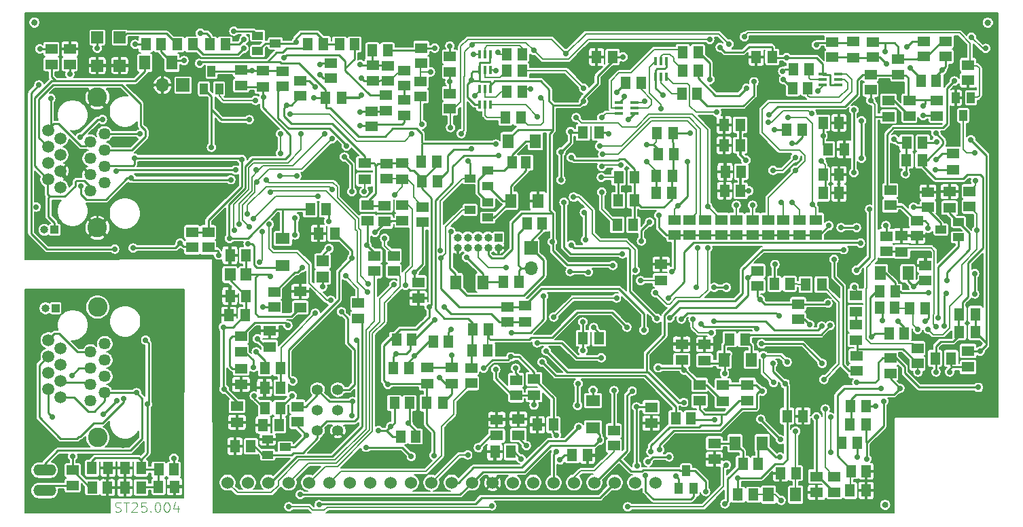
<source format=gbr>
%TF.GenerationSoftware,KiCad,Pcbnew,(5.1.6)-1*%
%TF.CreationDate,2021-06-14T09:51:14+02:00*%
%TF.ProjectId,ST25.004,53543235-2e30-4303-942e-6b696361645f,rev?*%
%TF.SameCoordinates,Original*%
%TF.FileFunction,Copper,L1,Top*%
%TF.FilePolarity,Positive*%
%FSLAX46Y46*%
G04 Gerber Fmt 4.6, Leading zero omitted, Abs format (unit mm)*
G04 Created by KiCad (PCBNEW (5.1.6)-1) date 2021-06-14 09:51:14*
%MOMM*%
%LPD*%
G01*
G04 APERTURE LIST*
%TA.AperFunction,NonConductor*%
%ADD10C,0.101600*%
%TD*%
%TA.AperFunction,ComponentPad*%
%ADD11C,1.509000*%
%TD*%
%TA.AperFunction,ComponentPad*%
%ADD12C,2.430000*%
%TD*%
%TA.AperFunction,ComponentPad*%
%ADD13C,1.462000*%
%TD*%
%TA.AperFunction,ComponentPad*%
%ADD14O,1.700000X1.700000*%
%TD*%
%TA.AperFunction,ComponentPad*%
%ADD15R,1.700000X1.700000*%
%TD*%
%TA.AperFunction,SMDPad,CuDef*%
%ADD16R,1.300000X1.600000*%
%TD*%
%TA.AperFunction,SMDPad,CuDef*%
%ADD17R,1.300000X1.500000*%
%TD*%
%TA.AperFunction,SMDPad,CuDef*%
%ADD18R,1.600000X1.300000*%
%TD*%
%TA.AperFunction,SMDPad,CuDef*%
%ADD19R,1.400000X1.800000*%
%TD*%
%TA.AperFunction,SMDPad,CuDef*%
%ADD20R,1.500000X1.300000*%
%TD*%
%TA.AperFunction,ComponentPad*%
%ADD21O,1.000000X1.000000*%
%TD*%
%TA.AperFunction,ComponentPad*%
%ADD22R,1.000000X1.000000*%
%TD*%
%TA.AperFunction,SMDPad,CuDef*%
%ADD23R,1.800000X1.400000*%
%TD*%
%TA.AperFunction,ComponentPad*%
%ADD24C,1.524000*%
%TD*%
%TA.AperFunction,SMDPad,CuDef*%
%ADD25R,1.000000X1.400000*%
%TD*%
%TA.AperFunction,SMDPad,CuDef*%
%ADD26R,1.400000X1.000000*%
%TD*%
%TA.AperFunction,SMDPad,CuDef*%
%ADD27R,1.600000X1.400000*%
%TD*%
%TA.AperFunction,ComponentPad*%
%ADD28C,1.358000*%
%TD*%
%TA.AperFunction,ComponentPad*%
%ADD29O,2.844800X1.422400*%
%TD*%
%TA.AperFunction,SMDPad,CuDef*%
%ADD30R,1.400000X1.600000*%
%TD*%
%TA.AperFunction,SMDPad,CuDef*%
%ADD31R,1.117600X0.355600*%
%TD*%
%TA.AperFunction,SMDPad,CuDef*%
%ADD32R,0.355600X1.117600*%
%TD*%
%TA.AperFunction,SMDPad,CuDef*%
%ADD33R,1.500000X1.500000*%
%TD*%
%TA.AperFunction,ViaPad*%
%ADD34C,0.706400*%
%TD*%
%TA.AperFunction,ViaPad*%
%ADD35C,0.700000*%
%TD*%
%TA.AperFunction,Conductor*%
%ADD36C,0.250000*%
%TD*%
%TA.AperFunction,Conductor*%
%ADD37C,0.350000*%
%TD*%
%TA.AperFunction,Conductor*%
%ADD38C,0.200000*%
%TD*%
%TA.AperFunction,Conductor*%
%ADD39C,0.230000*%
%TD*%
%TA.AperFunction,Conductor*%
%ADD40C,0.254000*%
%TD*%
%TA.AperFunction,Conductor*%
%ADD41C,0.220000*%
%TD*%
%TA.AperFunction,Conductor*%
%ADD42C,0.304800*%
%TD*%
%TA.AperFunction,Conductor*%
%ADD43C,0.127000*%
%TD*%
G04 APERTURE END LIST*
D10*
X97595849Y-136485095D02*
X97768206Y-136542547D01*
X98055468Y-136542547D01*
X98170373Y-136485095D01*
X98227825Y-136427642D01*
X98285278Y-136312738D01*
X98285278Y-136197833D01*
X98227825Y-136082928D01*
X98170373Y-136025476D01*
X98055468Y-135968023D01*
X97825659Y-135910571D01*
X97710754Y-135853119D01*
X97653301Y-135795666D01*
X97595849Y-135680761D01*
X97595849Y-135565857D01*
X97653301Y-135450952D01*
X97710754Y-135393500D01*
X97825659Y-135336047D01*
X98112920Y-135336047D01*
X98285278Y-135393500D01*
X98629992Y-135336047D02*
X99319420Y-135336047D01*
X98974706Y-136542547D02*
X98974706Y-135336047D01*
X99664135Y-135450952D02*
X99721587Y-135393500D01*
X99836492Y-135336047D01*
X100123754Y-135336047D01*
X100238659Y-135393500D01*
X100296111Y-135450952D01*
X100353563Y-135565857D01*
X100353563Y-135680761D01*
X100296111Y-135853119D01*
X99606682Y-136542547D01*
X100353563Y-136542547D01*
X101445159Y-135336047D02*
X100870635Y-135336047D01*
X100813182Y-135910571D01*
X100870635Y-135853119D01*
X100985540Y-135795666D01*
X101272801Y-135795666D01*
X101387706Y-135853119D01*
X101445159Y-135910571D01*
X101502611Y-136025476D01*
X101502611Y-136312738D01*
X101445159Y-136427642D01*
X101387706Y-136485095D01*
X101272801Y-136542547D01*
X100985540Y-136542547D01*
X100870635Y-136485095D01*
X100813182Y-136427642D01*
X102019682Y-136427642D02*
X102077135Y-136485095D01*
X102019682Y-136542547D01*
X101962230Y-136485095D01*
X102019682Y-136427642D01*
X102019682Y-136542547D01*
X102824016Y-135336047D02*
X102938920Y-135336047D01*
X103053825Y-135393500D01*
X103111278Y-135450952D01*
X103168730Y-135565857D01*
X103226182Y-135795666D01*
X103226182Y-136082928D01*
X103168730Y-136312738D01*
X103111278Y-136427642D01*
X103053825Y-136485095D01*
X102938920Y-136542547D01*
X102824016Y-136542547D01*
X102709111Y-136485095D01*
X102651659Y-136427642D01*
X102594206Y-136312738D01*
X102536754Y-136082928D01*
X102536754Y-135795666D01*
X102594206Y-135565857D01*
X102651659Y-135450952D01*
X102709111Y-135393500D01*
X102824016Y-135336047D01*
X103973063Y-135336047D02*
X104087968Y-135336047D01*
X104202873Y-135393500D01*
X104260325Y-135450952D01*
X104317778Y-135565857D01*
X104375230Y-135795666D01*
X104375230Y-136082928D01*
X104317778Y-136312738D01*
X104260325Y-136427642D01*
X104202873Y-136485095D01*
X104087968Y-136542547D01*
X103973063Y-136542547D01*
X103858159Y-136485095D01*
X103800706Y-136427642D01*
X103743254Y-136312738D01*
X103685801Y-136082928D01*
X103685801Y-135795666D01*
X103743254Y-135565857D01*
X103800706Y-135450952D01*
X103858159Y-135393500D01*
X103973063Y-135336047D01*
X105409373Y-135738214D02*
X105409373Y-136542547D01*
X105122111Y-135278595D02*
X104834849Y-136140380D01*
X105581730Y-136140380D01*
D11*
%TO.P,J4,4*%
%TO.N,Net-(J4-Pad4)*%
X89279611Y-119196408D03*
%TO.P,J4,6*%
%TO.N,Net-(J4-Pad6)*%
X90799611Y-120216408D03*
%TO.P,J4,7*%
%TO.N,/j1*%
X90799611Y-122256408D03*
%TO.P,J4,1*%
%TO.N,Net-(J3-Pad1)*%
X90799611Y-116136408D03*
%TO.P,J4,2*%
%TO.N,Net-(J3-Pad2)*%
X89279611Y-115116408D03*
%TO.P,J4,3*%
%TO.N,Net-(J4-Pad3)*%
X89279611Y-117156408D03*
%TO.P,J4,8*%
%TO.N,/j2*%
X89279611Y-121236408D03*
%TO.P,J4,5*%
%TO.N,Net-(J4-Pad5)*%
X90799611Y-118176408D03*
D12*
%TO.P,J4,MH2*%
%TO.N,Net-(J4-PadMH2)*%
X95410000Y-110990000D03*
%TO.P,J4,MH1*%
%TO.N,Net-(J4-PadMH1)*%
X95410000Y-127250000D03*
D13*
%TO.P,J4,8*%
%TO.N,/j2*%
X94520000Y-122680000D03*
%TO.P,J4,7*%
%TO.N,/j1*%
X96300000Y-121660000D03*
%TO.P,J4,6*%
%TO.N,Net-(J4-Pad6)*%
X94520000Y-120650000D03*
%TO.P,J4,5*%
%TO.N,Net-(J4-Pad5)*%
X96300000Y-119630000D03*
%TO.P,J4,4*%
%TO.N,Net-(J4-Pad4)*%
X94520000Y-118620000D03*
%TO.P,J4,3*%
%TO.N,Net-(J4-Pad3)*%
X96300000Y-117600000D03*
%TO.P,J4,2*%
%TO.N,Net-(J3-Pad2)*%
X94520000Y-116590000D03*
%TO.P,J4,1*%
%TO.N,Net-(J3-Pad1)*%
X96300000Y-115570000D03*
%TD*%
D11*
%TO.P,J5,4*%
%TO.N,/SDA*%
X89245611Y-93034408D03*
%TO.P,J5,6*%
%TO.N,0V*%
X90765611Y-94054408D03*
%TO.P,J5,7*%
%TO.N,J6-Pin7*%
X90765611Y-96094408D03*
%TO.P,J5,1*%
%TO.N,Net-(IC15-Pad12)*%
X90765611Y-89974408D03*
%TO.P,J5,2*%
%TO.N,Net-(IC15-Pad13)*%
X89245611Y-88954408D03*
%TO.P,J5,3*%
%TO.N,/SCL*%
X89245611Y-90994408D03*
%TO.P,J5,8*%
%TO.N,J6-Pin8*%
X89245611Y-95074408D03*
%TO.P,J5,5*%
%TO.N,+5V*%
X90765611Y-92014408D03*
D12*
%TO.P,J5,MH2*%
%TO.N,0V*%
X95376000Y-84828000D03*
%TO.P,J5,MH1*%
X95376000Y-101088000D03*
D13*
%TO.P,J5,8*%
%TO.N,J6-Pin8*%
X94486000Y-96518000D03*
%TO.P,J5,7*%
%TO.N,J6-Pin7*%
X96266000Y-95498000D03*
%TO.P,J5,6*%
%TO.N,0V*%
X94486000Y-94488000D03*
%TO.P,J5,5*%
%TO.N,+5V*%
X96266000Y-93468000D03*
%TO.P,J5,4*%
%TO.N,/SDA*%
X94486000Y-92458000D03*
%TO.P,J5,3*%
%TO.N,/SCL*%
X96266000Y-91438000D03*
%TO.P,J5,2*%
%TO.N,Net-(IC15-Pad13)*%
X94486000Y-90428000D03*
%TO.P,J5,1*%
%TO.N,Net-(IC15-Pad12)*%
X96266000Y-89408000D03*
%TD*%
D14*
%TO.P,J7,2*%
%TO.N,0V*%
X103505000Y-83312000D03*
D15*
%TO.P,J7,1*%
%TO.N,/LED2*%
X106045000Y-83312000D03*
%TD*%
D16*
%TO.P,C4,2*%
%TO.N,0V*%
X157600000Y-79800000D03*
%TO.P,C4,1*%
%TO.N,+5V*%
X159600000Y-79800000D03*
%TD*%
D17*
%TO.P,R35,2*%
%TO.N,AGND*%
X132654000Y-115062000D03*
%TO.P,R35,1*%
%TO.N,/r2*%
X134554000Y-115062000D03*
%TD*%
%TO.P,R21,2*%
%TO.N,Net-(IC16-Pad3)*%
X132400000Y-122936000D03*
%TO.P,R21,1*%
%TO.N,Net-(IC16-Pad1)*%
X134300000Y-122936000D03*
%TD*%
D16*
%TO.P,C247,2*%
%TO.N,+5V*%
X113903000Y-104521000D03*
%TO.P,C247,1*%
%TO.N,0V*%
X111903000Y-104521000D03*
%TD*%
D18*
%TO.P,C244,2*%
%TO.N,Net-(C244-Pad2)*%
X195630600Y-104075600D03*
%TO.P,C244,1*%
%TO.N,0V*%
X195630600Y-102075600D03*
%TD*%
D16*
%TO.P,C61,2*%
%TO.N,0V*%
X111776000Y-112014000D03*
%TO.P,C61,1*%
%TO.N,Net-(C52-Pad1)*%
X113776000Y-112014000D03*
%TD*%
D18*
%TO.P,C60,2*%
%TO.N,0V*%
X112776000Y-125333000D03*
%TO.P,C60,1*%
%TO.N,Net-(C52-Pad1)*%
X112776000Y-123333000D03*
%TD*%
D16*
%TO.P,C58,2*%
%TO.N,GND2*%
X105000000Y-133365000D03*
%TO.P,C58,1*%
%TO.N,/j3*%
X103000000Y-133365000D03*
%TD*%
%TO.P,C57,2*%
%TO.N,GND2*%
X98822000Y-131064000D03*
%TO.P,C57,1*%
%TO.N,/j3*%
X100822000Y-131064000D03*
%TD*%
%TO.P,C54,2*%
%TO.N,GND2*%
X96700000Y-131065000D03*
%TO.P,C54,1*%
%TO.N,/j3*%
X94700000Y-131065000D03*
%TD*%
D18*
%TO.P,C52,2*%
%TO.N,0V*%
X116840000Y-113935000D03*
%TO.P,C52,1*%
%TO.N,Net-(C52-Pad1)*%
X116840000Y-115935000D03*
%TD*%
D16*
%TO.P,C39,2*%
%TO.N,AGND*%
X121900000Y-98800000D03*
%TO.P,C39,1*%
%TO.N,Net-(C39-Pad1)*%
X123900000Y-98800000D03*
%TD*%
D18*
%TO.P,C205,2*%
%TO.N,Net-(C205-Pad2)*%
X116000000Y-81500000D03*
%TO.P,C205,1*%
%TO.N,AGND*%
X116000000Y-83500000D03*
%TD*%
D16*
%TO.P,C16,2*%
%TO.N,0V*%
X112525300Y-128333500D03*
%TO.P,C16,1*%
%TO.N,/RESET*%
X114525300Y-128333500D03*
%TD*%
D19*
%TO.P,D3,A*%
%TO.N,J6-Pin8*%
X101297000Y-80518000D03*
%TO.P,D3,C*%
%TO.N,/AREF1*%
X104697000Y-80518000D03*
%TD*%
D18*
%TO.P,C29,2*%
%TO.N,AGND*%
X176403000Y-122666000D03*
%TO.P,C29,1*%
%TO.N,-7V5*%
X176403000Y-120666000D03*
%TD*%
%TO.P,C27,2*%
%TO.N,AGND*%
X170434000Y-122666000D03*
%TO.P,C27,1*%
%TO.N,+7V5*%
X170434000Y-120666000D03*
%TD*%
%TO.P,C26,2*%
%TO.N,-7V5*%
X173355000Y-120729500D03*
%TO.P,C26,1*%
%TO.N,+7V5*%
X173355000Y-122729500D03*
%TD*%
D17*
%TO.P,R39,2*%
%TO.N,Net-(IC16-Pad1)*%
X167452000Y-124841000D03*
%TO.P,R39,1*%
%TO.N,Net-(IC3-Pad4)*%
X169352000Y-124841000D03*
%TD*%
D20*
%TO.P,R33,2*%
%TO.N,0V*%
X91948000Y-78806000D03*
%TO.P,R33,1*%
%TO.N,J6-Pin7*%
X91948000Y-80706000D03*
%TD*%
%TO.P,R34,1*%
%TO.N,J6-Pin8*%
X89662000Y-80706000D03*
%TO.P,R34,2*%
%TO.N,+5V*%
X89662000Y-78806000D03*
%TD*%
D21*
%TO.P,J6,2*%
%TO.N,J6-Pin7*%
X88773000Y-101346000D03*
D22*
%TO.P,J6,1*%
%TO.N,J6-Pin8*%
X90043000Y-101346000D03*
%TD*%
D21*
%TO.P,J3,2*%
%TO.N,Net-(J3-Pad2)*%
X88900000Y-111125000D03*
D22*
%TO.P,J3,1*%
%TO.N,Net-(J3-Pad1)*%
X90170000Y-111125000D03*
%TD*%
D19*
%TO.P,D2,A*%
%TO.N,Net-(D2-PadA)*%
X140032000Y-107886500D03*
%TO.P,D2,C*%
%TO.N,Net-(D2-PadC)*%
X143432000Y-107886500D03*
%TD*%
D17*
%TO.P,R23,2*%
%TO.N,Net-(D2-PadC)*%
X145989000Y-107823000D03*
%TO.P,R23,1*%
%TO.N,Net-(J2-Pad2)*%
X147889000Y-107823000D03*
%TD*%
%TO.P,R22,2*%
%TO.N,Net-(D2-PadA)*%
X150810000Y-100584000D03*
%TO.P,R22,1*%
%TO.N,Net-(J2-Pad2)*%
X148910000Y-100584000D03*
%TD*%
D14*
%TO.P,J2,2*%
%TO.N,Net-(J2-Pad2)*%
X149415500Y-106108500D03*
D15*
%TO.P,J2,1*%
%TO.N,Net-(D2-PadA)*%
X149415500Y-103568500D03*
%TD*%
D22*
%TO.P,J1,1*%
%TO.N,/TCK*%
X145351500Y-102298500D03*
D21*
%TO.P,J1,2*%
%TO.N,0V*%
X145351500Y-103568500D03*
%TO.P,J1,3*%
%TO.N,/TDO*%
X144081500Y-102298500D03*
%TO.P,J1,4*%
%TO.N,+5V*%
X144081500Y-103568500D03*
%TO.P,J1,5*%
%TO.N,/TMS*%
X142811500Y-102298500D03*
%TO.P,J1,6*%
%TO.N,/RESET*%
X142811500Y-103568500D03*
%TO.P,J1,7*%
%TO.N,Net-(J1-Pad7)*%
X141541500Y-102298500D03*
%TO.P,J1,8*%
%TO.N,Net-(J1-Pad8)*%
X141541500Y-103568500D03*
%TO.P,J1,9*%
%TO.N,/TDI*%
X140271500Y-102298500D03*
%TO.P,J1,10*%
%TO.N,0V*%
X140271500Y-103568500D03*
%TD*%
D23*
%TO.P,D209,A*%
%TO.N,/OFFSD*%
X157149600Y-122635400D03*
%TO.P,D209,C*%
%TO.N,/SD*%
X157149600Y-126035400D03*
%TD*%
D18*
%TO.P,C204,2*%
%TO.N,Net-(C204-Pad2)*%
X148717000Y-110823500D03*
%TO.P,C204,1*%
%TO.N,AGND*%
X148717000Y-112823500D03*
%TD*%
D19*
%TO.P,D215,A*%
%TO.N,/T101-ANS*%
X173496500Y-117538500D03*
%TO.P,D215,C*%
%TO.N,Net-(D215-PadC)*%
X176896500Y-117538500D03*
%TD*%
D16*
%TO.P,C17,2*%
%TO.N,-7V5*%
X183245000Y-88851600D03*
%TO.P,C17,1*%
%TO.N,+7V5*%
X181245000Y-88851600D03*
%TD*%
D18*
%TO.P,C28,2*%
%TO.N,Net-(C28-Pad2)*%
X202057000Y-93837000D03*
%TO.P,C28,1*%
%TO.N,Net-(C28-Pad1)*%
X202057000Y-91837000D03*
%TD*%
D16*
%TO.P,C252-2,2*%
%TO.N,0V*%
X173498000Y-88265000D03*
%TO.P,C252-2,1*%
%TO.N,Net-(C252-2-Pad1)*%
X175498000Y-88265000D03*
%TD*%
%TO.P,C251-2,2*%
%TO.N,0V*%
X187817000Y-88011000D03*
%TO.P,C251-2,1*%
%TO.N,Net-(C251-2-Pad1)*%
X185817000Y-88011000D03*
%TD*%
%TO.P,C250-2,2*%
%TO.N,0V*%
X187817000Y-96774000D03*
%TO.P,C250-2,1*%
%TO.N,Net-(C250-2-Pad1)*%
X185817000Y-96774000D03*
%TD*%
%TO.P,C59,2*%
%TO.N,GND2*%
X98822000Y-133477000D03*
%TO.P,C59,1*%
%TO.N,/j3*%
X100822000Y-133477000D03*
%TD*%
D20*
%TO.P,R31,2*%
%TO.N,Net-(IC14-Pad5)*%
X113284000Y-116520000D03*
%TO.P,R31,1*%
%TO.N,/DE*%
X113284000Y-114620000D03*
%TD*%
D17*
%TO.P,R30,2*%
%TO.N,Net-(IC14-Pad7)*%
X116271000Y-123571000D03*
%TO.P,R30,1*%
%TO.N,/TXD*%
X118171000Y-123571000D03*
%TD*%
D18*
%TO.P,C10,2*%
%TO.N,0V*%
X113284000Y-120634000D03*
%TO.P,C10,1*%
%TO.N,/DE*%
X113284000Y-118634000D03*
%TD*%
D16*
%TO.P,C9,2*%
%TO.N,/TXD*%
X118043200Y-125679200D03*
%TO.P,C9,1*%
%TO.N,0V*%
X116043200Y-125679200D03*
%TD*%
%TO.P,C263-2,2*%
%TO.N,/summierpunkt*%
X166989000Y-96774000D03*
%TO.P,C263-2,1*%
%TO.N,Net-(C263-2-Pad1)*%
X164989000Y-96774000D03*
%TD*%
%TO.P,C262-2,2*%
%TO.N,/summierpunkt*%
X142129000Y-113792000D03*
%TO.P,C262-2,1*%
%TO.N,Net-(C262-2-Pad1)*%
X144129000Y-113792000D03*
%TD*%
%TO.P,C261-2,2*%
%TO.N,/summierpunkt*%
X167116000Y-89281000D03*
%TO.P,C261-2,1*%
%TO.N,Net-(C261-2-Pad1)*%
X165116000Y-89281000D03*
%TD*%
%TO.P,C260-2,2*%
%TO.N,/summierpunkt*%
X162290000Y-97663000D03*
%TO.P,C260-2,1*%
%TO.N,Net-(C260-2-Pad1)*%
X160290000Y-97663000D03*
%TD*%
%TO.P,C253-2,2*%
%TO.N,0V*%
X173625000Y-94107000D03*
%TO.P,C253-2,1*%
%TO.N,Net-(C253-2-Pad1)*%
X175625000Y-94107000D03*
%TD*%
D17*
%TO.P,R29,2*%
%TO.N,/UN*%
X127442000Y-78232000D03*
%TO.P,R29,1*%
%TO.N,AGND*%
X125542000Y-78232000D03*
%TD*%
%TO.P,R259,2*%
%TO.N,Net-(LED1-PadA)*%
X109413000Y-78232000D03*
%TO.P,R259,1*%
%TO.N,/p6*%
X111313000Y-78232000D03*
%TD*%
%TO.P,R258,2*%
%TO.N,Net-(LED2-PadA)*%
X105349000Y-78232000D03*
%TO.P,R258,1*%
%TO.N,/p7*%
X107249000Y-78232000D03*
%TD*%
D20*
%TO.P,R20,2*%
%TO.N,-7V5*%
X178993600Y-101993600D03*
%TO.P,R20,1*%
%TO.N,/KAP0*%
X178993600Y-100093600D03*
%TD*%
%TO.P,R19,2*%
%TO.N,-7V5*%
X182930600Y-101993600D03*
%TO.P,R19,1*%
%TO.N,/KAP1*%
X182930600Y-100093600D03*
%TD*%
%TO.P,R18,2*%
%TO.N,-7V5*%
X180898600Y-101993600D03*
%TO.P,R18,1*%
%TO.N,/KAP2*%
X180898600Y-100093600D03*
%TD*%
%TO.P,R17,2*%
%TO.N,-7V5*%
X184962600Y-101993600D03*
%TO.P,R17,1*%
%TO.N,/KAP3*%
X184962600Y-100093600D03*
%TD*%
%TO.P,R16,2*%
%TO.N,-7V5*%
X167309600Y-101993600D03*
%TO.P,R16,1*%
%TO.N,/KAP4*%
X167309600Y-100093600D03*
%TD*%
%TO.P,R15,2*%
%TO.N,-7V5*%
X169214600Y-101993600D03*
%TO.P,R15,1*%
%TO.N,/IND0*%
X169214600Y-100093600D03*
%TD*%
%TO.P,R14,2*%
%TO.N,-7V5*%
X171119600Y-101993600D03*
%TO.P,R14,1*%
%TO.N,/IND1*%
X171119600Y-100093600D03*
%TD*%
%TO.P,R13,2*%
%TO.N,-7V5*%
X173151600Y-101993600D03*
%TO.P,R13,1*%
%TO.N,/IND2*%
X173151600Y-100093600D03*
%TD*%
%TO.P,R12,2*%
%TO.N,-7V5*%
X177088600Y-101993600D03*
%TO.P,R12,1*%
%TO.N,/IND3*%
X177088600Y-100093600D03*
%TD*%
%TO.P,R11,2*%
%TO.N,-7V5*%
X175056600Y-101993600D03*
%TO.P,R11,1*%
%TO.N,/IND4*%
X175056600Y-100093600D03*
%TD*%
D17*
%TO.P,R10,2*%
%TO.N,Net-(R10-Pad2)*%
X168350000Y-79200000D03*
%TO.P,R10,1*%
%TO.N,/p4*%
X170250000Y-79200000D03*
%TD*%
%TO.P,R9,2*%
%TO.N,Net-(R9-Pad2)*%
X168350000Y-81500000D03*
%TO.P,R9,1*%
%TO.N,/p3*%
X170250000Y-81500000D03*
%TD*%
%TO.P,R8,2*%
%TO.N,Net-(R8-Pad2)*%
X168250000Y-84400000D03*
%TO.P,R8,1*%
%TO.N,/p2*%
X170150000Y-84400000D03*
%TD*%
%TO.P,R7,2*%
%TO.N,Net-(R7-Pad2)*%
X183950000Y-83700000D03*
%TO.P,R7,1*%
%TO.N,/p0*%
X182050000Y-83700000D03*
%TD*%
%TO.P,R6,2*%
%TO.N,Net-(R6-Pad2)*%
X184050000Y-81300000D03*
%TO.P,R6,1*%
%TO.N,Net-(IC1-Pad4)*%
X182150000Y-81300000D03*
%TD*%
%TO.P,R5,2*%
%TO.N,Net-(R5-Pad2)*%
X148320600Y-79453600D03*
%TO.P,R5,1*%
%TO.N,/q4*%
X146420600Y-79453600D03*
%TD*%
%TO.P,R4,2*%
%TO.N,Net-(R4-Pad2)*%
X146420600Y-81485600D03*
%TO.P,R4,1*%
%TO.N,/q3*%
X148320600Y-81485600D03*
%TD*%
%TO.P,R3,2*%
%TO.N,Net-(R3-Pad2)*%
X146420600Y-84152600D03*
%TO.P,R3,1*%
%TO.N,/q2*%
X148320600Y-84152600D03*
%TD*%
%TO.P,R2,2*%
%TO.N,Net-(R2-Pad2)*%
X146243000Y-87376000D03*
%TO.P,R2,1*%
%TO.N,/q1*%
X148143000Y-87376000D03*
%TD*%
%TO.P,R1,2*%
%TO.N,Net-(R1-Pad2)*%
X163129000Y-83009600D03*
%TO.P,R1,1*%
%TO.N,/q0*%
X161229000Y-83009600D03*
%TD*%
D20*
%TO.P,R257,2*%
%TO.N,/SCL*%
X139319000Y-86250000D03*
%TO.P,R257,1*%
%TO.N,+5V*%
X139319000Y-84350000D03*
%TD*%
%TO.P,R256,2*%
%TO.N,/SDA*%
X139319000Y-79750000D03*
%TO.P,R256,1*%
%TO.N,+5V*%
X139319000Y-81650000D03*
%TD*%
%TO.P,R279,2*%
%TO.N,Net-(R279-Pad2)*%
X204100000Y-96550000D03*
%TO.P,R279,1*%
%TO.N,Net-(IC202-Pad10)*%
X204100000Y-98450000D03*
%TD*%
%TO.P,R278,2*%
%TO.N,0V*%
X203900000Y-82689600D03*
%TO.P,R278,1*%
%TO.N,/LO_THR*%
X203900000Y-80789600D03*
%TD*%
%TO.P,R266,2*%
%TO.N,/IMON*%
X141986000Y-120457000D03*
%TO.P,R266,1*%
%TO.N,/summierpunkt*%
X141986000Y-118557000D03*
%TD*%
%TO.P,R260,2*%
%TO.N,AGND*%
X200000000Y-87150000D03*
%TO.P,R260,1*%
%TO.N,/summierpunkt*%
X200000000Y-85250000D03*
%TD*%
%TO.P,R252,2*%
%TO.N,0V*%
X197535600Y-102120600D03*
%TO.P,R252,1*%
%TO.N,Net-(IC202-Pad10)*%
X197535600Y-100220600D03*
%TD*%
%TO.P,R250,2*%
%TO.N,Net-(IC202-Pad10)*%
X194200000Y-98310600D03*
%TO.P,R250,1*%
%TO.N,/AREF1*%
X194200000Y-96410600D03*
%TD*%
%TO.P,R243,2*%
%TO.N,/SD*%
X198600000Y-107708600D03*
%TO.P,R243,1*%
%TO.N,0V*%
X198600000Y-105808600D03*
%TD*%
%TO.P,R251,2*%
%TO.N,Net-(C244-Pad2)*%
X193725600Y-104025600D03*
%TO.P,R251,1*%
%TO.N,/rdson_beidepositiv*%
X193725600Y-102125600D03*
%TD*%
D17*
%TO.P,R249,2*%
%TO.N,+5V*%
X192902600Y-109044600D03*
%TO.P,R249,1*%
%TO.N,Net-(D1-PadA)*%
X194802600Y-109044600D03*
%TD*%
D20*
%TO.P,R215,2*%
%TO.N,/summierpunkt*%
X135763000Y-78679000D03*
%TO.P,R215,1*%
%TO.N,/schiebepunkt*%
X135763000Y-80579000D03*
%TD*%
%TO.P,R261,2*%
%TO.N,/schiebepunkt*%
X135686600Y-82821600D03*
%TO.P,R261,1*%
%TO.N,/SOLL*%
X135686600Y-84721600D03*
%TD*%
%TO.P,R277,1*%
%TO.N,/OFFSD*%
X120294400Y-123395700D03*
%TO.P,R277,2*%
%TO.N,+5V*%
X120294400Y-125295700D03*
%TD*%
D17*
%TO.P,R268,2*%
%TO.N,AGND*%
X154548600Y-129466200D03*
%TO.P,R268,1*%
%TO.N,0V*%
X156448600Y-129466200D03*
%TD*%
D20*
%TO.P,R244,2*%
%TO.N,/TEMP*%
X131444800Y-95008600D03*
%TO.P,R244,1*%
%TO.N,AGND*%
X131444800Y-93108600D03*
%TD*%
D17*
%TO.P,R276,2*%
%TO.N,+3V3*%
X147105000Y-92964000D03*
%TO.P,R276,1*%
%TO.N,/0V5*%
X148805000Y-92964000D03*
%TD*%
D20*
%TO.P,R255,2*%
%TO.N,/A_RESERVED*%
X132334000Y-106487000D03*
%TO.P,R255,1*%
%TO.N,Net-(C41-Pad1)*%
X132334000Y-104587000D03*
%TD*%
%TO.P,R254,2*%
%TO.N,/A_HVCT*%
X133400600Y-98300500D03*
%TO.P,R254,1*%
%TO.N,Net-(C24-Pad1)*%
X133400600Y-100200500D03*
%TD*%
%TO.P,R253,2*%
%TO.N,/A_IBRIDGE*%
X129921000Y-106487000D03*
%TO.P,R253,1*%
%TO.N,Net-(C23-Pad1)*%
X129921000Y-104587000D03*
%TD*%
%TO.P,R248,2*%
%TO.N,Net-(IC15-Pad30)*%
X127889000Y-110492500D03*
%TO.P,R248,1*%
%TO.N,/REL2*%
X127889000Y-112392500D03*
%TD*%
%TO.P,R247,2*%
%TO.N,/TDO*%
X117411500Y-109095500D03*
%TO.P,R247,1*%
%TO.N,/LED2*%
X117411500Y-110995500D03*
%TD*%
%TO.P,R262,2*%
%TO.N,Net-(IC15-Pad13)*%
X107200000Y-103550000D03*
%TO.P,R262,1*%
%TO.N,+5V*%
X107200000Y-101650000D03*
%TD*%
%TO.P,R263,2*%
%TO.N,Net-(IC15-Pad12)*%
X109200000Y-103550000D03*
%TO.P,R263,1*%
%TO.N,+5V*%
X109200000Y-101650000D03*
%TD*%
D17*
%TO.P,R246,2*%
%TO.N,/AREF1*%
X103312000Y-78232000D03*
%TO.P,R246,1*%
%TO.N,+7V5*%
X101412000Y-78232000D03*
%TD*%
%TO.P,R32,2*%
%TO.N,/RXD*%
X118171000Y-118618000D03*
%TO.P,R32,1*%
%TO.N,Net-(IC14-Pad4)*%
X116271000Y-118618000D03*
%TD*%
%TO.P,R270,2*%
%TO.N,/j3*%
X103021500Y-131243500D03*
%TO.P,R270,1*%
%TO.N,/j1*%
X104921500Y-131243500D03*
%TD*%
%TO.P,R271,2*%
%TO.N,/j2*%
X94750000Y-133465000D03*
%TO.P,R271,1*%
%TO.N,GND2*%
X96650000Y-133465000D03*
%TD*%
D20*
%TO.P,R269,2*%
%TO.N,Net-(JP1-Pad2)*%
X92300000Y-133215000D03*
%TO.P,R269,1*%
%TO.N,/j2*%
X92300000Y-131315000D03*
%TD*%
%TO.P,R225,2*%
%TO.N,AGND*%
X120700000Y-84643000D03*
%TO.P,R225,1*%
%TO.N,Net-(IC201-Pad5)*%
X120700000Y-82743000D03*
%TD*%
%TO.P,R224,2*%
%TO.N,Net-(IC201-Pad6)*%
X124510600Y-82435600D03*
%TO.P,R224,1*%
%TO.N,Net-(IC201-Pad7)*%
X124510600Y-80535600D03*
%TD*%
D17*
%TO.P,R223,2*%
%TO.N,Net-(C220-Pad2)*%
X181670800Y-108079400D03*
%TO.P,R223,1*%
%TO.N,Net-(IC201-Pad6)*%
X179770800Y-108079400D03*
%TD*%
D20*
%TO.P,R222,2*%
%TO.N,Net-(IC208-Pad10)*%
X187248600Y-132146000D03*
%TO.P,R222,1*%
%TO.N,Net-(C220-Pad1)*%
X187248600Y-134046000D03*
%TD*%
%TO.P,R226,2*%
%TO.N,Net-(IC201-Pad7)*%
X190000000Y-118950000D03*
%TO.P,R226,1*%
%TO.N,/dreieck*%
X190000000Y-117050000D03*
%TD*%
%TO.P,R227,2*%
%TO.N,Net-(C221-Pad1)*%
X189900000Y-113200000D03*
%TO.P,R227,1*%
%TO.N,/dreieck*%
X189900000Y-115100000D03*
%TD*%
%TO.P,R242,2*%
%TO.N,+5V*%
X135889800Y-100418800D03*
%TO.P,R242,1*%
%TO.N,/TEMP*%
X135889800Y-98518800D03*
%TD*%
%TO.P,R202,2*%
%TO.N,Net-(C204-Pad2)*%
X146494500Y-110937000D03*
%TO.P,R202,1*%
%TO.N,AGND*%
X146494500Y-112837000D03*
%TD*%
%TO.P,R201,2*%
%TO.N,Net-(C204-Pad2)*%
X159766000Y-126367500D03*
%TO.P,R201,1*%
%TO.N,/DC+*%
X159766000Y-128267500D03*
%TD*%
%TO.P,R203,2*%
%TO.N,Net-(D203-Pad3)*%
X118500000Y-83450000D03*
%TO.P,R203,1*%
%TO.N,Net-(C205-Pad2)*%
X118500000Y-81550000D03*
%TD*%
%TO.P,R204,2*%
%TO.N,Net-(IC201-Pad13)*%
X131292400Y-86474200D03*
%TO.P,R204,1*%
%TO.N,/UN*%
X131292400Y-84574200D03*
%TD*%
%TO.P,R205,2*%
%TO.N,Net-(C216-Pad2)*%
X129514400Y-88480800D03*
%TO.P,R205,1*%
%TO.N,Net-(IC201-Pad13)*%
X129514400Y-86580800D03*
%TD*%
%TO.P,R206,2*%
%TO.N,AGND*%
X113300000Y-83350000D03*
%TO.P,R206,1*%
%TO.N,Net-(C205-Pad2)*%
X113300000Y-81450000D03*
%TD*%
D17*
%TO.P,R209,2*%
%TO.N,+5V*%
X190050000Y-127900000D03*
%TO.P,R209,1*%
%TO.N,Net-(C206-Pad2)*%
X188150000Y-127900000D03*
%TD*%
%TO.P,R267,2*%
%TO.N,Net-(C206-Pad2)*%
X189296000Y-131445000D03*
%TO.P,R267,1*%
%TO.N,0V*%
X191196000Y-131445000D03*
%TD*%
%TO.P,R207,2*%
%TO.N,Net-(C205-Pad2)*%
X192850000Y-111051200D03*
%TO.P,R207,1*%
%TO.N,Net-(IC202-Pad9)*%
X194750000Y-111051200D03*
%TD*%
%TO.P,R208,2*%
%TO.N,Net-(IC202-Pad9)*%
X196650000Y-111127400D03*
%TO.P,R208,1*%
%TO.N,Net-(D207-Pad1)*%
X198550000Y-111127400D03*
%TD*%
%TO.P,R210,2*%
%TO.N,+5V*%
X194045600Y-114277000D03*
%TO.P,R210,1*%
%TO.N,Net-(D207-Pad1)*%
X195945600Y-114277000D03*
%TD*%
D20*
%TO.P,R211,2*%
%TO.N,/FBOFF*%
X198900000Y-98539200D03*
%TO.P,R211,1*%
%TO.N,0V*%
X198900000Y-96639200D03*
%TD*%
%TO.P,R241,2*%
%TO.N,Net-(C216-Pad1)*%
X133629200Y-83400800D03*
%TO.P,R241,1*%
%TO.N,Net-(C218-Pad2)*%
X133629200Y-81500800D03*
%TD*%
%TO.P,R216,2*%
%TO.N,Net-(C218-Pad1)*%
X131622600Y-80891200D03*
%TO.P,R216,1*%
%TO.N,Net-(C218-Pad2)*%
X131622600Y-82791200D03*
%TD*%
D17*
%TO.P,R217,2*%
%TO.N,Net-(C218-Pad1)*%
X129656600Y-78971000D03*
%TO.P,R217,1*%
%TO.N,/summierpunkt*%
X131556600Y-78971000D03*
%TD*%
D20*
%TO.P,R218,2*%
%TO.N,/summierpunkt*%
X196600000Y-85250000D03*
%TO.P,R218,1*%
%TO.N,Net-(C219-Pad1)*%
X196600000Y-87150000D03*
%TD*%
%TO.P,R219,2*%
%TO.N,/summierpunkt*%
X191770000Y-81981000D03*
%TO.P,R219,1*%
%TO.N,/sinus*%
X191770000Y-83881000D03*
%TD*%
%TO.P,R221,2*%
%TO.N,/sinus*%
X197586400Y-116121000D03*
%TO.P,R221,1*%
%TO.N,/dreieck*%
X197586400Y-118021000D03*
%TD*%
D17*
%TO.P,R230,2*%
%TO.N,/UN*%
X191150000Y-123300000D03*
%TO.P,R230,1*%
%TO.N,Net-(C7-Pad2)*%
X189250000Y-123300000D03*
%TD*%
D20*
%TO.P,R232,2*%
%TO.N,+7V5*%
X177647400Y-106469000D03*
%TO.P,R232,1*%
%TO.N,/r_clock*%
X177647400Y-108369000D03*
%TD*%
%TO.P,R231,2*%
%TO.N,/r_clock*%
X194200000Y-117350000D03*
%TO.P,R231,1*%
%TO.N,Net-(C7-Pad2)*%
X194200000Y-119250000D03*
%TD*%
%TO.P,R233,2*%
%TO.N,/r_clock*%
X182727400Y-110609200D03*
%TO.P,R233,1*%
%TO.N,Net-(IC208-Pad3)*%
X182727400Y-112509200D03*
%TD*%
D17*
%TO.P,R229,2*%
%TO.N,Net-(D213-PadC)*%
X182433000Y-131699000D03*
%TO.P,R229,1*%
%TO.N,0V*%
X180533000Y-131699000D03*
%TD*%
%TO.P,R228,2*%
%TO.N,+5V*%
X175224200Y-134366000D03*
%TO.P,R228,1*%
%TO.N,Net-(D213-PadA)*%
X177124200Y-134366000D03*
%TD*%
%TO.P,R235,2*%
%TO.N,/T101-ANS*%
X174183000Y-114998500D03*
%TO.P,R235,1*%
%TO.N,Net-(D215-PadC)*%
X176083000Y-114998500D03*
%TD*%
%TO.P,R237,2*%
%TO.N,/T103-ANS*%
X175834000Y-130492500D03*
%TO.P,R237,1*%
%TO.N,Net-(D217-PadC)*%
X177734000Y-130492500D03*
%TD*%
D20*
%TO.P,R220,2*%
%TO.N,Net-(C28-Pad2)*%
X195200000Y-80076000D03*
%TO.P,R220,1*%
%TO.N,/summierpunkt*%
X195200000Y-81976000D03*
%TD*%
D17*
%TO.P,R239,2*%
%TO.N,Net-(IC16-Pad7)*%
X137226000Y-115316000D03*
%TO.P,R239,1*%
%TO.N,Net-(IC210-Pad11)*%
X139126000Y-115316000D03*
%TD*%
%TO.P,R238,2*%
%TO.N,Net-(IC16-Pad7)*%
X134173000Y-118618000D03*
%TO.P,R238,1*%
%TO.N,/r2*%
X132273000Y-118618000D03*
%TD*%
D20*
%TO.P,R240,2*%
%TO.N,/!r_clock*%
X147574000Y-120081000D03*
%TO.P,R240,1*%
%TO.N,+7V5*%
X147574000Y-121981000D03*
%TD*%
D17*
%TO.P,R38,1*%
%TO.N,Net-(IC16-Pad1)*%
X135062000Y-127127000D03*
%TO.P,R38,2*%
%TO.N,Net-(IC16-Pad3)*%
X133162000Y-127127000D03*
%TD*%
%TO.P,R25,2*%
%TO.N,Net-(C28-Pad1)*%
X198050000Y-82800000D03*
%TO.P,R25,1*%
%TO.N,AGND*%
X199950000Y-82800000D03*
%TD*%
D20*
%TO.P,R27,2*%
%TO.N,Net-(C28-Pad2)*%
X201100000Y-77850000D03*
%TO.P,R27,1*%
%TO.N,AGND*%
X201100000Y-79750000D03*
%TD*%
%TO.P,R26,2*%
%TO.N,Net-(C28-Pad2)*%
X198400000Y-79750000D03*
%TO.P,R26,1*%
%TO.N,Net-(IC207-Pad10)*%
X198400000Y-77850000D03*
%TD*%
%TO.P,R28,1*%
%TO.N,Net-(C28-Pad1)*%
X192000000Y-79850000D03*
%TO.P,R28,2*%
%TO.N,Net-(C28-Pad2)*%
X192000000Y-77950000D03*
%TD*%
%TO.P,R24,1*%
%TO.N,Net-(C8-Pad1)*%
X187000000Y-77950000D03*
%TO.P,R24,2*%
%TO.N,Net-(C28-Pad1)*%
X187000000Y-79850000D03*
%TD*%
D16*
%TO.P,C22,2*%
%TO.N,0V*%
X177500000Y-79800000D03*
%TO.P,C22,1*%
%TO.N,+5V*%
X179500000Y-79800000D03*
%TD*%
%TO.P,C19,2*%
%TO.N,-7V5*%
X157895600Y-89232600D03*
%TO.P,C19,1*%
%TO.N,+7V5*%
X155895600Y-89232600D03*
%TD*%
%TO.P,C18,2*%
%TO.N,-7V5*%
X157908500Y-114871500D03*
%TO.P,C18,1*%
%TO.N,+7V5*%
X155908500Y-114871500D03*
%TD*%
%TO.P,C264,2*%
%TO.N,/summierpunkt*%
X162163000Y-100711000D03*
%TO.P,C264,1*%
%TO.N,Net-(C264-Pad1)*%
X160163000Y-100711000D03*
%TD*%
D18*
%TO.P,C254,2*%
%TO.N,0V*%
X165658600Y-105631600D03*
%TO.P,C254,1*%
%TO.N,Net-(C254-Pad1)*%
X165658600Y-107631600D03*
%TD*%
D16*
%TO.P,C253,2*%
%TO.N,0V*%
X173548600Y-96471600D03*
%TO.P,C253,1*%
%TO.N,Net-(C253-2-Pad1)*%
X175548600Y-96471600D03*
%TD*%
%TO.P,C252,2*%
%TO.N,0V*%
X173498000Y-90805000D03*
%TO.P,C252,1*%
%TO.N,Net-(C252-2-Pad1)*%
X175498000Y-90805000D03*
%TD*%
%TO.P,C260,2*%
%TO.N,/summierpunkt*%
X162340600Y-94820600D03*
%TO.P,C260,1*%
%TO.N,Net-(C260-2-Pad1)*%
X160340600Y-94820600D03*
%TD*%
%TO.P,C250,2*%
%TO.N,0V*%
X187817000Y-94488000D03*
%TO.P,C250,1*%
%TO.N,Net-(C250-2-Pad1)*%
X185817000Y-94488000D03*
%TD*%
%TO.P,C251,2*%
%TO.N,0V*%
X188452000Y-91313000D03*
%TO.P,C251,1*%
%TO.N,Net-(C251-2-Pad1)*%
X186452000Y-91313000D03*
%TD*%
%TO.P,C261,2*%
%TO.N,/summierpunkt*%
X167243000Y-91948000D03*
%TO.P,C261,1*%
%TO.N,Net-(C261-2-Pad1)*%
X165243000Y-91948000D03*
%TD*%
%TO.P,C262,2*%
%TO.N,/summierpunkt*%
X142052600Y-116410600D03*
%TO.P,C262,1*%
%TO.N,Net-(C262-2-Pad1)*%
X144052600Y-116410600D03*
%TD*%
%TO.P,C263,2*%
%TO.N,/summierpunkt*%
X167039600Y-94615000D03*
%TO.P,C263,1*%
%TO.N,Net-(C263-2-Pad1)*%
X165039600Y-94615000D03*
%TD*%
%TO.P,C235,2*%
%TO.N,AGND*%
X198205400Y-92687000D03*
%TO.P,C235,1*%
%TO.N,+7V5*%
X196205400Y-92687000D03*
%TD*%
%TO.P,C236,2*%
%TO.N,AGND*%
X202800000Y-111864000D03*
%TO.P,C236,1*%
%TO.N,-7V5*%
X204800000Y-111864000D03*
%TD*%
%TO.P,C234,2*%
%TO.N,-7V5*%
X198256200Y-90502600D03*
%TO.P,C234,1*%
%TO.N,+7V5*%
X196256200Y-90502600D03*
%TD*%
%TO.P,C64,2*%
%TO.N,0V*%
X150206000Y-125656200D03*
%TO.P,C64,1*%
%TO.N,-7V5*%
X152206000Y-125656200D03*
%TD*%
D18*
%TO.P,C63,2*%
%TO.N,0V*%
X164401500Y-125460000D03*
%TO.P,C63,1*%
%TO.N,+7V5*%
X164401500Y-123460000D03*
%TD*%
D16*
%TO.P,C239,2*%
%TO.N,-7V5*%
X204800000Y-114073800D03*
%TO.P,C239,1*%
%TO.N,AGND*%
X202800000Y-114073800D03*
%TD*%
D18*
%TO.P,C237,2*%
%TO.N,+7V5*%
X203900000Y-118452000D03*
%TO.P,C237,1*%
%TO.N,-7V5*%
X203900000Y-116452000D03*
%TD*%
D16*
%TO.P,C240,2*%
%TO.N,+7V5*%
X123800000Y-84889200D03*
%TO.P,C240,1*%
%TO.N,-7V5*%
X125800000Y-84889200D03*
%TD*%
%TO.P,C242,2*%
%TO.N,-7V5*%
X137779000Y-95313500D03*
%TO.P,C242,1*%
%TO.N,AGND*%
X135779000Y-95313500D03*
%TD*%
D18*
%TO.P,C49,2*%
%TO.N,0V*%
X168211500Y-115586000D03*
%TO.P,C49,1*%
%TO.N,+7V5*%
X168211500Y-117586000D03*
%TD*%
D16*
%TO.P,C241,2*%
%TO.N,AGND*%
X137702600Y-92890200D03*
%TO.P,C241,1*%
%TO.N,+7V5*%
X135702600Y-92890200D03*
%TD*%
%TO.P,C238,2*%
%TO.N,AGND*%
X199790000Y-117370000D03*
%TO.P,C238,1*%
%TO.N,+7V5*%
X201790000Y-117370000D03*
%TD*%
D18*
%TO.P,C243,2*%
%TO.N,-7V5*%
X149809000Y-119957200D03*
%TO.P,C243,1*%
%TO.N,+7V5*%
X149809000Y-121957200D03*
%TD*%
D16*
%TO.P,C232,2*%
%TO.N,0V*%
X183346400Y-124564000D03*
%TO.P,C232,1*%
%TO.N,+5V*%
X181346400Y-124564000D03*
%TD*%
%TO.P,C42,2*%
%TO.N,0V*%
X144923000Y-129032000D03*
%TO.P,C42,1*%
%TO.N,+5V*%
X146923000Y-129032000D03*
%TD*%
D18*
%TO.P,C41,2*%
%TO.N,AGND*%
X128676200Y-93058600D03*
%TO.P,C41,1*%
%TO.N,Net-(C41-Pad1)*%
X128676200Y-95058600D03*
%TD*%
%TO.P,C24,2*%
%TO.N,AGND*%
X131191000Y-98314000D03*
%TO.P,C24,1*%
%TO.N,Net-(C24-Pad1)*%
X131191000Y-100314000D03*
%TD*%
%TO.P,C23,2*%
%TO.N,AGND*%
X129057200Y-98250500D03*
%TO.P,C23,1*%
%TO.N,Net-(C23-Pad1)*%
X129057200Y-100250500D03*
%TD*%
%TO.P,C37,2*%
%TO.N,0V*%
X135382000Y-109902500D03*
%TO.P,C37,1*%
%TO.N,+5V*%
X135382000Y-107902500D03*
%TD*%
%TO.P,C36,2*%
%TO.N,0V*%
X120650000Y-109045500D03*
%TO.P,C36,1*%
%TO.N,+5V*%
X120650000Y-111045500D03*
%TD*%
D16*
%TO.P,C53,2*%
%TO.N,0V*%
X111903000Y-109601000D03*
%TO.P,C53,1*%
%TO.N,Net-(C52-Pad1)*%
X113903000Y-109601000D03*
%TD*%
%TO.P,C55,2*%
%TO.N,/RXD*%
X118221000Y-121031000D03*
%TO.P,C55,1*%
%TO.N,0V*%
X116221000Y-121031000D03*
%TD*%
%TO.P,C220,2*%
%TO.N,Net-(C220-Pad2)*%
X183657800Y-108181000D03*
%TO.P,C220,1*%
%TO.N,Net-(C220-Pad1)*%
X185657800Y-108181000D03*
%TD*%
D18*
%TO.P,C223,2*%
%TO.N,Net-(C220-Pad1)*%
X185013400Y-132096000D03*
%TO.P,C223,1*%
%TO.N,0V*%
X185013400Y-134096000D03*
%TD*%
%TO.P,C221,2*%
%TO.N,/ZC*%
X189900000Y-109568600D03*
%TO.P,C221,1*%
%TO.N,Net-(C221-Pad1)*%
X189900000Y-111568600D03*
%TD*%
%TO.P,C20,2*%
%TO.N,/TEMP*%
X133349800Y-95033200D03*
%TO.P,C20,1*%
%TO.N,AGND*%
X133349800Y-93033200D03*
%TD*%
D16*
%TO.P,C206,2*%
%TO.N,Net-(C206-Pad2)*%
X189195000Y-133858000D03*
%TO.P,C206,1*%
%TO.N,0V*%
X191195000Y-133858000D03*
%TD*%
D18*
%TO.P,C207,2*%
%TO.N,/SD*%
X201600000Y-98600000D03*
%TO.P,C207,1*%
%TO.N,0V*%
X201600000Y-96600000D03*
%TD*%
%TO.P,C216,2*%
%TO.N,Net-(C216-Pad2)*%
X133654600Y-87108400D03*
%TO.P,C216,1*%
%TO.N,Net-(C216-Pad1)*%
X133654600Y-85108400D03*
%TD*%
%TO.P,C218,2*%
%TO.N,Net-(C218-Pad2)*%
X129717600Y-82815800D03*
%TO.P,C218,1*%
%TO.N,Net-(C218-Pad1)*%
X129717600Y-80815800D03*
%TD*%
%TO.P,C219,2*%
%TO.N,/sinus*%
X194000000Y-87233000D03*
%TO.P,C219,1*%
%TO.N,Net-(C219-Pad1)*%
X194000000Y-85233000D03*
%TD*%
D16*
%TO.P,C215,2*%
%TO.N,AGND*%
X123555000Y-78232000D03*
%TO.P,C215,1*%
%TO.N,+7V5*%
X121555000Y-78232000D03*
%TD*%
%TO.P,C7,2*%
%TO.N,Net-(C7-Pad2)*%
X189200000Y-125600000D03*
%TO.P,C7,1*%
%TO.N,AGND*%
X191200000Y-125600000D03*
%TD*%
D18*
%TO.P,C227,2*%
%TO.N,/T102-ANS*%
X147853200Y-126935600D03*
%TO.P,C227,1*%
%TO.N,0V*%
X147853200Y-124935600D03*
%TD*%
%TO.P,C226,2*%
%TO.N,/T101-ANS*%
X171069000Y-117649500D03*
%TO.P,C226,1*%
%TO.N,0V*%
X171069000Y-115649500D03*
%TD*%
%TO.P,C225,2*%
%TO.N,/T104-ANS*%
X145161000Y-126984000D03*
%TO.P,C225,1*%
%TO.N,0V*%
X145161000Y-124984000D03*
%TD*%
%TO.P,C224,2*%
%TO.N,/T103-ANS*%
X172275500Y-127968500D03*
%TO.P,C224,1*%
%TO.N,0V*%
X172275500Y-129968500D03*
%TD*%
D16*
%TO.P,C1,2*%
%TO.N,/SD*%
X124952000Y-101790500D03*
%TO.P,C1,1*%
%TO.N,0V*%
X122952000Y-101790500D03*
%TD*%
D18*
%TO.P,C2,2*%
%TO.N,-7V5*%
X139573000Y-120507000D03*
%TO.P,C2,1*%
%TO.N,+7V5*%
X139573000Y-118507000D03*
%TD*%
%TO.P,C3,2*%
%TO.N,AGND*%
X136525000Y-120507000D03*
%TO.P,C3,1*%
%TO.N,+7V5*%
X136525000Y-118507000D03*
%TD*%
D16*
%TO.P,C5,2*%
%TO.N,AGND*%
X136414000Y-122936000D03*
%TO.P,C5,1*%
%TO.N,-7V5*%
X138414000Y-122936000D03*
%TD*%
D18*
%TO.P,C8,1*%
%TO.N,Net-(C8-Pad1)*%
X189600000Y-77900000D03*
%TO.P,C8,2*%
%TO.N,Net-(C28-Pad1)*%
X189600000Y-79900000D03*
%TD*%
D24*
%TO.P,PJ1,1*%
%TO.N,Net-(PJ1-Pad1)*%
X164952600Y-132873600D03*
%TO.P,PJ1,2*%
%TO.N,Net-(PJ1-Pad2)*%
X162412600Y-132873600D03*
%TO.P,PJ1,3*%
%TO.N,/REL1*%
X159872600Y-132873600D03*
%TO.P,PJ1,4*%
%TO.N,/UN*%
X157332600Y-132873600D03*
%TO.P,PJ1,5*%
%TO.N,/DC+*%
X154792600Y-132873600D03*
%TO.P,PJ1,6*%
%TO.N,-7V5*%
X152252600Y-132873600D03*
%TO.P,PJ1,7*%
%TO.N,+7V5*%
X149712600Y-132873600D03*
%TO.P,PJ1,8*%
%TO.N,+5V*%
X147172600Y-132873600D03*
%TO.P,PJ1,9*%
%TO.N,0V*%
X144632600Y-132873600D03*
%TO.P,PJ1,10*%
%TO.N,/SD*%
X142092600Y-132873600D03*
%TO.P,PJ1,11*%
%TO.N,/T101-ANS*%
X139552600Y-132873600D03*
%TO.P,PJ1,12*%
%TO.N,/T102-ANS*%
X137012600Y-132873600D03*
%TO.P,PJ1,13*%
%TO.N,/T103-ANS*%
X134472600Y-132873600D03*
%TO.P,PJ1,14*%
%TO.N,/T104-ANS*%
X131932600Y-132873600D03*
%TO.P,PJ1,15*%
%TO.N,/RDSON_M1*%
X129392600Y-132873600D03*
%TO.P,PJ1,16*%
%TO.N,/RDSON_M2*%
X126852600Y-132873600D03*
%TO.P,PJ1,17*%
%TO.N,/IMON*%
X124312600Y-132873600D03*
%TO.P,PJ1,18*%
%TO.N,/A_RESERVED*%
X121772600Y-132873600D03*
%TO.P,PJ1,19*%
%TO.N,/A_HVCT*%
X119232600Y-132873600D03*
%TO.P,PJ1,20*%
%TO.N,/REL2*%
X116692600Y-132873600D03*
%TO.P,PJ1,21*%
%TO.N,/LED2*%
X114152600Y-132873600D03*
%TO.P,PJ1,22*%
%TO.N,/A_IBRIDGE*%
X111612600Y-132873600D03*
%TD*%
D19*
%TO.P,D217,A*%
%TO.N,/T103-ANS*%
X174855200Y-127952500D03*
%TO.P,D217,C*%
%TO.N,Net-(D217-PadC)*%
X178255200Y-127952500D03*
%TD*%
%TO.P,D213,A*%
%TO.N,Net-(D213-PadA)*%
X179021000Y-134366000D03*
%TO.P,D213,C*%
%TO.N,Net-(D213-PadC)*%
X182421000Y-134366000D03*
%TD*%
D23*
%TO.P,D210,A*%
%TO.N,AGND*%
X118491000Y-102440000D03*
%TO.P,D210,C*%
%TO.N,Net-(D210-PadC)*%
X118491000Y-105840000D03*
%TD*%
D25*
%TO.P,D211,1*%
%TO.N,-7V5*%
X167807400Y-133614200D03*
%TO.P,D211,2*%
%TO.N,+7V5*%
X169707400Y-133614200D03*
%TO.P,D211,3*%
%TO.N,/UN*%
X168757400Y-131414200D03*
%TD*%
D26*
%TO.P,D207,1*%
%TO.N,Net-(D207-Pad1)*%
X202700000Y-102273000D03*
%TO.P,D207,2*%
%TO.N,/SD*%
X202700000Y-100373000D03*
%TO.P,D207,3*%
%TO.N,/FBOFF*%
X200500000Y-101323000D03*
%TD*%
%TO.P,D202,1*%
%TO.N,/0V5*%
X144038500Y-99819500D03*
%TO.P,D202,2*%
%TO.N,+3V3*%
X144038500Y-97919500D03*
%TO.P,D202,3*%
%TO.N,Net-(C204-Pad2)*%
X141838500Y-98869500D03*
%TD*%
%TO.P,D203,1*%
%TO.N,/0V5*%
X144038500Y-95882500D03*
%TO.P,D203,2*%
%TO.N,+3V3*%
X144038500Y-93982500D03*
%TO.P,D203,3*%
%TO.N,Net-(D203-Pad3)*%
X141838500Y-94932500D03*
%TD*%
D25*
%TO.P,D205,1*%
%TO.N,/UN*%
X108651000Y-83777000D03*
%TO.P,D205,2*%
%TO.N,Net-(C216-Pad2)*%
X110551000Y-83777000D03*
%TO.P,D205,3*%
%TO.N,Net-(C205-Pad2)*%
X109601000Y-81577000D03*
%TD*%
D26*
%TO.P,IC12,1*%
%TO.N,0V*%
X116603600Y-127485100D03*
%TO.P,IC12,2*%
%TO.N,/RESET*%
X116603600Y-129385100D03*
%TO.P,IC12,3*%
%TO.N,+5V*%
X118803600Y-128435100D03*
%TD*%
%TO.P,IC13,1*%
%TO.N,/AREF1*%
X115359000Y-77155000D03*
%TO.P,IC13,2*%
%TO.N,AGND*%
X115359000Y-79055000D03*
%TO.P,IC13,3*%
X117559000Y-78105000D03*
%TD*%
D27*
%TO.P,L2,2*%
%TO.N,+5V*%
X123444000Y-107235500D03*
%TO.P,L2,1*%
%TO.N,Net-(C39-Pad1)*%
X123444000Y-105235500D03*
%TD*%
D28*
%TO.P,PJ2,1*%
%TO.N,/OFFSD*%
X122809000Y-121285000D03*
%TO.P,PJ2,3*%
%TO.N,/REL1*%
X122809000Y-123825000D03*
%TO.P,PJ2,5*%
%TO.N,/RESET*%
X122809000Y-126365000D03*
%TO.P,PJ2,2*%
%TO.N,+5V*%
X125349000Y-121285000D03*
%TO.P,PJ2,4*%
%TO.N,/FBOFF*%
X125349000Y-123825000D03*
%TO.P,PJ2,6*%
%TO.N,0V*%
X125349000Y-126365000D03*
%TD*%
D29*
%TO.P,JP1,2*%
%TO.N,Net-(JP1-Pad2)*%
X88800000Y-133862000D03*
%TO.P,JP1,1*%
%TO.N,/j1*%
X88800000Y-131322000D03*
%TD*%
D19*
%TO.P,D10,A*%
%TO.N,+5V*%
X146572500Y-90297000D03*
%TO.P,D10,C*%
%TO.N,+3V3*%
X149972500Y-90297000D03*
%TD*%
%TO.P,D13,A*%
%TO.N,/0V5*%
X146890000Y-97726500D03*
%TO.P,D13,C*%
%TO.N,0V*%
X150290000Y-97726500D03*
%TD*%
D30*
%TO.P,L1,2*%
%TO.N,+5V*%
X113903000Y-106934000D03*
%TO.P,L1,1*%
%TO.N,Net-(C52-Pad1)*%
X111903000Y-106934000D03*
%TD*%
%TO.P,PM1,TP*%
%TO.N,Net-(PM1-PadTP)*%
%TA.AperFunction,SMDPad,CuDef*%
G36*
G01*
X193172000Y-135636000D02*
X193172000Y-135636000D01*
G75*
G02*
X193572000Y-135236000I400000J0D01*
G01*
X193572000Y-135236000D01*
G75*
G02*
X193972000Y-135636000I0J-400000D01*
G01*
X193972000Y-135636000D01*
G75*
G02*
X193572000Y-136036000I-400000J0D01*
G01*
X193572000Y-136036000D01*
G75*
G02*
X193172000Y-135636000I0J400000D01*
G01*
G37*
%TD.AperFunction*%
%TD*%
%TO.P,PM3,TP*%
%TO.N,Net-(PM3-PadTP)*%
%TA.AperFunction,SMDPad,CuDef*%
G36*
G01*
X87128000Y-75508000D02*
X87128000Y-75508000D01*
G75*
G02*
X87528000Y-75108000I400000J0D01*
G01*
X87528000Y-75108000D01*
G75*
G02*
X87928000Y-75508000I0J-400000D01*
G01*
X87928000Y-75508000D01*
G75*
G02*
X87528000Y-75908000I-400000J0D01*
G01*
X87528000Y-75908000D01*
G75*
G02*
X87128000Y-75508000I0J400000D01*
G01*
G37*
%TD.AperFunction*%
%TD*%
%TO.P,PM5,TP*%
%TO.N,Net-(PM5-PadTP)*%
%TA.AperFunction,SMDPad,CuDef*%
G36*
G01*
X205964000Y-75535000D02*
X205964000Y-75535000D01*
G75*
G02*
X206364000Y-75135000I400000J0D01*
G01*
X206364000Y-75135000D01*
G75*
G02*
X206764000Y-75535000I0J-400000D01*
G01*
X206764000Y-75535000D01*
G75*
G02*
X206364000Y-75935000I-400000J0D01*
G01*
X206364000Y-75935000D01*
G75*
G02*
X205964000Y-75535000I0J400000D01*
G01*
G37*
%TD.AperFunction*%
%TD*%
D19*
%TO.P,D1,A*%
%TO.N,Net-(D1-PadA)*%
X193000000Y-106758600D03*
%TO.P,D1,C*%
%TO.N,/SD*%
X196400000Y-106758600D03*
%TD*%
D25*
%TO.P,T201,L*%
%TO.N,/LO_THR*%
X204250000Y-84900000D03*
%TO.P,T201,R*%
%TO.N,0V*%
X202350000Y-84900000D03*
%TO.P,T201,M*%
%TO.N,Net-(R279-Pad2)*%
X203300000Y-87100000D03*
%TD*%
D31*
%TO.P,T203,6*%
%TO.N,/KAP1*%
X185775400Y-83289000D03*
%TO.P,T203,5*%
%TO.N,Net-(R6-Pad2)*%
X185775400Y-82628600D03*
%TO.P,T203,4*%
%TO.N,+5V*%
X185775400Y-81968200D03*
%TO.P,T203,3*%
%TO.N,/KAP0*%
X187705800Y-81968200D03*
%TO.P,T203,2*%
%TO.N,Net-(R7-Pad2)*%
X187705800Y-82628600D03*
%TO.P,T203,1*%
%TO.N,+5V*%
X187705800Y-83289000D03*
%TD*%
D32*
%TO.P,T204,6*%
%TO.N,/KAP3*%
X166268400Y-82245200D03*
%TO.P,T204,5*%
%TO.N,Net-(R8-Pad2)*%
X165608000Y-82245200D03*
%TO.P,T204,4*%
%TO.N,+5V*%
X164947600Y-82245200D03*
%TO.P,T204,3*%
%TO.N,/KAP2*%
X164947600Y-80314800D03*
%TO.P,T204,2*%
%TO.N,Net-(R9-Pad2)*%
X165608000Y-80314800D03*
%TO.P,T204,1*%
%TO.N,+5V*%
X166268400Y-80314800D03*
%TD*%
D31*
%TO.P,T205,6*%
%TO.N,/IND0*%
X160375400Y-86845000D03*
%TO.P,T205,5*%
%TO.N,Net-(R10-Pad2)*%
X160375400Y-86184600D03*
%TO.P,T205,4*%
%TO.N,+5V*%
X160375400Y-85524200D03*
%TO.P,T205,3*%
%TO.N,/KAP4*%
X162305800Y-85524200D03*
%TO.P,T205,2*%
%TO.N,Net-(R1-Pad2)*%
X162305800Y-86184600D03*
%TO.P,T205,1*%
%TO.N,+5V*%
X162305800Y-86845000D03*
%TD*%
D32*
%TO.P,T206,6*%
%TO.N,/IND2*%
X144348000Y-85752800D03*
%TO.P,T206,5*%
%TO.N,Net-(R2-Pad2)*%
X143687600Y-85752800D03*
%TO.P,T206,4*%
%TO.N,+5V*%
X143027200Y-85752800D03*
%TO.P,T206,3*%
%TO.N,/IND1*%
X143027200Y-83822400D03*
%TO.P,T206,2*%
%TO.N,Net-(R3-Pad2)*%
X143687600Y-83822400D03*
%TO.P,T206,1*%
%TO.N,+5V*%
X144348000Y-83822400D03*
%TD*%
%TO.P,T207,6*%
%TO.N,/IND4*%
X144348000Y-81434800D03*
%TO.P,T207,5*%
%TO.N,Net-(R4-Pad2)*%
X143687600Y-81434800D03*
%TO.P,T207,4*%
%TO.N,+5V*%
X143027200Y-81434800D03*
%TO.P,T207,3*%
%TO.N,/IND3*%
X143027200Y-79504400D03*
%TO.P,T207,2*%
%TO.N,Net-(R5-Pad2)*%
X143687600Y-79504400D03*
%TO.P,T207,1*%
%TO.N,+5V*%
X144348000Y-79504400D03*
%TD*%
D33*
%TO.P,LED1,A*%
%TO.N,Net-(LED1-PadA)*%
X95377000Y-77371000D03*
%TO.P,LED1,C*%
%TO.N,0V*%
X95377000Y-80871000D03*
%TD*%
%TO.P,LED2,A*%
%TO.N,Net-(LED2-PadA)*%
X98171000Y-77371000D03*
%TO.P,LED2,C*%
%TO.N,0V*%
X98171000Y-80871000D03*
%TD*%
D34*
%TO.N,-7V5*%
X204266600Y-90121600D03*
X152577600Y-126951600D03*
D35*
X156210000Y-102616000D03*
D34*
X167005000Y-106553000D03*
D35*
X156083000Y-99187000D03*
D34*
X165354000Y-99567998D03*
X146939000Y-117187790D03*
D35*
X143510000Y-118618006D03*
D34*
X181991000Y-90551000D03*
D35*
X138049000Y-119761000D03*
D34*
X186563002Y-100838000D03*
X159131000Y-89408000D03*
X128270000Y-84533600D03*
X167513000Y-132080000D03*
X157226000Y-113538000D03*
X152574106Y-128979500D03*
D35*
X142011600Y-91283000D03*
X178244500Y-121475500D03*
D34*
X147002500Y-114173000D03*
D35*
X165481000Y-128778000D03*
D34*
X199961500Y-90360500D03*
X205384200Y-116500000D03*
X151003004Y-109601000D03*
%TO.N,+7V5*%
X155879600Y-116410600D03*
X176501672Y-107332434D03*
D35*
X204724000Y-109347000D03*
D34*
X191643000Y-98806000D03*
X153162000Y-91645600D03*
D35*
X153162000Y-95123000D03*
D34*
X194691000Y-90043000D03*
D35*
X153543000Y-97917000D03*
D34*
X145034000Y-118745000D03*
X196088008Y-94361000D03*
X155879600Y-112852400D03*
D35*
X139573000Y-116967000D03*
D34*
X179783600Y-88851600D03*
X155244600Y-123266354D03*
X154368500Y-89090500D03*
X155321000Y-120523000D03*
X149809000Y-123202500D03*
D35*
X168529000Y-118872000D03*
X162560000Y-123444000D03*
X162623500Y-130746500D03*
D34*
X163677400Y-131996210D03*
D35*
X165290500Y-118554500D03*
X166751000Y-112331500D03*
D34*
X201612500Y-119062500D03*
X204724000Y-106824000D03*
X190000000Y-106400000D03*
X145033504Y-90678496D03*
X122389196Y-84889200D03*
D35*
X108100000Y-80600000D03*
D34*
X160782000Y-104342305D03*
D35*
X100075990Y-78232000D03*
D34*
%TO.N,+5V*%
X175183600Y-132285600D03*
X181076400Y-120497400D03*
D35*
X165862000Y-84582000D03*
X141967798Y-82697402D03*
D34*
X161036000Y-84709000D03*
X161544000Y-87630000D03*
D35*
X134874000Y-106680000D03*
D34*
X123444000Y-108458000D03*
D35*
X125793500Y-111569500D03*
X148209000Y-129921000D03*
D34*
X164020500Y-130238500D03*
D35*
X152082500Y-102870000D03*
D34*
X159639000Y-105791000D03*
X166624000Y-129667000D03*
X191900000Y-114700000D03*
X190100000Y-129700000D03*
D35*
X139319000Y-82900000D03*
X113365250Y-92565250D03*
X155950000Y-85350000D03*
X160900000Y-79800000D03*
D34*
X181300000Y-79900000D03*
D35*
X173000000Y-78600000D03*
X93227298Y-89827298D03*
X88200000Y-78800000D03*
X100000000Y-92400000D03*
X96000000Y-87600000D03*
X116900000Y-107200000D03*
X121442010Y-126974600D03*
D34*
X179578000Y-118001210D03*
D35*
%TO.N,GND2*%
X95500000Y-135800000D03*
X98600000Y-128200000D03*
X100711000Y-120269000D03*
X100711000Y-117983000D03*
X103568500Y-126047500D03*
X103632000Y-111379000D03*
X89535000Y-127889000D03*
%TO.N,/D3*%
X120217349Y-94649167D03*
X118110000Y-94615000D03*
D34*
%TO.N,/D1*%
X129017898Y-109073684D03*
D35*
X116967000Y-96647000D03*
D34*
%TO.N,/D0*%
X129159000Y-108077000D03*
D35*
X116459000Y-95102106D03*
%TO.N,/D4*%
X124434266Y-110146766D03*
X116802236Y-100673232D03*
%TO.N,/D5*%
X115913234Y-101562234D03*
X115600000Y-105400000D03*
%TO.N,/D6*%
X122856733Y-97154567D03*
X114810905Y-99945274D03*
%TO.N,/D7*%
X124634620Y-96315367D03*
X114095031Y-99399798D03*
D34*
%TO.N,/UN*%
X154431994Y-103251000D03*
D35*
X162029554Y-121453054D03*
D34*
X171196000Y-133985000D03*
D35*
X165100000Y-112395000D03*
D34*
X192399998Y-123300000D03*
D35*
X109601000Y-91059000D03*
D34*
X118659588Y-79894617D03*
D35*
X114300000Y-87630000D03*
D34*
%TO.N,AGND*%
X153035000Y-130048000D03*
D35*
X131602010Y-120650000D03*
X138620500Y-110998000D03*
X137350500Y-129476500D03*
X164378546Y-129026638D03*
X136748017Y-110967017D03*
X199898000Y-89306010D03*
D34*
X199898000Y-119062500D03*
D35*
X198300000Y-87100000D03*
D34*
X191300000Y-129900000D03*
D35*
X193400000Y-122700000D03*
D34*
X118999998Y-85800000D03*
D35*
X116100000Y-84800000D03*
X111823500Y-102425500D03*
X120142000Y-77978000D03*
X200700000Y-81400000D03*
D34*
%TO.N,Net-(D210-PadC)*%
X120777000Y-89359600D03*
D35*
X114163964Y-103088276D03*
X112425010Y-101398307D03*
D34*
%TO.N,Net-(D217-PadC)*%
X180467000Y-129666998D03*
D35*
X186800000Y-129100000D03*
X186799998Y-124700000D03*
D34*
%TO.N,Net-(D216-PadC)*%
X185724600Y-118010800D03*
X170637000Y-113108600D03*
X177571200Y-113718200D03*
X178181000Y-115570000D03*
%TO.N,Net-(IC208-Pad10)*%
X186100000Y-123700000D03*
%TO.N,Net-(D215-PadC)*%
X186690000Y-113284000D03*
%TO.N,Net-(D214-PadC)*%
X172212000Y-112776000D03*
X185656018Y-113356018D03*
%TO.N,Net-(C220-Pad1)*%
X185013400Y-124658400D03*
X185928000Y-120015000D03*
%TO.N,/ZC*%
X173786600Y-130660000D03*
X189712400Y-108511200D03*
X181356000Y-117856000D03*
X178371500Y-117030500D03*
X179641500Y-120396000D03*
X161480500Y-135890000D03*
D35*
X119253000Y-135890000D03*
X144526000Y-135763000D03*
D34*
%TO.N,Net-(D213-PadC)*%
X182422600Y-126443600D03*
%TO.N,Net-(IC208-Pad3)*%
X184165000Y-113185000D03*
%TO.N,Net-(IC208-Pad2)*%
X180314400Y-112067200D03*
X168160000Y-112470000D03*
%TO.N,Net-(IC209-Pad4)*%
X169635000Y-112495000D03*
X171894500Y-114173000D03*
D35*
%TO.N,Net-(C206-Pad2)*%
X193040000Y-121100000D03*
D34*
%TO.N,Net-(IC202-Pad10)*%
X198932600Y-101168400D03*
X198932598Y-113749902D03*
X205000000Y-101400000D03*
%TO.N,Net-(C7-Pad2)*%
X195400000Y-121100000D03*
%TO.N,Net-(IC202-Pad9)*%
X197610000Y-113770000D03*
%TO.N,Net-(C244-Pad2)*%
X199950000Y-113450000D03*
%TO.N,Net-(D207-Pad1)*%
X195173400Y-112753000D03*
X198551598Y-112727600D03*
X200199998Y-112300000D03*
%TO.N,Net-(D1-PadA)*%
X199009002Y-109220000D03*
X201200000Y-109300000D03*
X200946790Y-113314715D03*
%TO.N,Net-(D213-PadA)*%
X180594000Y-135079600D03*
D35*
%TO.N,/T103-ANS*%
X173609000Y-135509000D03*
D34*
%TO.N,/T104-ANS*%
X142875000Y-128524000D03*
%TO.N,Net-(C218-Pad1)*%
X128142994Y-80749000D03*
%TO.N,Net-(C218-Pad2)*%
X128243293Y-82449693D03*
%TO.N,Net-(C216-Pad2)*%
X128145400Y-88394400D03*
X115062000Y-85217000D03*
%TO.N,/SD*%
X157962400Y-127561200D03*
D35*
X127127000Y-104902000D03*
X120650000Y-134366000D03*
X201295000Y-107696000D03*
X197104000Y-108458000D03*
X119761000Y-120218202D03*
%TO.N,/FBOFF*%
X189992000Y-101092000D03*
X163195000Y-102743000D03*
X188087000Y-101092000D03*
X164211000Y-100393500D03*
X154305000Y-106553000D03*
X156591000Y-106616500D03*
X197100000Y-98539200D03*
%TO.N,/OFFSD*%
X128841500Y-128460500D03*
X127127000Y-124523500D03*
D34*
X157149600Y-121361400D03*
D35*
X127197905Y-122752905D03*
X134499016Y-129609516D03*
D34*
%TO.N,Net-(C205-Pad2)*%
X193190000Y-112640000D03*
D35*
X204320858Y-77341573D03*
X206100000Y-78740000D03*
D34*
X114615000Y-81473000D03*
%TO.N,Net-(IC201-Pad13)*%
X128080600Y-86678600D03*
D35*
%TO.N,Net-(C204-Pad2)*%
X159766000Y-121412000D03*
X163512500Y-113855500D03*
D34*
X138200000Y-104900000D03*
D35*
%TO.N,Net-(D203-Pad3)*%
X126426865Y-90915488D03*
D34*
X138141221Y-103949500D03*
D35*
X141605000Y-92773500D03*
D34*
%TO.N,/TEMP*%
X132397500Y-96964500D03*
%TO.N,Net-(IC201-Pad7)*%
X187198000Y-105029000D03*
X123123600Y-80723600D03*
%TO.N,Net-(IC201-Pad5)*%
X122500000Y-83500000D03*
%TO.N,Net-(IC201-Pad6)*%
X179832000Y-105672721D03*
X123106400Y-81993600D03*
D35*
%TO.N,Net-(C52-Pad1)*%
X115316000Y-114935000D03*
X111061500Y-113474500D03*
D34*
X111188500Y-121221500D03*
D35*
%TO.N,/TXD*%
X119659400Y-122034300D03*
D34*
%TO.N,/RXD*%
X122555000Y-111760000D03*
D35*
%TO.N,Net-(IC14-Pad4)*%
X115188990Y-116586000D03*
%TO.N,/RESET*%
X127702037Y-115154660D03*
X146316227Y-106057227D03*
%TO.N,/AREF1*%
X126174500Y-92265500D03*
X127100000Y-96600000D03*
X112395000Y-76581000D03*
D34*
X106172000Y-80264000D03*
X202200000Y-82800000D03*
%TO.N,Net-(C39-Pad1)*%
X124256600Y-103682600D03*
X124206000Y-100300000D03*
%TO.N,Net-(C41-Pad1)*%
X128600000Y-96600000D03*
X131191000Y-102425500D03*
%TO.N,Net-(C24-Pad1)*%
X129964006Y-101655614D03*
%TO.N,Net-(C23-Pad1)*%
X128994294Y-103288706D03*
%TO.N,/SDA*%
X140716000Y-89344500D03*
D35*
X139319000Y-78419000D03*
X142050000Y-78250000D03*
D34*
X124631323Y-89986779D03*
D35*
X115270293Y-95413328D03*
X112000000Y-95100000D03*
X114300000Y-100965000D03*
D34*
X149800000Y-79000000D03*
X171700000Y-77600000D03*
D35*
X99600000Y-94900000D03*
X93294353Y-95927032D03*
D34*
%TO.N,/SCL*%
X123748600Y-89359600D03*
X139400000Y-88600000D03*
D35*
X115187442Y-93887442D03*
X112600000Y-93900000D03*
X113045010Y-100659414D03*
D34*
X153800000Y-79400000D03*
X174100000Y-78200000D03*
D35*
X97700000Y-94075000D03*
%TO.N,/REL1*%
X122999500Y-135636000D03*
%TO.N,/LED2*%
X116014500Y-110998000D03*
%TO.N,/A_HVCT*%
X133794500Y-108267500D03*
X132318871Y-108188875D03*
D34*
%TO.N,/IND3*%
X142240000Y-79501998D03*
X177038000Y-98298000D03*
%TO.N,/IND0*%
X158360704Y-91956302D03*
X158242000Y-87357790D03*
%TO.N,/IND2*%
X150241000Y-87249000D03*
X155067000Y-87376000D03*
X171450000Y-98425000D03*
X171450000Y-103626991D03*
D35*
X164973000Y-109220000D03*
D34*
%TO.N,/IND1*%
X157987996Y-90932000D03*
X142430502Y-84645498D03*
%TO.N,/KAP2*%
X165608000Y-86233000D03*
X180594000Y-97917000D03*
%TO.N,/IND4*%
X145034000Y-81534000D03*
X175006000Y-98298000D03*
%TO.N,Net-(C254-Pad1)*%
X163068000Y-107695996D03*
%TO.N,Net-(C264-Pad1)*%
X158242000Y-96647000D03*
%TO.N,/KAP4*%
X163576000Y-85344010D03*
X152273000Y-112219600D03*
D35*
X168910000Y-92837000D03*
D34*
X167703498Y-98361498D03*
X170180000Y-103626991D03*
X170053000Y-108501210D03*
X160083500Y-109855000D03*
%TO.N,/KAP3*%
X184531000Y-98171000D03*
X181483000Y-87376000D03*
D35*
X172592998Y-86700000D03*
D34*
%TO.N,/KAP0*%
X182372000Y-93931600D03*
%TO.N,/KAP1*%
X181991000Y-97917000D03*
X178960080Y-87905295D03*
X184404000Y-86868000D03*
X185166000Y-84074000D03*
D35*
%TO.N,/LO_THR*%
X176000000Y-77300000D03*
D34*
%TO.N,Net-(R279-Pad2)*%
X204774600Y-91772600D03*
X204851000Y-95250000D03*
D35*
%TO.N,Net-(LED1-PadA)*%
X95377000Y-78740000D03*
X108204000Y-76835000D03*
%TO.N,0V*%
X178562000Y-123825000D03*
X177292000Y-136334500D03*
X183896000Y-126365000D03*
X169735500Y-118681500D03*
X164274500Y-103695500D03*
X166116000Y-123634500D03*
X150812500Y-94742000D03*
X157861000Y-110744000D03*
X146685000Y-99441000D03*
X118300500Y-113855500D03*
X122237500Y-109664500D03*
X121475500Y-122237500D03*
X122809000Y-103632000D03*
X122809000Y-103632000D03*
X136207500Y-130556000D03*
X198200000Y-104300000D03*
X200900000Y-104000000D03*
X195707000Y-100711000D03*
X186372500Y-98742500D03*
X171800000Y-87700000D03*
X152654000Y-120586500D03*
X137541000Y-87122000D03*
X108000000Y-89000000D03*
X125984000Y-96520000D03*
X174307500Y-103822500D03*
X180213000Y-109728000D03*
X122682000Y-128524000D03*
X134366000Y-113030000D03*
X113919000Y-79629000D03*
X111900000Y-89500000D03*
X152527000Y-105664000D03*
X133477000Y-109156500D03*
X126301500Y-109537500D03*
X157480000Y-107759500D03*
X155600000Y-81200000D03*
X137604500Y-131191000D03*
X139636500Y-126809500D03*
X154178000Y-124650500D03*
X88138000Y-96393000D03*
X93400000Y-82000000D03*
X103200000Y-93100000D03*
X110617000Y-76200000D03*
X133604000Y-102362000D03*
X183642000Y-128524000D03*
X103600000Y-102800000D03*
X154800000Y-85100000D03*
X153700000Y-82900000D03*
X177500000Y-81400000D03*
X203000000Y-78900000D03*
X103200000Y-88900000D03*
X98800000Y-96600000D03*
X93200000Y-84000000D03*
X92200000Y-93300000D03*
X97600000Y-90600000D03*
X98200000Y-102600000D03*
X141500000Y-106300000D03*
X91947998Y-95532828D03*
D34*
%TO.N,/sinus*%
X191770000Y-85217000D03*
D35*
%TO.N,/T102-ANS*%
X148844000Y-128270000D03*
X141541500Y-129413000D03*
D34*
%TO.N,/summierpunkt*%
X179120600Y-87013210D03*
D35*
X137411500Y-78679000D03*
X145415000Y-92075000D03*
D34*
X154435386Y-92325607D03*
X198300000Y-85900000D03*
D35*
X169291000Y-89281000D03*
D34*
%TO.N,/schiebepunkt*%
X154736600Y-97282000D03*
X160655000Y-93300133D03*
X182372000Y-92329000D03*
X158242000Y-93472000D03*
X136906000Y-81661000D03*
X162433000Y-106377600D03*
X179578000Y-93931600D03*
%TO.N,/rdson_beidepositiv*%
X166514385Y-109837606D03*
X193675000Y-100838000D03*
X190500000Y-103000000D03*
%TO.N,/SOLL*%
X135826500Y-88201500D03*
X134591062Y-89408009D03*
D35*
X118200000Y-89400000D03*
X118200000Y-91800000D03*
D34*
X119393788Y-86946600D03*
%TO.N,/dreieck*%
X197662600Y-119077600D03*
D35*
%TO.N,/DE*%
X119126000Y-113284000D03*
%TO.N,Net-(IC14-Pad7)*%
X114934998Y-122047002D03*
%TO.N,Net-(IC14-Pad5)*%
X114808000Y-118491000D03*
%TO.N,/r2*%
X137414000Y-112585500D03*
X132588000Y-116839994D03*
D34*
%TO.N,/!r_clock*%
X158193600Y-117299600D03*
X147510500Y-118617998D03*
X150177500Y-115443000D03*
D35*
%TO.N,/j3*%
X101400000Y-115100000D03*
X101640010Y-123100000D03*
%TO.N,/j1*%
X104921500Y-129821500D03*
X100260000Y-121660000D03*
%TO.N,/j2*%
X92300000Y-129600000D03*
X89789000Y-124714000D03*
D34*
%TO.N,/T101-ANS*%
X155384496Y-125984000D03*
D35*
X173543010Y-119250510D03*
%TO.N,/TDO*%
X120904000Y-106045000D03*
X120027064Y-101985625D03*
X120027064Y-99839558D03*
%TO.N,Net-(IC15-Pad30)*%
X126301500Y-107061000D03*
%TO.N,Net-(IC15-Pad12)*%
X110500000Y-104500000D03*
X100711000Y-89400000D03*
%TO.N,Net-(IC15-Pad13)*%
X88100000Y-83300000D03*
X89572702Y-84972702D03*
X105700000Y-103000000D03*
X99822000Y-103632000D03*
X97536000Y-103759000D03*
%TO.N,Net-(D2-PadA)*%
X139444422Y-101600000D03*
%TO.N,Net-(D2-PadC)*%
X141400000Y-104800000D03*
D34*
%TO.N,Net-(C250-2-Pad1)*%
X185596503Y-92787503D03*
%TO.N,Net-(C251-2-Pad1)*%
X185817000Y-89646000D03*
%TO.N,Net-(C252-2-Pad1)*%
X176197400Y-92661600D03*
%TO.N,Net-(C253-2-Pad1)*%
X176580600Y-96471600D03*
%TO.N,Net-(C260-2-Pad1)*%
X158193598Y-94820600D03*
%TO.N,Net-(C261-2-Pad1)*%
X163830000Y-90756600D03*
D35*
%TO.N,Net-(C262-2-Pad1)*%
X161382467Y-113489600D03*
D34*
%TO.N,Net-(C263-2-Pad1)*%
X163830000Y-92837000D03*
D35*
%TO.N,Net-(IC16-Pad7)*%
X134874000Y-117093998D03*
%TO.N,Net-(J4-Pad5)*%
X97790000Y-122682000D03*
X96139000Y-124333000D03*
%TO.N,Net-(J4-Pad4)*%
X92202000Y-119507000D03*
%TO.N,Net-(J4-Pad3)*%
X98679000Y-122428000D03*
D34*
%TO.N,/r_clock*%
X173786600Y-108536600D03*
X172262600Y-108536600D03*
X177990500Y-110045500D03*
D35*
X180530500Y-127508000D03*
D34*
X190031790Y-120396000D03*
X205200000Y-121000000D03*
X186436000Y-110490000D03*
D35*
X178054000Y-124968000D03*
%TO.N,Net-(C8-Pad1)*%
X168465500Y-122872500D03*
X188404500Y-103822500D03*
X189674500Y-94234000D03*
X189674500Y-86423500D03*
X185000000Y-78300000D03*
X151320500Y-116459000D03*
%TO.N,Net-(C28-Pad1)*%
X199898000Y-92583000D03*
X193700000Y-80700000D03*
X196700000Y-81200000D03*
%TO.N,Net-(C28-Pad2)*%
X199787000Y-93837000D03*
X193600000Y-79100000D03*
%TO.N,/p7*%
X113665001Y-78739999D03*
D34*
%TO.N,/p6*%
X113665000Y-77597000D03*
D35*
%TO.N,/p4*%
X171720000Y-82620000D03*
%TO.N,/p3*%
X176300000Y-83700000D03*
%TO.N,/p2*%
X177200000Y-82900000D03*
D34*
%TO.N,/p0*%
X180900000Y-82600000D03*
%TO.N,Net-(IC1-Pad4)*%
X180800000Y-81600000D03*
%TO.N,/q4*%
X145288000Y-79248000D03*
D35*
%TO.N,/q3*%
X156000000Y-83700000D03*
D34*
%TO.N,/q2*%
X149402600Y-83771600D03*
D35*
%TO.N,/q1*%
X150600000Y-84900000D03*
%TO.N,/q0*%
X160100000Y-84200000D03*
%TO.N,Net-(IC3-Pad4)*%
X172275500Y-125031500D03*
%TO.N,Net-(IC16-Pad1)*%
X134112000Y-125476000D03*
X150812500Y-117856000D03*
%TO.N,Net-(IC16-Pad3)*%
X130429000Y-126365000D03*
X131953000Y-125857000D03*
%TO.N,Net-(IC207-Pad10)*%
X190629400Y-87759400D03*
X190629400Y-92458400D03*
X196300000Y-78500000D03*
%TO.N,Net-(IC210-Pad11)*%
X139446000Y-113792000D03*
%TO.N,J6-Pin7*%
X91948000Y-81952000D03*
X87765010Y-98500000D03*
%TD*%
D36*
%TO.N,-7V5*%
X152196600Y-125811600D02*
X152206000Y-125656200D01*
X198399200Y-90245600D02*
X198256200Y-90502600D01*
X152196600Y-125811600D02*
X152196600Y-126570600D01*
X152196600Y-126570600D02*
X152577600Y-126951600D01*
X167309600Y-101993600D02*
X169214600Y-101993600D01*
X169214600Y-101993600D02*
X171119600Y-101993600D01*
X171119600Y-101993600D02*
X173151600Y-101993600D01*
X173151600Y-101993600D02*
X175056600Y-101993600D01*
X175056600Y-101993600D02*
X177088600Y-101993600D01*
X177088600Y-101993600D02*
X178993600Y-101993600D01*
X178993600Y-101993600D02*
X180898600Y-101993600D01*
X180898600Y-101993600D02*
X182930600Y-101993600D01*
X182930600Y-101993600D02*
X184962600Y-101993600D01*
X152206000Y-125656200D02*
X152206000Y-122354200D01*
X152206000Y-122354200D02*
X149809000Y-119957200D01*
X167309600Y-101993600D02*
X167309600Y-106248400D01*
X167309600Y-106248400D02*
X167005000Y-106553000D01*
X156210000Y-99314000D02*
X156083000Y-99187000D01*
X156210000Y-102616000D02*
X156210000Y-99314000D01*
X167309600Y-101993600D02*
X166309600Y-101993600D01*
X166309600Y-101993600D02*
X165354000Y-101038000D01*
X165354000Y-101038000D02*
X165354000Y-99567998D01*
X139573000Y-121777000D02*
X138414000Y-122936000D01*
X139573000Y-120507000D02*
X139573000Y-121777000D01*
X149809000Y-119057200D02*
X147939590Y-117187790D01*
X149809000Y-119957200D02*
X149809000Y-119057200D01*
X147939590Y-117187790D02*
X146939000Y-117187790D01*
X146939000Y-117187790D02*
X146585801Y-117540989D01*
X146585801Y-117540989D02*
X144587017Y-117540989D01*
X144587017Y-117540989D02*
X143510000Y-118618006D01*
X138795000Y-120507000D02*
X138049000Y-119761000D01*
X139573000Y-120507000D02*
X138795000Y-120507000D01*
X185407402Y-101993600D02*
X186563002Y-100838000D01*
X183946600Y-101993600D02*
X185407402Y-101993600D01*
X181991000Y-90551000D02*
X182499000Y-90551000D01*
X183245000Y-89805000D02*
X183245000Y-88851600D01*
X182499000Y-90551000D02*
X183245000Y-89805000D01*
X157895600Y-89232600D02*
X158955600Y-89232600D01*
X158955600Y-89232600D02*
X159131000Y-89408000D01*
X127914400Y-84889200D02*
X128270000Y-84533600D01*
X167807400Y-133614200D02*
X167807400Y-132374400D01*
X167807400Y-132374400D02*
X167513000Y-132080000D01*
X152252600Y-129301006D02*
X152574106Y-128979500D01*
X152252600Y-132873600D02*
X152252600Y-129301006D01*
X139827000Y-91313000D02*
X140208000Y-91313000D01*
X139065000Y-92075000D02*
X139827000Y-91313000D01*
X139065000Y-94043500D02*
X139065000Y-92075000D01*
X137795000Y-95313500D02*
X139065000Y-94043500D01*
X137779000Y-95313500D02*
X137795000Y-95313500D01*
X142041600Y-91313000D02*
X142011600Y-91283000D01*
X140208000Y-91313000D02*
X142041600Y-91313000D01*
X176339500Y-120729500D02*
X176403000Y-120666000D01*
X173355000Y-120729500D02*
X176339500Y-120729500D01*
X176403000Y-120666000D02*
X177435000Y-120666000D01*
X177435000Y-120666000D02*
X178244500Y-121475500D01*
X157861000Y-114824000D02*
X157908500Y-114871500D01*
X157861000Y-114173000D02*
X157861000Y-114824000D01*
X157226000Y-113538000D02*
X157861000Y-114173000D01*
X198256200Y-90502600D02*
X199819400Y-90502600D01*
X199819400Y-90502600D02*
X199961500Y-90360500D01*
X204266600Y-90121600D02*
X206200000Y-92055000D01*
X205336200Y-116452000D02*
X205384200Y-116500000D01*
X203900000Y-116452000D02*
X205336200Y-116452000D01*
X206200000Y-92055000D02*
X206200000Y-115684200D01*
X206200000Y-115684200D02*
X205384200Y-116500000D01*
X206200000Y-115473800D02*
X204800000Y-114073800D01*
X206200000Y-115684200D02*
X206200000Y-115473800D01*
X204800000Y-114073800D02*
X204800000Y-111864000D01*
D37*
X125800000Y-84889200D02*
X127914400Y-84889200D01*
D36*
X177463001Y-123641001D02*
X177528001Y-123576001D01*
X175697999Y-123641001D02*
X177463001Y-123641001D01*
X170449413Y-126365000D02*
X172974000Y-126365000D01*
X177863500Y-121475500D02*
X178244500Y-121475500D01*
X165481000Y-128778000D02*
X165481000Y-128143000D01*
X170448401Y-126366012D02*
X170449413Y-126365000D01*
X172974000Y-126365000D02*
X175697999Y-123641001D01*
X177528001Y-121810999D02*
X177863500Y-121475500D01*
X165481000Y-128143000D02*
X167257988Y-126366012D01*
X177528001Y-123576001D02*
X177528001Y-121810999D01*
X167257988Y-126366012D02*
X170448401Y-126366012D01*
X149344825Y-114173000D02*
X151003004Y-112514821D01*
X147002500Y-114173000D02*
X149344825Y-114173000D01*
X151003004Y-112514821D02*
X151003004Y-109601000D01*
%TO.N,+7V5*%
X196205400Y-92687000D02*
X196205400Y-90553400D01*
X196205400Y-90553400D02*
X196256200Y-90502600D01*
X136525000Y-118507000D02*
X139573000Y-118507000D01*
X177647400Y-106469000D02*
X177365106Y-106469000D01*
X177365106Y-106469000D02*
X176501672Y-107332434D01*
X201790000Y-118349000D02*
X201893000Y-118452000D01*
X201790000Y-117370000D02*
X201790000Y-118349000D01*
X153162000Y-91645600D02*
X153162000Y-95123000D01*
X195150600Y-90502600D02*
X194691000Y-90043000D01*
X196256200Y-90502600D02*
X195150600Y-90502600D01*
X194510600Y-90043000D02*
X194691000Y-90043000D01*
X149809000Y-121957200D02*
X147111700Y-121957200D01*
X147111700Y-121957200D02*
X145034000Y-119879500D01*
X145034000Y-119879500D02*
X145034000Y-118745000D01*
X196205400Y-92687000D02*
X196205400Y-94243608D01*
X196205400Y-94243608D02*
X196088008Y-94361000D01*
X155879600Y-116410600D02*
X155879600Y-112852400D01*
X139573000Y-118507000D02*
X139573000Y-116967000D01*
X181245000Y-88851600D02*
X179783600Y-88851600D01*
X135826500Y-92766300D02*
X135826500Y-90678000D01*
X135702600Y-92890200D02*
X135826500Y-92766300D01*
X154510600Y-89232600D02*
X154368500Y-89090500D01*
X155895600Y-89232600D02*
X154510600Y-89232600D01*
X154368500Y-90439100D02*
X154368500Y-89090500D01*
X153162000Y-91645600D02*
X154368500Y-90439100D01*
X135826500Y-90678000D02*
X135917798Y-90586702D01*
X171291500Y-120666000D02*
X173355000Y-122729500D01*
X170434000Y-120666000D02*
X171291500Y-120666000D01*
X168211500Y-117586000D02*
X167767000Y-118030500D01*
X155244600Y-123266354D02*
X155244600Y-120599400D01*
X155244600Y-120599400D02*
X155321000Y-120523000D01*
X149809000Y-121957200D02*
X149809000Y-123202500D01*
X168211500Y-118443500D02*
X170434000Y-120666000D01*
X168211500Y-117586000D02*
X168211500Y-118443500D01*
X164385500Y-123444000D02*
X164401500Y-123460000D01*
X162560000Y-123444000D02*
X164385500Y-123444000D01*
X162560000Y-123444000D02*
X162560000Y-130683000D01*
X162560000Y-130683000D02*
X162623500Y-130746500D01*
X164670600Y-134952600D02*
X163677400Y-133959400D01*
X163677400Y-133959400D02*
X163677400Y-131996210D01*
X169319000Y-134952600D02*
X164670600Y-134952600D01*
X169707400Y-134564200D02*
X169319000Y-134952600D01*
X169707400Y-133614200D02*
X169707400Y-134564200D01*
X168211500Y-118554500D02*
X168529000Y-118872000D01*
X165290500Y-118554500D02*
X168211500Y-118554500D01*
X168021000Y-111061500D02*
X166751000Y-112331500D01*
X174942500Y-111061500D02*
X168021000Y-111061500D01*
X176501672Y-109502328D02*
X174942500Y-111061500D01*
X176501672Y-107332434D02*
X176501672Y-109502328D01*
X201612500Y-118732500D02*
X201612500Y-119062500D01*
X201893000Y-118452000D02*
X201612500Y-118732500D01*
X203900000Y-118452000D02*
X201893000Y-118452000D01*
X204724000Y-109347000D02*
X204724000Y-106824000D01*
X135917798Y-90586702D02*
X144941710Y-90586702D01*
X144941710Y-90586702D02*
X145033504Y-90678496D01*
X123900000Y-84989200D02*
X123800000Y-84889200D01*
X123900000Y-86184600D02*
X123900000Y-84989200D01*
X127921209Y-89720799D02*
X124385010Y-86184600D01*
X124385010Y-86184600D02*
X123900000Y-86184600D01*
X131207961Y-89720799D02*
X127921209Y-89720799D01*
X132198961Y-88729799D02*
X131207961Y-89720799D01*
X135160557Y-88729799D02*
X132198961Y-88729799D01*
X135826500Y-89395742D02*
X135160557Y-88729799D01*
X135826500Y-90495404D02*
X135826500Y-89395742D01*
X135917798Y-90586702D02*
X135826500Y-90495404D01*
X123800000Y-84889200D02*
X122389196Y-84889200D01*
X154380305Y-104342305D02*
X160782000Y-104342305D01*
X153543000Y-97917000D02*
X153543000Y-103505000D01*
X153543000Y-103505000D02*
X154380305Y-104342305D01*
X117729000Y-79248000D02*
X116586000Y-80391000D01*
X118455002Y-79248000D02*
X117729000Y-79248000D01*
X121412000Y-78597000D02*
X121269000Y-78740000D01*
X123800000Y-83839200D02*
X120533619Y-80572819D01*
X118152231Y-80391000D02*
X116586000Y-80391000D01*
X118334050Y-80572819D02*
X118152231Y-80391000D01*
X120533619Y-80572819D02*
X118334050Y-80572819D01*
X118963002Y-78740000D02*
X118455002Y-79248000D01*
X123800000Y-84889200D02*
X123800000Y-83839200D01*
X121269000Y-78740000D02*
X118963002Y-78740000D01*
X101412000Y-78232000D02*
X100075990Y-78232000D01*
X114410002Y-80391000D02*
X116586000Y-80391000D01*
X108309000Y-80391000D02*
X114410002Y-80391000D01*
X108100000Y-80600000D02*
X108309000Y-80391000D01*
X191643000Y-98806000D02*
X191643000Y-104757000D01*
X191643000Y-104757000D02*
X190000000Y-106400000D01*
%TO.N,+5V*%
X175224200Y-135028800D02*
X175224200Y-132326200D01*
X175224200Y-132326200D02*
X175183600Y-132285600D01*
X187705800Y-83289000D02*
X186766000Y-83289000D01*
X185800800Y-81993600D02*
X185775400Y-81968200D01*
X186740600Y-81993600D02*
X185800800Y-81993600D01*
X186740600Y-83263600D02*
X186740600Y-81993600D01*
X186766000Y-83289000D02*
X186740600Y-83263600D01*
X144348000Y-83822400D02*
X144322600Y-83822400D01*
X144348000Y-79504400D02*
X144322600Y-79529800D01*
X144322600Y-79529800D02*
X144322600Y-80469600D01*
X144322600Y-80469600D02*
X143052600Y-80469600D01*
X143052600Y-80469600D02*
X143027200Y-80495000D01*
X143027200Y-80495000D02*
X143027200Y-81434800D01*
X143027200Y-81434800D02*
X143052600Y-81460200D01*
X143052600Y-81460200D02*
X143052600Y-82755600D01*
X143052600Y-82755600D02*
X143179600Y-82882600D01*
X143179600Y-82882600D02*
X144322600Y-82882600D01*
X144322600Y-82882600D02*
X144348000Y-82984200D01*
X144348000Y-82984200D02*
X144348000Y-83822400D01*
X181346400Y-124564000D02*
X181346400Y-120767400D01*
X181346400Y-120767400D02*
X181076400Y-120497400D01*
X141909600Y-82755600D02*
X143052600Y-82755600D01*
X142849400Y-81612600D02*
X143027200Y-81434800D01*
X142163600Y-81612600D02*
X142849400Y-81612600D01*
X141967798Y-81808402D02*
X142163600Y-81612600D01*
X144348000Y-83822400D02*
X144348000Y-83363000D01*
X144348000Y-83363000D02*
X144907000Y-82804000D01*
X144907000Y-82804000D02*
X150622000Y-82804000D01*
X151688600Y-83870600D02*
X151688600Y-85295600D01*
X150622000Y-82804000D02*
X151688600Y-83870600D01*
X141967798Y-82695202D02*
X141967798Y-81808402D01*
X141967798Y-82697402D02*
X141909600Y-82755600D01*
X141967798Y-82695202D02*
X141967798Y-82697402D01*
X161036000Y-84863600D02*
X161036000Y-84709000D01*
X160375400Y-85524200D02*
X161036000Y-84863600D01*
X164947600Y-83667600D02*
X165862000Y-84582000D01*
X164947600Y-82245200D02*
X164947600Y-83667600D01*
X164947600Y-81486400D02*
X165154000Y-81280000D01*
X164947600Y-82245200D02*
X164947600Y-81486400D01*
X166062000Y-81280000D02*
X166268400Y-81073600D01*
X166268400Y-81073600D02*
X166268400Y-80314800D01*
X165154000Y-81280000D02*
X166062000Y-81280000D01*
X161544000Y-87606800D02*
X161544000Y-87630000D01*
X162305800Y-86845000D02*
X161544000Y-87606800D01*
X126619000Y-115443000D02*
X127438990Y-116262990D01*
X127438990Y-120592010D02*
X126746000Y-121285000D01*
X126746000Y-121285000D02*
X125349000Y-121285000D01*
X127438990Y-116262990D02*
X127438990Y-120592010D01*
X135889800Y-105664200D02*
X134874000Y-106680000D01*
X135889800Y-100418800D02*
X135889800Y-105664200D01*
X151688600Y-85295600D02*
X152146000Y-85753000D01*
X152146000Y-85753000D02*
X152146000Y-88963500D01*
X147828000Y-88836500D02*
X152019000Y-88836500D01*
X152019000Y-88836500D02*
X152146000Y-88963500D01*
X146572500Y-90092000D02*
X147828000Y-88836500D01*
X146572500Y-90297000D02*
X146572500Y-90092000D01*
X113903000Y-106934000D02*
X115443000Y-106934000D01*
X115085499Y-107291501D02*
X115443000Y-106934000D01*
X115085499Y-111766501D02*
X115085499Y-107291501D01*
X115436499Y-112117501D02*
X115085499Y-111766501D01*
X119577999Y-112117501D02*
X115436499Y-112117501D01*
X120650000Y-111045500D02*
X119577999Y-112117501D01*
X123444000Y-108458000D02*
X123444000Y-107235500D01*
X141502999Y-84811739D02*
X141502999Y-83160001D01*
X142444060Y-85752800D02*
X141502999Y-84811739D01*
X143027200Y-85752800D02*
X142444060Y-85752800D01*
X141502999Y-83160001D02*
X141967798Y-82695202D01*
X126619000Y-115443000D02*
X126619000Y-112395000D01*
X126619000Y-112395000D02*
X125793500Y-111569500D01*
X134874000Y-107394500D02*
X135382000Y-107902500D01*
X134874000Y-106680000D02*
X134874000Y-107394500D01*
X148272500Y-99314000D02*
X152146000Y-99314000D01*
X147109499Y-100477001D02*
X148272500Y-99314000D01*
X147109499Y-103779001D02*
X147109499Y-100477001D01*
X145986500Y-104902000D02*
X147109499Y-103779001D01*
X144526000Y-104902000D02*
X145986500Y-104902000D01*
X144081500Y-104457500D02*
X144526000Y-104902000D01*
X144081500Y-103568500D02*
X144081500Y-104457500D01*
X179823962Y-130535702D02*
X180792538Y-130535702D01*
X175183600Y-132285600D02*
X178074064Y-132285600D01*
X178074064Y-132285600D02*
X179823962Y-130535702D01*
X180792538Y-130535702D02*
X181346400Y-129981840D01*
X181346400Y-129981840D02*
X181346400Y-124564000D01*
X147320000Y-129032000D02*
X148209000Y-129921000D01*
X146923000Y-129032000D02*
X147320000Y-129032000D01*
X159575500Y-105727500D02*
X159639000Y-105791000D01*
X153924000Y-105727500D02*
X159575500Y-105727500D01*
X152146000Y-103949500D02*
X153924000Y-105727500D01*
X152146000Y-99314000D02*
X152146000Y-103949500D01*
X151765000Y-98933000D02*
X152146000Y-99314000D01*
X151765000Y-89344500D02*
X151765000Y-98933000D01*
X152146000Y-88963500D02*
X151765000Y-89344500D01*
X164020500Y-130238500D02*
X164592000Y-129667000D01*
X164592000Y-129667000D02*
X166624000Y-129667000D01*
X194045600Y-114277000D02*
X192323000Y-114277000D01*
X192323000Y-114277000D02*
X191900000Y-114700000D01*
X191700000Y-114500000D02*
X191900000Y-114700000D01*
X191700000Y-109800000D02*
X191700000Y-114500000D01*
X192455400Y-109044600D02*
X191700000Y-109800000D01*
X192902600Y-109044600D02*
X192455400Y-109044600D01*
X190050000Y-127900000D02*
X190050000Y-129650000D01*
X190050000Y-129650000D02*
X190100000Y-129700000D01*
X139319000Y-84350000D02*
X139319000Y-82900000D01*
X139319000Y-81650000D02*
X139319000Y-82900000D01*
X113903000Y-106934000D02*
X113903000Y-104521000D01*
X159600000Y-79800000D02*
X160900000Y-79800000D01*
X159600000Y-80300000D02*
X159600000Y-79800000D01*
X157724750Y-82175250D02*
X159600000Y-80300000D01*
X157724750Y-83124750D02*
X157724750Y-82175250D01*
X155950000Y-84899500D02*
X157724750Y-83124750D01*
X155950000Y-85350000D02*
X155950000Y-84899500D01*
X185775400Y-80675400D02*
X185000000Y-79900000D01*
X185775400Y-81968200D02*
X185775400Y-80675400D01*
X185000000Y-79900000D02*
X181300000Y-79900000D01*
X179600000Y-79900000D02*
X179500000Y-79800000D01*
X181300000Y-79900000D02*
X179600000Y-79900000D01*
X173000000Y-78600000D02*
X173600000Y-79200000D01*
X173600000Y-79200000D02*
X175900000Y-79200000D01*
X175900000Y-79200000D02*
X176600000Y-78500000D01*
X176600000Y-78500000D02*
X179400000Y-78500000D01*
X179500000Y-78600000D02*
X179500000Y-79800000D01*
X179400000Y-78500000D02*
X179500000Y-78600000D01*
X89656000Y-78800000D02*
X89662000Y-78806000D01*
X88200000Y-78800000D02*
X89656000Y-78800000D01*
X113200000Y-92400000D02*
X100000000Y-92400000D01*
X113365250Y-92565250D02*
X113200000Y-92400000D01*
X100000000Y-93200000D02*
X100000000Y-92400000D01*
X99800000Y-93400000D02*
X100000000Y-93200000D01*
X96334000Y-93400000D02*
X99800000Y-93400000D01*
X96266000Y-93468000D02*
X96334000Y-93400000D01*
X95454596Y-87600000D02*
X96000000Y-87600000D01*
X93227298Y-89827298D02*
X95454596Y-87600000D01*
X116634000Y-106934000D02*
X116900000Y-107200000D01*
X115443000Y-106934000D02*
X116634000Y-106934000D01*
X109200000Y-101650000D02*
X107200000Y-101650000D01*
X113365250Y-95984750D02*
X113365250Y-92565250D01*
X109200000Y-100150000D02*
X113365250Y-95984750D01*
X109200000Y-101650000D02*
X109200000Y-100150000D01*
X155500000Y-85800000D02*
X155950000Y-85350000D01*
X152193000Y-85800000D02*
X155500000Y-85800000D01*
X152146000Y-85753000D02*
X152193000Y-85800000D01*
X120294400Y-125295700D02*
X120294400Y-125826990D01*
X119968810Y-128447800D02*
X121442010Y-126974600D01*
X119006800Y-128447800D02*
X119968810Y-128447800D01*
X120294400Y-125826990D02*
X121442010Y-126974600D01*
X181076400Y-120497400D02*
X179578000Y-118999000D01*
X179578000Y-118999000D02*
X179578000Y-118001210D01*
D38*
%TO.N,/D3*%
X118144167Y-94649167D02*
X118110000Y-94615000D01*
X120217349Y-94649167D02*
X118144167Y-94649167D01*
%TO.N,/D1*%
X129017898Y-109073684D02*
X127777001Y-107832787D01*
X127777001Y-107832787D02*
X127777001Y-101526003D01*
X127777001Y-101526003D02*
X127557188Y-101306190D01*
X127557188Y-101306190D02*
X127557188Y-100157188D01*
X127557188Y-100157188D02*
X123890030Y-96490030D01*
X123890030Y-96490030D02*
X117123970Y-96490030D01*
X117123970Y-96490030D02*
X116967000Y-96647000D01*
%TO.N,/D0*%
X127957199Y-99991499D02*
X125284622Y-97318922D01*
X116808999Y-95452105D02*
X116459000Y-95102106D01*
X124733362Y-95452105D02*
X116808999Y-95452105D01*
X125284622Y-96003365D02*
X124733362Y-95452105D01*
X125284622Y-97318922D02*
X125284622Y-96003365D01*
X129159000Y-108077000D02*
X128177012Y-107095012D01*
X127957199Y-101140501D02*
X127957199Y-99991499D01*
X128177012Y-101360314D02*
X127957199Y-101140501D01*
X128177012Y-107095012D02*
X128177012Y-101360314D01*
%TO.N,/D4*%
X116802236Y-103721236D02*
X116802236Y-100673232D01*
X124434266Y-110146766D02*
X123939292Y-110146766D01*
X117281000Y-104200000D02*
X116802236Y-103721236D01*
X121793000Y-105727500D02*
X120265500Y-104200000D01*
X123939292Y-110146766D02*
X121793000Y-108000474D01*
X120265500Y-104200000D02*
X117281000Y-104200000D01*
X121793000Y-108000474D02*
X121793000Y-105727500D01*
%TO.N,/D5*%
X115913234Y-105086766D02*
X115600000Y-105400000D01*
X115913234Y-101562234D02*
X115913234Y-105086766D01*
%TO.N,/D6*%
X117601612Y-97154567D02*
X114810905Y-99945274D01*
X122856733Y-97154567D02*
X117601612Y-97154567D01*
%TO.N,/D7*%
X116397678Y-95965368D02*
X114095031Y-98268015D01*
X114095031Y-98268015D02*
X114095031Y-99399798D01*
X124634620Y-96315367D02*
X124284621Y-95965368D01*
X124284621Y-95965368D02*
X116397678Y-95965368D01*
D36*
%TO.N,/UN*%
X157379600Y-132920600D02*
X157332600Y-132920600D01*
X157332600Y-132920600D02*
X157332600Y-132873600D01*
X157379600Y-132920600D02*
X160401000Y-129899200D01*
X157911600Y-132920600D02*
X157379600Y-132920600D01*
X171196000Y-132715000D02*
X171196000Y-133985000D01*
X169895200Y-131414200D02*
X171196000Y-132715000D01*
X168757400Y-131414200D02*
X169895200Y-131414200D01*
X161947446Y-121453054D02*
X162029554Y-121453054D01*
X161417000Y-121983500D02*
X161947446Y-121453054D01*
X161417000Y-128883200D02*
X161417000Y-121983500D01*
X160401000Y-129899200D02*
X161417000Y-128883200D01*
X161923302Y-131421502D02*
X160401000Y-129899200D01*
X163281998Y-131421502D02*
X161923302Y-131421502D01*
X163385500Y-131318000D02*
X163281998Y-131421502D01*
X167911200Y-131318000D02*
X163385500Y-131318000D01*
X168007400Y-131414200D02*
X167911200Y-131318000D01*
X168757400Y-131414200D02*
X168007400Y-131414200D01*
X191150000Y-123300000D02*
X192399998Y-123300000D01*
X129392938Y-84574200D02*
X126288600Y-81469862D01*
X131292400Y-84574200D02*
X129392938Y-84574200D01*
X161721600Y-109016600D02*
X165100000Y-112395000D01*
X161721600Y-103809600D02*
X161721600Y-109016600D01*
X161516199Y-103604199D02*
X161721600Y-103809600D01*
X154785193Y-103604199D02*
X161516199Y-103604199D01*
X154431994Y-103251000D02*
X154785193Y-103604199D01*
X109601000Y-91059000D02*
X109601000Y-86360000D01*
X109601000Y-84727000D02*
X108651000Y-83777000D01*
X109601000Y-86360000D02*
X109601000Y-84727000D01*
X127442000Y-78232000D02*
X127442000Y-80050200D01*
X127442000Y-80050200D02*
X126288600Y-81203600D01*
X126288600Y-81469862D02*
X126288600Y-81203600D01*
X125585601Y-79629000D02*
X125585601Y-79625599D01*
X118993606Y-79560599D02*
X118659588Y-79894617D01*
X125603000Y-79629000D02*
X125585601Y-79629000D01*
X125520601Y-79560599D02*
X118993606Y-79560599D01*
X126288600Y-80314600D02*
X125603000Y-79629000D01*
X125585601Y-79625599D02*
X125520601Y-79560599D01*
X126288600Y-81203600D02*
X126288600Y-80314600D01*
X110871000Y-87630000D02*
X114300000Y-87630000D01*
X109601000Y-86360000D02*
X110871000Y-87630000D01*
%TO.N,AGND*%
X131139200Y-93033200D02*
X131495600Y-93033200D01*
X131495600Y-93033200D02*
X133349800Y-93033200D01*
X134026200Y-93033200D02*
X133349800Y-93033200D01*
X128676200Y-93058600D02*
X129860600Y-93058600D01*
X129860600Y-93058600D02*
X130098600Y-93423600D01*
X130098600Y-93423600D02*
X130286600Y-93108600D01*
X130286600Y-93108600D02*
X131444800Y-93108600D01*
X131444800Y-93108600D02*
X131495600Y-93057800D01*
X131495600Y-93057800D02*
X131495600Y-93033200D01*
D39*
X136414000Y-120618000D02*
X136525000Y-120507000D01*
X136414000Y-122936000D02*
X136414000Y-120618000D01*
D36*
X130098600Y-96796328D02*
X130098600Y-93423600D01*
X129216828Y-97678100D02*
X130098600Y-96796328D01*
X154548600Y-129466200D02*
X153616800Y-129466200D01*
X153616800Y-129466200D02*
X153035000Y-130048000D01*
X136525000Y-120507000D02*
X131745010Y-120507000D01*
X131745010Y-120507000D02*
X131602010Y-120650000D01*
X135779000Y-95234000D02*
X137702600Y-93310400D01*
X137702600Y-93310400D02*
X137702600Y-92890200D01*
X135779000Y-95313500D02*
X135779000Y-95234000D01*
X148703500Y-112837000D02*
X148717000Y-112823500D01*
X146494500Y-112837000D02*
X148703500Y-112837000D01*
X139446000Y-111823500D02*
X138620500Y-110998000D01*
X144481000Y-111823500D02*
X139446000Y-111823500D01*
X145494500Y-112837000D02*
X144481000Y-111823500D01*
X146494500Y-112837000D02*
X145494500Y-112837000D01*
X131143500Y-98361500D02*
X131191000Y-98314000D01*
X129168200Y-98361500D02*
X131143500Y-98361500D01*
X129057200Y-98250500D02*
X129168200Y-98361500D01*
X170434000Y-123698000D02*
X170434000Y-122666000D01*
X171069000Y-124333000D02*
X170434000Y-123698000D01*
X146260783Y-113070717D02*
X146260783Y-113367783D01*
X146494500Y-112837000D02*
X146260783Y-113070717D01*
X137382999Y-129444001D02*
X137350500Y-129476500D01*
X137382999Y-126524499D02*
X137382999Y-129444001D01*
X136414000Y-125555500D02*
X137382999Y-126524499D01*
X136414000Y-122936000D02*
X136414000Y-125555500D01*
X173164500Y-124333000D02*
X171069000Y-124333000D01*
X133499800Y-93033200D02*
X134399800Y-93933200D01*
X135779000Y-94945400D02*
X135779000Y-96183000D01*
X133349800Y-93033200D02*
X133499800Y-93033200D01*
X134399800Y-93933200D02*
X134766800Y-93933200D01*
X137033000Y-110682034D02*
X136748017Y-110967017D01*
X137033000Y-97437000D02*
X137033000Y-110682034D01*
X135779000Y-96183000D02*
X137033000Y-97437000D01*
X134766800Y-93933200D02*
X135779000Y-94945400D01*
X198205400Y-92687000D02*
X198778000Y-92687000D01*
X200787000Y-90195010D02*
X199898000Y-89306010D01*
X198778000Y-92687000D02*
X200787000Y-90678000D01*
X200787000Y-90678000D02*
X200787000Y-90195010D01*
X175353000Y-122666000D02*
X173686000Y-124333000D01*
X176403000Y-122666000D02*
X175353000Y-122666000D01*
X173686000Y-124333000D02*
X173164500Y-124333000D01*
X199850000Y-87100000D02*
X198300000Y-87100000D01*
X200000000Y-86950000D02*
X199850000Y-87100000D01*
X193400000Y-125800000D02*
X193400000Y-122700000D01*
X191300000Y-127900000D02*
X193400000Y-125800000D01*
X191300000Y-129900000D02*
X191300000Y-127900000D01*
X191200000Y-127800000D02*
X191300000Y-127900000D01*
X191200000Y-125600000D02*
X191200000Y-127800000D01*
X118646799Y-86153199D02*
X118999998Y-85800000D01*
X118646799Y-87203349D02*
X118646799Y-86153199D01*
X119533050Y-88089600D02*
X118646799Y-87203349D01*
X124607200Y-88089600D02*
X119533050Y-88089600D01*
X128676200Y-92158600D02*
X124607200Y-88089600D01*
X128676200Y-93058600D02*
X128676200Y-92158600D01*
X113450000Y-83500000D02*
X113300000Y-83350000D01*
X116000000Y-83500000D02*
X113450000Y-83500000D01*
X116000000Y-84900000D02*
X116100000Y-84800000D01*
X116000000Y-86100000D02*
X116000000Y-84900000D01*
X116000000Y-84900000D02*
X116000000Y-83500000D01*
X132080000Y-115062000D02*
X131953000Y-114935000D01*
X132654000Y-115062000D02*
X132080000Y-115062000D01*
X131064000Y-115824000D02*
X131953000Y-114935000D01*
X131064000Y-120111990D02*
X131064000Y-115824000D01*
X131602010Y-120650000D02*
X131064000Y-120111990D01*
X136748017Y-112202966D02*
X136748017Y-110967017D01*
X135920983Y-113030000D02*
X136748017Y-112202966D01*
X135881501Y-113030000D02*
X135920983Y-113030000D01*
X135119501Y-113792000D02*
X135881501Y-113030000D01*
X133096000Y-113792000D02*
X135119501Y-113792000D01*
X131953000Y-114935000D02*
X133096000Y-113792000D01*
X123555000Y-78232000D02*
X125542000Y-78232000D01*
X120142000Y-77483026D02*
X120142000Y-77978000D01*
X120790026Y-76835000D02*
X120142000Y-77483026D01*
X122737500Y-76835000D02*
X120790026Y-76835000D01*
X123555000Y-77652500D02*
X122737500Y-76835000D01*
X123555000Y-78232000D02*
X123555000Y-77652500D01*
D39*
X119067998Y-98800000D02*
X119061998Y-98806000D01*
X121900000Y-98800000D02*
X119067998Y-98800000D01*
D36*
X118491000Y-98933000D02*
X118364000Y-98806000D01*
X118491000Y-102440000D02*
X118491000Y-98933000D01*
D39*
X119061998Y-98806000D02*
X118364000Y-98806000D01*
X114109500Y-102425500D02*
X111823500Y-102425500D01*
X117729000Y-98806000D02*
X114109500Y-102425500D01*
X118364000Y-98806000D02*
X117729000Y-98806000D01*
X111760000Y-102362000D02*
X111823500Y-102425500D01*
X113805261Y-93417007D02*
X113805261Y-96167008D01*
X114722268Y-92500000D02*
X113805261Y-93417007D01*
X119400000Y-89515798D02*
X119400000Y-91900000D01*
X116000000Y-86100000D02*
X116000000Y-86115798D01*
X111760000Y-98212269D02*
X111760000Y-102362000D01*
X119400000Y-91900000D02*
X118800000Y-92500000D01*
X116000000Y-86115798D02*
X119400000Y-89515798D01*
X118800000Y-92500000D02*
X114722268Y-92500000D01*
X113805261Y-96167008D02*
X111760000Y-98212269D01*
D36*
X119543000Y-85800000D02*
X120700000Y-84643000D01*
X118999998Y-85800000D02*
X119543000Y-85800000D01*
X120015000Y-78105000D02*
X120142000Y-77978000D01*
X116309000Y-78105000D02*
X120015000Y-78105000D01*
X115359000Y-79055000D02*
X116309000Y-78105000D01*
X199898000Y-115837000D02*
X199898000Y-119062500D01*
X202700000Y-114573800D02*
X202006200Y-115267600D01*
X198205400Y-93351400D02*
X199854000Y-95000000D01*
X203323000Y-95000000D02*
X203835000Y-94488000D01*
X203835000Y-94488000D02*
X205412000Y-94488000D01*
X205749989Y-94825989D02*
X205749989Y-103634273D01*
X205412000Y-94488000D02*
X205749989Y-94825989D01*
X200467400Y-115267600D02*
X199898000Y-115837000D01*
X203918796Y-105465466D02*
X203918796Y-109681204D01*
X205749989Y-103634273D02*
X203918796Y-105465466D01*
X199854000Y-95000000D02*
X203323000Y-95000000D01*
X203918796Y-109681204D02*
X203200000Y-110400000D01*
X198205400Y-92687000D02*
X198205400Y-93351400D01*
X203200000Y-111864000D02*
X202700000Y-112364000D01*
X202006200Y-115267600D02*
X200467400Y-115267600D01*
X203200000Y-110400000D02*
X203200000Y-111864000D01*
X202700000Y-112364000D02*
X202700000Y-114573800D01*
X199950000Y-82150000D02*
X200700000Y-81400000D01*
X199950000Y-82800000D02*
X199950000Y-82150000D01*
X201100000Y-81000000D02*
X200700000Y-81400000D01*
X201100000Y-79750000D02*
X201100000Y-81000000D01*
X170373589Y-125916001D02*
X170583089Y-125706501D01*
X173164500Y-125476000D02*
X173164500Y-124333000D01*
X166708997Y-125916001D02*
X170373589Y-125916001D01*
X170583089Y-125706501D02*
X172933999Y-125706501D01*
X172933999Y-125706501D02*
X173164500Y-125476000D01*
X164378546Y-128246452D02*
X166708997Y-125916001D01*
X164378546Y-129026638D02*
X164378546Y-128246452D01*
D38*
%TO.N,Net-(D210-PadC)*%
X112395000Y-101368297D02*
X112425010Y-101398307D01*
X112395000Y-98164183D02*
X112395000Y-101368297D01*
X114220271Y-96338912D02*
X112395000Y-98164183D01*
X114220272Y-93588910D02*
X114220271Y-96338912D01*
X114809182Y-93000000D02*
X114220272Y-93588910D01*
X119100000Y-93000000D02*
X114809182Y-93000000D01*
X120777000Y-91323000D02*
X119100000Y-93000000D01*
X120777000Y-89359600D02*
X120777000Y-91323000D01*
D36*
X118255998Y-106075002D02*
X115275998Y-106075002D01*
X118491000Y-105840000D02*
X118255998Y-106075002D01*
X115275998Y-106075002D02*
X114924998Y-105724002D01*
X114924998Y-105724002D02*
X114924998Y-103354336D01*
X114924998Y-103354336D02*
X114658938Y-103088276D01*
X114658938Y-103088276D02*
X114163964Y-103088276D01*
D40*
%TO.N,Net-(D217-PadC)*%
X179969698Y-129666998D02*
X180467000Y-129666998D01*
X178255200Y-127952500D02*
X179969698Y-129666998D01*
D39*
X177734000Y-128473700D02*
X178255200Y-127952500D01*
X177734000Y-130492500D02*
X177734000Y-128473700D01*
D38*
X186800000Y-129100000D02*
X186800000Y-124700002D01*
X186800000Y-124700002D02*
X186799998Y-124700000D01*
D41*
%TO.N,Net-(D216-PadC)*%
X170637000Y-113108600D02*
X170764000Y-113108600D01*
X177314799Y-113461799D02*
X177571200Y-113718200D01*
X170637000Y-113108600D02*
X170990199Y-113461799D01*
X170990199Y-113461799D02*
X177314799Y-113461799D01*
X185724600Y-118010800D02*
X183283800Y-115570000D01*
X183283800Y-115570000D02*
X178181000Y-115570000D01*
D38*
%TO.N,Net-(IC208-Pad10)*%
X186100000Y-130982000D02*
X186100000Y-123700000D01*
X187248600Y-132130600D02*
X186100000Y-130982000D01*
D36*
%TO.N,Net-(D215-PadC)*%
X176896500Y-115812000D02*
X176083000Y-114998500D01*
X176896500Y-117538500D02*
X176896500Y-115812000D01*
D40*
X176678301Y-114403199D02*
X185570801Y-114403199D01*
X176083000Y-114998500D02*
X176678301Y-114403199D01*
X185570801Y-114403199D02*
X186690000Y-113284000D01*
D41*
%TO.N,Net-(D214-PadC)*%
X172341200Y-112776000D02*
X172212000Y-112776000D01*
X172212000Y-112776000D02*
X178661000Y-112776000D01*
X178661000Y-112776000D02*
X179738199Y-113853199D01*
X185158837Y-113853199D02*
X185656018Y-113356018D01*
X179738199Y-113853199D02*
X185158837Y-113853199D01*
D36*
%TO.N,Net-(C220-Pad1)*%
X185298600Y-132096000D02*
X187248600Y-134046000D01*
X185013400Y-132096000D02*
X185298600Y-132096000D01*
X185013400Y-132096000D02*
X185013400Y-124658400D01*
D38*
X187833000Y-118110000D02*
X185928000Y-120015000D01*
X185657800Y-108181000D02*
X187833000Y-110356200D01*
X187833000Y-110356200D02*
X187833000Y-118110000D01*
%TO.N,/ZC*%
X190423600Y-109568600D02*
X190433000Y-109568600D01*
X190433000Y-109568600D02*
X189712400Y-108511200D01*
X181356000Y-117856000D02*
X180530500Y-117030500D01*
X180530500Y-117030500D02*
X178371500Y-117030500D01*
X178371500Y-117030500D02*
X178371500Y-119126000D01*
X178371500Y-119126000D02*
X179641500Y-120396000D01*
X173786600Y-130660000D02*
X173418500Y-131028100D01*
X173418500Y-131028100D02*
X173418500Y-133350000D01*
X173418500Y-133350000D02*
X170878500Y-135890000D01*
X170878500Y-135890000D02*
X161480500Y-135890000D01*
X144335500Y-135953500D02*
X144526000Y-135763000D01*
X124015500Y-135953500D02*
X144335500Y-135953500D01*
X122206499Y-136303499D02*
X123665501Y-136303499D01*
X123665501Y-136303499D02*
X124015500Y-135953500D01*
X119316500Y-135826500D02*
X121729500Y-135826500D01*
X121729500Y-135826500D02*
X122206499Y-136303499D01*
X119253000Y-135890000D02*
X119316500Y-135826500D01*
%TO.N,Net-(D213-PadC)*%
X182370000Y-135003400D02*
X182370000Y-132704000D01*
X182370000Y-132704000D02*
X182407400Y-132666600D01*
X182407400Y-126458800D02*
X182407400Y-132666600D01*
X182422600Y-126443600D02*
X182407400Y-126458800D01*
D40*
%TO.N,Net-(IC208-Pad3)*%
X182727400Y-112509200D02*
X183489200Y-112509200D01*
X183489200Y-112509200D02*
X184165000Y-113185000D01*
%TO.N,Net-(IC208-Pad2)*%
X180314400Y-112067200D02*
X179961201Y-111714001D01*
X179961201Y-111714001D02*
X168915999Y-111714001D01*
X168915999Y-111714001D02*
X168160000Y-112470000D01*
D38*
%TO.N,Net-(IC209-Pad4)*%
X170307000Y-114173000D02*
X171894500Y-114173000D01*
X169635000Y-113501000D02*
X170307000Y-114173000D01*
X169635000Y-112495000D02*
X169635000Y-113501000D01*
%TO.N,Net-(C206-Pad2)*%
X189245000Y-133200000D02*
X189219600Y-133174600D01*
X189219600Y-133174600D02*
X189219600Y-131168000D01*
D36*
X189280600Y-131107000D02*
X189219600Y-131168000D01*
D40*
X189219600Y-131168000D02*
X187600000Y-129548400D01*
D36*
X188150000Y-127900000D02*
X187600000Y-127900000D01*
D40*
X187600000Y-129548400D02*
X187600000Y-127900000D01*
X187600000Y-127900000D02*
X187600000Y-122000000D01*
X187600000Y-122000000D02*
X188500000Y-121100000D01*
X188500000Y-121100000D02*
X193040000Y-121100000D01*
%TO.N,Net-(IC202-Pad10)*%
X198932600Y-100613600D02*
X198932600Y-101168400D01*
X198539600Y-100220600D02*
X198932600Y-100613600D01*
X197535600Y-100220600D02*
X198539600Y-100220600D01*
X197420600Y-100220600D02*
X197535600Y-100220600D01*
X195600000Y-98400000D02*
X197420600Y-100220600D01*
X194289400Y-98400000D02*
X195600000Y-98400000D01*
X194200000Y-98310600D02*
X194289400Y-98400000D01*
D38*
X205000000Y-99350000D02*
X205000000Y-101400000D01*
X204100000Y-98450000D02*
X205000000Y-99350000D01*
X205000000Y-103783206D02*
X205000000Y-101400000D01*
X203100000Y-105683206D02*
X205000000Y-103783206D01*
X203100000Y-109400000D02*
X203100000Y-105683206D01*
X201600000Y-110900000D02*
X203100000Y-109400000D01*
X200800000Y-114400000D02*
X201600000Y-113600000D01*
X199582696Y-114400000D02*
X200800000Y-114400000D01*
X198932598Y-113749902D02*
X199582696Y-114400000D01*
X201600000Y-113600000D02*
X201600000Y-110900000D01*
D36*
%TO.N,Net-(C7-Pad2)*%
X194200000Y-119900000D02*
X195400000Y-121100000D01*
X194200000Y-119250000D02*
X194200000Y-119900000D01*
X189946801Y-121853199D02*
X194646801Y-121853199D01*
X189300000Y-122500000D02*
X189946801Y-121853199D01*
X189300000Y-125500000D02*
X189300000Y-122500000D01*
X194646801Y-121853199D02*
X195400000Y-121100000D01*
X189200000Y-125600000D02*
X189300000Y-125500000D01*
D40*
%TO.N,Net-(IC202-Pad9)*%
X195158200Y-111051200D02*
X195234400Y-111127400D01*
D38*
X195234400Y-111127400D02*
X197042800Y-111127400D01*
X197042800Y-111127400D02*
X197042800Y-113202800D01*
X197042800Y-113202800D02*
X197610000Y-113770000D01*
D40*
%TO.N,Net-(C244-Pad2)*%
X193725600Y-104025600D02*
X195630600Y-104025600D01*
D38*
X199546797Y-113046797D02*
X199950000Y-113450000D01*
X195630600Y-104025600D02*
X196056200Y-103600000D01*
X199546797Y-111986463D02*
X199546797Y-113046797D01*
X199696801Y-111836459D02*
X199546797Y-111986463D01*
X199300000Y-103600000D02*
X199696801Y-103996801D01*
X196056200Y-103600000D02*
X199300000Y-103600000D01*
X199696801Y-103996801D02*
X199696801Y-111836459D01*
D39*
%TO.N,Net-(D207-Pad1)*%
X195945600Y-114277000D02*
X195945600Y-113525200D01*
X195945600Y-113525200D02*
X195173400Y-112753000D01*
X198942800Y-111127400D02*
X198942800Y-112336398D01*
X198942800Y-112336398D02*
X198551598Y-112727600D01*
X200199998Y-105966402D02*
X200199998Y-112300000D01*
X202700000Y-103466400D02*
X200199998Y-105966402D01*
X202700000Y-102273000D02*
X202700000Y-103466400D01*
%TO.N,Net-(D1-PadA)*%
X201200000Y-109300000D02*
X200946790Y-109553210D01*
X200946790Y-109553210D02*
X200946790Y-113314715D01*
D36*
X193000000Y-106758600D02*
X193626600Y-106758600D01*
X194802600Y-107934600D02*
X194802600Y-109044600D01*
X193626600Y-106758600D02*
X194802600Y-107934600D01*
D39*
X195404600Y-109044600D02*
X194802600Y-109044600D01*
X195580000Y-109220000D02*
X195404600Y-109044600D01*
X199009002Y-109220000D02*
X195580000Y-109220000D01*
D38*
%TO.N,Net-(D213-PadA)*%
X179880400Y-134366000D02*
X180594000Y-135079600D01*
X177124200Y-134366000D02*
X179880400Y-134366000D01*
D36*
%TO.N,/T103-ANS*%
X174839200Y-127968500D02*
X174855200Y-127952500D01*
X172275500Y-127968500D02*
X174839200Y-127968500D01*
X175834000Y-128931300D02*
X174855200Y-127952500D01*
X175834000Y-130492500D02*
X175834000Y-128931300D01*
X173958999Y-132367501D02*
X173958999Y-135159001D01*
X175834000Y-130492500D02*
X173958999Y-132367501D01*
X173958999Y-135159001D02*
X173609000Y-135509000D01*
D39*
%TO.N,/T104-ANS*%
X145161000Y-126984000D02*
X144415000Y-126984000D01*
X144415000Y-126984000D02*
X142875000Y-128524000D01*
D36*
%TO.N,Net-(C219-Pad1)*%
X194633000Y-85233000D02*
X194000000Y-85233000D01*
X196583000Y-87183000D02*
X194633000Y-85233000D01*
D40*
%TO.N,Net-(C218-Pad1)*%
X131622600Y-80891200D02*
X129412000Y-80764200D01*
X129412000Y-80764200D02*
X129717600Y-80815800D01*
X129656600Y-78971000D02*
X129656600Y-80754800D01*
X129656600Y-80754800D02*
X129717600Y-80815800D01*
X129717600Y-80815800D02*
X128209794Y-80815800D01*
X128209794Y-80815800D02*
X128142994Y-80749000D01*
%TO.N,Net-(C218-Pad2)*%
X129717600Y-82815800D02*
X131471000Y-82688800D01*
X131471000Y-82688800D02*
X131622600Y-82791200D01*
D38*
X131622600Y-82791200D02*
X131841000Y-82791200D01*
X131841000Y-82791200D02*
X132892600Y-81739600D01*
X132892600Y-81739600D02*
X133390400Y-81739600D01*
X133390400Y-81739600D02*
X133629200Y-81500800D01*
D40*
X128192493Y-82449693D02*
X128243293Y-82449693D01*
X128609400Y-82815800D02*
X128243293Y-82449693D01*
X129717600Y-82815800D02*
X128609400Y-82815800D01*
%TO.N,Net-(C216-Pad1)*%
X133629200Y-83400800D02*
X133629200Y-85083000D01*
X133629200Y-85083000D02*
X133654600Y-85108400D01*
%TO.N,Net-(C216-Pad2)*%
X129336600Y-88404600D02*
X129346800Y-88394400D01*
X129346800Y-88394400D02*
X129514400Y-88480800D01*
D38*
X129346800Y-88394400D02*
X129387400Y-88394400D01*
X129387400Y-88394400D02*
X129514400Y-88480800D01*
D40*
X129346800Y-88394400D02*
X128145400Y-88394400D01*
X133654600Y-87896900D02*
X133654600Y-87108400D01*
X133334900Y-88216600D02*
X133654600Y-87896900D01*
X129524600Y-88216600D02*
X133334900Y-88216600D01*
X129514400Y-88480800D02*
X129524600Y-88216600D01*
D38*
X111091000Y-85217000D02*
X115062000Y-85217000D01*
X110551000Y-83777000D02*
X110551000Y-84677000D01*
X110551000Y-84677000D02*
X111091000Y-85217000D01*
D39*
%TO.N,/SD*%
X196822600Y-106758600D02*
X196900600Y-106963600D01*
X142092600Y-132873600D02*
X142092600Y-133497400D01*
X143442600Y-131523600D02*
X142092600Y-132873600D01*
X148638400Y-131523600D02*
X143442600Y-131523600D01*
X151940400Y-128221600D02*
X148638400Y-131523600D01*
X157962400Y-127561200D02*
X157302000Y-128221600D01*
X157302000Y-128221600D02*
X151940400Y-128221600D01*
X157962400Y-126848200D02*
X157149600Y-126035400D01*
X157962400Y-127561200D02*
X157962400Y-126848200D01*
X127127000Y-103965500D02*
X127127000Y-104902000D01*
X124952000Y-101790500D02*
X127127000Y-103965500D01*
X140600200Y-134366000D02*
X120650000Y-134366000D01*
X142092600Y-132873600D02*
X140600200Y-134366000D01*
D36*
X201600000Y-99273000D02*
X202700000Y-100373000D01*
X201600000Y-98600000D02*
X201600000Y-99273000D01*
X196400000Y-106758600D02*
X196644400Y-106758600D01*
D39*
X204100000Y-101773000D02*
X204100000Y-103806402D01*
X202700000Y-100373000D02*
X204100000Y-101773000D01*
X201295000Y-106611402D02*
X201295000Y-107696000D01*
X204100000Y-103806402D02*
X201295000Y-106611402D01*
D36*
X198600000Y-107708600D02*
X197853400Y-107708600D01*
X197853400Y-107708600D02*
X197104000Y-108458000D01*
X196400000Y-107754000D02*
X197104000Y-108458000D01*
X196400000Y-106758600D02*
X196400000Y-107754000D01*
D39*
X119253000Y-119710202D02*
X119761000Y-120218202D01*
X125499499Y-110022001D02*
X119253000Y-116268500D01*
X119253000Y-116268500D02*
X119253000Y-119710202D01*
X127127000Y-104902000D02*
X125499499Y-106529501D01*
X125499499Y-106529501D02*
X125499499Y-110022001D01*
%TO.N,/FBOFF*%
X189992000Y-101092000D02*
X188087000Y-101092000D01*
X163195000Y-102743000D02*
X163195000Y-101409500D01*
X163195000Y-101409500D02*
X164211000Y-100393500D01*
X156527500Y-106553000D02*
X156591000Y-106616500D01*
X154305000Y-106553000D02*
X156527500Y-106553000D01*
X200500000Y-100500000D02*
X200500000Y-101323000D01*
X198539200Y-98539200D02*
X200500000Y-100500000D01*
X197100000Y-98539200D02*
X198539200Y-98539200D01*
%TO.N,/OFFSD*%
X157149600Y-122635400D02*
X157149600Y-121361400D01*
X127127000Y-122823810D02*
X127197905Y-122752905D01*
X127127000Y-124523500D02*
X127127000Y-122823810D01*
D36*
X124276905Y-122752905D02*
X127197905Y-122752905D01*
X122809000Y-121285000D02*
X124276905Y-122752905D01*
X122809000Y-121903002D02*
X122809000Y-121285000D01*
X121316302Y-123395700D02*
X122809000Y-121903002D01*
X120294400Y-123395700D02*
X121316302Y-123395700D01*
D39*
X133350000Y-128460500D02*
X134499016Y-129609516D01*
X128841500Y-128460500D02*
X133350000Y-128460500D01*
D40*
%TO.N,Net-(C205-Pad2)*%
X193258200Y-111051200D02*
X193258200Y-112571800D01*
X193258200Y-112571800D02*
X193190000Y-112640000D01*
D38*
X205719285Y-78740000D02*
X206100000Y-78740000D01*
X204320858Y-77341573D02*
X205719285Y-78740000D01*
D36*
X118450000Y-81500000D02*
X118500000Y-81550000D01*
X116000000Y-81500000D02*
X118450000Y-81500000D01*
D40*
X115697000Y-81473000D02*
X114615000Y-81473000D01*
D36*
X109601000Y-81577000D02*
X114511000Y-81577000D01*
X114511000Y-81577000D02*
X114615000Y-81473000D01*
X114592000Y-81450000D02*
X114615000Y-81473000D01*
X113300000Y-81450000D02*
X114592000Y-81450000D01*
D40*
%TO.N,Net-(IC201-Pad13)*%
X131272000Y-86453800D02*
X131292400Y-86474200D01*
X131145000Y-86580800D02*
X131272000Y-86453800D01*
X129514400Y-86580800D02*
X131145000Y-86580800D01*
X128178400Y-86580800D02*
X128080600Y-86678600D01*
X129514400Y-86580800D02*
X128178400Y-86580800D01*
D36*
%TO.N,/0V5*%
X144797000Y-99819500D02*
X146890000Y-97726500D01*
X144038500Y-99819500D02*
X144797000Y-99819500D01*
X145882500Y-97726500D02*
X144038500Y-95882500D01*
X146890000Y-97726500D02*
X145882500Y-97726500D01*
X148805000Y-93964000D02*
X148805000Y-92964000D01*
X146890000Y-95879000D02*
X148805000Y-93964000D01*
X146890000Y-97726500D02*
X146890000Y-95879000D01*
%TO.N,+3V3*%
X146086500Y-93982500D02*
X147105000Y-92964000D01*
X144038500Y-93982500D02*
X146086500Y-93982500D01*
X148772000Y-90297000D02*
X149972500Y-90297000D01*
X147105000Y-91964000D02*
X148772000Y-90297000D01*
X147105000Y-92964000D02*
X147105000Y-91964000D01*
X142875000Y-95146000D02*
X144038500Y-93982500D01*
X142875000Y-96756000D02*
X142875000Y-95146000D01*
X144038500Y-97919500D02*
X142875000Y-96756000D01*
%TO.N,Net-(C204-Pad2)*%
X148603500Y-110937000D02*
X148717000Y-110823500D01*
X146494500Y-110937000D02*
X148603500Y-110937000D01*
D39*
X159766000Y-126367500D02*
X159766000Y-121412000D01*
X161937262Y-110248262D02*
X163512500Y-111823500D01*
X163512500Y-111823500D02*
X163512500Y-113855500D01*
D36*
X138200000Y-108672500D02*
X138200000Y-104900000D01*
X140464500Y-110937000D02*
X138200000Y-108672500D01*
X146494500Y-110937000D02*
X140464500Y-110937000D01*
D38*
X138794422Y-104305578D02*
X138200000Y-104900000D01*
X138794422Y-101013578D02*
X138794422Y-104305578D01*
X140938500Y-98869500D02*
X138794422Y-101013578D01*
X141838500Y-98869500D02*
X140938500Y-98869500D01*
D36*
X148717000Y-110756262D02*
X150761262Y-108712000D01*
X160401000Y-108712000D02*
X161937262Y-110248262D01*
X150761262Y-108712000D02*
X160401000Y-108712000D01*
X148717000Y-110823500D02*
X148717000Y-110756262D01*
D38*
%TO.N,Net-(D203-Pad3)*%
X140938500Y-94932500D02*
X138141221Y-97729779D01*
X138141221Y-97729779D02*
X138141221Y-103949500D01*
X141838500Y-94932500D02*
X140938500Y-94932500D01*
D36*
X141838500Y-94932500D02*
X141838500Y-93007000D01*
X141838500Y-93007000D02*
X141605000Y-92773500D01*
X117900000Y-84050000D02*
X118500000Y-83450000D01*
X117900000Y-87393529D02*
X117900000Y-84050000D01*
X119187870Y-88681399D02*
X117900000Y-87393529D01*
X126426865Y-90778581D02*
X124329683Y-88681399D01*
X124329683Y-88681399D02*
X119187870Y-88681399D01*
X126426865Y-90915488D02*
X126426865Y-90778581D01*
D38*
%TO.N,/DC+*%
X159766000Y-128968500D02*
X159766000Y-128272200D01*
X157337900Y-131396600D02*
X159766000Y-128968500D01*
X155625600Y-131396600D02*
X157337900Y-131396600D01*
X154863600Y-132158600D02*
X155625600Y-131396600D01*
X154863600Y-132802600D02*
X154863600Y-132158600D01*
X154792600Y-132873600D02*
X154863600Y-132802600D01*
%TO.N,/TEMP*%
X131444800Y-95008600D02*
X133325200Y-95008600D01*
X133325200Y-95008600D02*
X133349800Y-95033200D01*
X134797600Y-97233600D02*
X135889800Y-98518800D01*
X134797600Y-95801000D02*
X134797600Y-97233600D01*
X134029800Y-95033200D02*
X134797600Y-95801000D01*
X133349800Y-95033200D02*
X134029800Y-95033200D01*
X133349800Y-95033200D02*
X133349800Y-96012200D01*
X133349800Y-96012200D02*
X132397500Y-96964500D01*
D40*
%TO.N,Net-(C221-Pad1)*%
X189900000Y-112092200D02*
X190423600Y-111568600D01*
X189900000Y-112651000D02*
X189900000Y-112092200D01*
X190449000Y-113200000D02*
X189900000Y-112651000D01*
D41*
%TO.N,Net-(IC201-Pad7)*%
X187198000Y-107216000D02*
X187198000Y-105029000D01*
X188300000Y-108318000D02*
X187198000Y-107216000D01*
X188300000Y-118200000D02*
X188300000Y-108318000D01*
X189060800Y-118960800D02*
X188300000Y-118200000D01*
X190499800Y-118960800D02*
X189060800Y-118960800D01*
X124510600Y-80535600D02*
X123311600Y-80535600D01*
X123311600Y-80535600D02*
X123123600Y-80723600D01*
D36*
%TO.N,Net-(IC201-Pad5)*%
X121743000Y-82743000D02*
X122500000Y-83500000D01*
X120700000Y-82743000D02*
X121743000Y-82743000D01*
D41*
%TO.N,Net-(IC201-Pad6)*%
X179770800Y-108079400D02*
X179770800Y-105733921D01*
X179770800Y-105733921D02*
X179832000Y-105672721D01*
X124510600Y-82435600D02*
X123548400Y-82435600D01*
X123548400Y-82435600D02*
X123106400Y-81993600D01*
D38*
%TO.N,Net-(C220-Pad2)*%
X181670800Y-108079400D02*
X181696200Y-108054000D01*
X181696200Y-108054000D02*
X183657800Y-108181000D01*
D36*
%TO.N,Net-(JP1-Pad2)*%
X89447000Y-133215000D02*
X88800000Y-133862000D01*
X92300000Y-133215000D02*
X89447000Y-133215000D01*
D39*
%TO.N,Net-(C52-Pad1)*%
X116266000Y-115885000D02*
X115316000Y-114935000D01*
X116840000Y-115885000D02*
X116266000Y-115885000D01*
D36*
X111061500Y-121094500D02*
X111188500Y-121221500D01*
X112776000Y-123383000D02*
X112776000Y-122809000D01*
X112776000Y-122809000D02*
X111188500Y-121221500D01*
X111061500Y-113474500D02*
X111061500Y-121094500D01*
X111903000Y-107601000D02*
X113903000Y-109601000D01*
X111903000Y-106934000D02*
X111903000Y-107601000D01*
X113903000Y-111837000D02*
X113726000Y-112014000D01*
X113903000Y-109601000D02*
X113903000Y-111837000D01*
X112265500Y-113474500D02*
X111061500Y-113474500D01*
X113726000Y-112014000D02*
X112265500Y-113474500D01*
%TO.N,/TXD*%
X119659400Y-122082600D02*
X118171000Y-123571000D01*
X119659400Y-122034300D02*
X119659400Y-122082600D01*
X118171000Y-125551400D02*
X118043200Y-125679200D01*
X118171000Y-123571000D02*
X118171000Y-125551400D01*
D39*
%TO.N,/RXD*%
X118221000Y-118668000D02*
X118171000Y-118618000D01*
X118221000Y-121031000D02*
X118221000Y-118668000D01*
D38*
X119824500Y-114490500D02*
X122555000Y-111760000D01*
X118300500Y-116014500D02*
X119824500Y-114490500D01*
X118300500Y-118488500D02*
X118300500Y-116014500D01*
X118171000Y-118618000D02*
X118300500Y-118488500D01*
D36*
%TO.N,Net-(IC14-Pad4)*%
X116271000Y-118618000D02*
X116271000Y-117668010D01*
X116271000Y-117668010D02*
X115188990Y-116586000D01*
%TO.N,/RESET*%
X127889000Y-115341623D02*
X127702037Y-115154660D01*
X127889000Y-124777500D02*
X127889000Y-115341623D01*
X127444500Y-125222000D02*
X127889000Y-124777500D01*
X123952000Y-125222000D02*
X127444500Y-125222000D01*
X122809000Y-126365000D02*
X123952000Y-125222000D01*
D38*
X142811500Y-104752679D02*
X144116048Y-106057227D01*
X142811500Y-103568500D02*
X142811500Y-104752679D01*
X144116048Y-106057227D02*
X146316227Y-106057227D01*
D36*
X116046800Y-129397800D02*
X114563400Y-127914400D01*
X116806800Y-129397800D02*
X116046800Y-129397800D01*
X119596991Y-129385100D02*
X116603600Y-129385100D01*
X119828601Y-129153490D02*
X119596991Y-129385100D01*
X120980761Y-129153490D02*
X119828601Y-129153490D01*
X122809000Y-127325251D02*
X120980761Y-129153490D01*
X122809000Y-126365000D02*
X122809000Y-127325251D01*
D41*
%TO.N,/AREF1*%
X127100000Y-93191000D02*
X127100000Y-96600000D01*
X126174500Y-92265500D02*
X127100000Y-93191000D01*
D36*
X115486000Y-77282000D02*
X114785000Y-76581000D01*
X114785000Y-76581000D02*
X112395000Y-76581000D01*
D41*
X104951000Y-80264000D02*
X104697000Y-80518000D01*
X106172000Y-80264000D02*
X104951000Y-80264000D01*
D36*
X103312000Y-79133000D02*
X104697000Y-80518000D01*
X103312000Y-78232000D02*
X103312000Y-79133000D01*
D41*
X201300000Y-88100000D02*
X201300000Y-83700000D01*
X193802000Y-89447862D02*
X194603862Y-88646000D01*
X201300000Y-83700000D02*
X202200000Y-82800000D01*
X194200000Y-96410600D02*
X193802000Y-96012600D01*
X193802000Y-96012600D02*
X193802000Y-89447862D01*
X194603862Y-88646000D02*
X200754000Y-88646000D01*
X200754000Y-88646000D02*
X201300000Y-88100000D01*
D36*
%TO.N,Net-(C39-Pad1)*%
X123444000Y-104495200D02*
X124256600Y-103682600D01*
X123444000Y-105235500D02*
X123444000Y-104495200D01*
D39*
X124206000Y-99106000D02*
X123900000Y-98800000D01*
X124206000Y-100300000D02*
X124206000Y-99106000D01*
D38*
%TO.N,Net-(C41-Pad1)*%
X128676200Y-95058600D02*
X128676200Y-96523800D01*
X128676200Y-96523800D02*
X128600000Y-96600000D01*
X132334000Y-104460000D02*
X131191000Y-103317000D01*
X131191000Y-103317000D02*
X131191000Y-102425500D01*
D39*
%TO.N,Net-(C24-Pad1)*%
X131190800Y-100428820D02*
X129964006Y-101655614D01*
X131190800Y-100266500D02*
X131190800Y-100428820D01*
X132030900Y-100200500D02*
X131964900Y-100266500D01*
X131964900Y-100266500D02*
X131190800Y-100266500D01*
X132882300Y-100200500D02*
X132030900Y-100200500D01*
X133400600Y-99682200D02*
X132882300Y-100200500D01*
D40*
%TO.N,Net-(C23-Pad1)*%
X129921000Y-104215412D02*
X128994294Y-103288706D01*
X129921000Y-104587000D02*
X129921000Y-104215412D01*
X129057200Y-103225800D02*
X128994294Y-103288706D01*
X129057200Y-100250500D02*
X129057200Y-103225800D01*
D36*
%TO.N,/SDA*%
X139319000Y-78419000D02*
X139319000Y-79750000D01*
D38*
X115020294Y-95570288D02*
X115020294Y-96670289D01*
X113445021Y-98245562D02*
X113445021Y-100110021D01*
X124631323Y-89986779D02*
X120818080Y-93800022D01*
X115020294Y-96670289D02*
X113445021Y-98245562D01*
X116790560Y-93800022D02*
X115020294Y-95570288D01*
X120818080Y-93800022D02*
X116790560Y-93800022D01*
X113445021Y-100110021D02*
X114300000Y-100965000D01*
X148800011Y-78000011D02*
X149800000Y-79000000D01*
X142299989Y-78000011D02*
X148800011Y-78000011D01*
X141147600Y-79152400D02*
X142299989Y-78000011D01*
X141147600Y-82219600D02*
X141147600Y-79152400D01*
X140716000Y-89344500D02*
X141077988Y-88982512D01*
X141077988Y-82289212D02*
X141147600Y-82219600D01*
X141077988Y-88982512D02*
X141077988Y-82289212D01*
X149800000Y-79000000D02*
X150853202Y-80053202D01*
X156566740Y-77600000D02*
X171700000Y-77600000D01*
X150853202Y-80053202D02*
X154113538Y-80053202D01*
X154113538Y-80053202D02*
X156566740Y-77600000D01*
D36*
X112000000Y-95100000D02*
X99800000Y-95100000D01*
X99800000Y-95100000D02*
X99600000Y-94900000D01*
X99450001Y-94750001D02*
X99600000Y-94900000D01*
X93979119Y-97574001D02*
X93294353Y-96889235D01*
X99105026Y-94900000D02*
X96431025Y-97574001D01*
X93294353Y-96889235D02*
X93294353Y-95927032D01*
X96431025Y-97574001D02*
X93979119Y-97574001D01*
X99600000Y-94900000D02*
X99105026Y-94900000D01*
D38*
%TO.N,/SCL*%
X140650000Y-85405000D02*
X140677978Y-85432978D01*
X140677978Y-85432978D02*
X139400000Y-86710956D01*
X139400000Y-86710956D02*
X139400000Y-88600000D01*
X119708189Y-93400011D02*
X116024871Y-93400011D01*
X123748600Y-89359600D02*
X119708189Y-93400011D01*
D36*
X97700000Y-93900000D02*
X112600000Y-93900000D01*
X115187442Y-93887442D02*
X115362441Y-94062441D01*
D38*
X116024871Y-93400011D02*
X115362441Y-94062441D01*
X113045010Y-98079873D02*
X113045010Y-100659414D01*
X114620283Y-94804599D02*
X114620283Y-96504600D01*
X115362441Y-94062441D02*
X114620283Y-94804599D01*
X114620283Y-96504600D02*
X113045010Y-98079873D01*
X140677978Y-85432978D02*
X140677978Y-78460020D01*
X140677978Y-78460020D02*
X141537998Y-77600000D01*
X141537998Y-77600000D02*
X152000000Y-77600000D01*
X152000000Y-77600000D02*
X153800000Y-79400000D01*
X153800000Y-79400000D02*
X156300000Y-76900000D01*
X156300000Y-76900000D02*
X172800000Y-76900000D01*
X172800000Y-76900000D02*
X174100000Y-78200000D01*
D36*
X97700000Y-93900000D02*
X97700000Y-94075000D01*
X88078499Y-89856499D02*
X88078499Y-85021501D01*
X97299790Y-91438000D02*
X96266000Y-91438000D01*
X100781001Y-85659999D02*
X100781001Y-88351997D01*
X99672004Y-91438000D02*
X97299790Y-91438000D01*
X88078499Y-85021501D02*
X89812001Y-83287999D01*
X100781001Y-88351997D02*
X101386002Y-88956998D01*
X89812001Y-83287999D02*
X98409001Y-83287999D01*
X101386002Y-89724002D02*
X99672004Y-91438000D01*
X89158000Y-90936000D02*
X88078499Y-89856499D01*
X101386002Y-88956998D02*
X101386002Y-89724002D01*
X98409001Y-83287999D02*
X100781001Y-85659999D01*
D40*
%TO.N,/REL1*%
X159872600Y-132873600D02*
X159816600Y-132929600D01*
X123126500Y-135509000D02*
X122999500Y-135636000D01*
X142494000Y-135509000D02*
X123126500Y-135509000D01*
X143256000Y-134747000D02*
X142494000Y-135509000D01*
X157999200Y-134747000D02*
X143256000Y-134747000D01*
X159872600Y-132873600D02*
X157999200Y-134747000D01*
D36*
%TO.N,/LED2*%
X116017000Y-110995500D02*
X116014500Y-110998000D01*
X117411500Y-110995500D02*
X116017000Y-110995500D01*
%TO.N,/REL2*%
X116935400Y-132873600D02*
X116692600Y-132873600D01*
X120205500Y-129603500D02*
X116935400Y-132873600D01*
X124650500Y-129603500D02*
X120205500Y-129603500D01*
X128377038Y-125876962D02*
X124650500Y-129603500D01*
X128377038Y-112880538D02*
X128377038Y-125876962D01*
X127889000Y-112392500D02*
X128377038Y-112880538D01*
D38*
%TO.N,/A_IBRIDGE*%
X124987489Y-130028511D02*
X120505927Y-130028511D01*
X117025962Y-134112000D02*
X112851000Y-134112000D01*
X112851000Y-134112000D02*
X111612600Y-132873600D01*
X117919500Y-133218462D02*
X117025962Y-134112000D01*
X129921000Y-106487000D02*
X129921000Y-112776000D01*
X120505927Y-130028511D02*
X117919500Y-132614938D01*
X128842012Y-113854988D02*
X128842012Y-126173988D01*
X128842012Y-126173988D02*
X124987489Y-130028511D01*
X129921000Y-112776000D02*
X128842012Y-113854988D01*
X117919500Y-132614938D02*
X117919500Y-133218462D01*
%TO.N,/A_HVCT*%
X133794500Y-106733998D02*
X133794500Y-108267500D01*
X134620000Y-105908498D02*
X133794500Y-106733998D01*
X134620000Y-98806000D02*
X134620000Y-105908498D01*
X134114500Y-98300500D02*
X134620000Y-98806000D01*
X133400600Y-98300500D02*
X134114500Y-98300500D01*
X130556000Y-109951746D02*
X132318871Y-108188875D01*
X130556000Y-112839500D02*
X130556000Y-109951746D01*
X129266989Y-114128511D02*
X130556000Y-112839500D01*
X129266989Y-126314711D02*
X129266989Y-114128511D01*
X125153178Y-130428522D02*
X129266989Y-126314711D01*
X121677678Y-130428522D02*
X125153178Y-130428522D01*
X119232600Y-132873600D02*
X121677678Y-130428522D01*
%TO.N,/A_RESERVED*%
X133110997Y-108443003D02*
X133110997Y-107136997D01*
X131127500Y-112839500D02*
X131127500Y-110426500D01*
X131127500Y-110426500D02*
X133110997Y-108443003D01*
X129667000Y-114300000D02*
X131127500Y-112839500D01*
X129667000Y-126480400D02*
X129667000Y-114300000D01*
X125318867Y-130828533D02*
X129667000Y-126480400D01*
X123817667Y-130828533D02*
X125318867Y-130828533D01*
X133110997Y-107136997D02*
X132334000Y-106360000D01*
X121772600Y-132873600D02*
X123817667Y-130828533D01*
%TO.N,/IMON*%
X139763500Y-122679500D02*
X141986000Y-120457000D01*
X139763500Y-124333000D02*
X139763500Y-122679500D01*
X138239500Y-129549502D02*
X138239500Y-125857000D01*
X136344002Y-131445000D02*
X138239500Y-129549502D01*
X125741200Y-131445000D02*
X136344002Y-131445000D01*
X138239500Y-125857000D02*
X139763500Y-124333000D01*
X124312600Y-132873600D02*
X125741200Y-131445000D01*
%TO.N,/IND3*%
X142242402Y-79504400D02*
X142240000Y-79501998D01*
X143027200Y-79504400D02*
X142242402Y-79504400D01*
X177088600Y-98348600D02*
X177038000Y-98298000D01*
X177088600Y-100093600D02*
X177088600Y-98348600D01*
%TO.N,/IND0*%
X170053000Y-88900000D02*
X168910000Y-87757000D01*
X170053000Y-99255200D02*
X170053000Y-88900000D01*
X169214600Y-100093600D02*
X170053000Y-99255200D01*
X168910000Y-87757000D02*
X164465000Y-87757000D01*
X164465000Y-87757000D02*
X160265698Y-91956302D01*
X160265698Y-91956302D02*
X158360704Y-91956302D01*
X160375400Y-86845000D02*
X158754790Y-86845000D01*
X158754790Y-86845000D02*
X158242000Y-87357790D01*
%TO.N,/IND2*%
X144348000Y-85752800D02*
X148744800Y-85752800D01*
X148744800Y-85752800D02*
X150241000Y-87249000D01*
X173151600Y-100093600D02*
X171483000Y-98425000D01*
X171483000Y-98425000D02*
X171450000Y-98425000D01*
X166388201Y-110635201D02*
X164973000Y-109220000D01*
X170482400Y-109806600D02*
X167512138Y-109806600D01*
X166683537Y-110635201D02*
X166388201Y-110635201D01*
X167512138Y-109806600D02*
X166683537Y-110635201D01*
X171450000Y-108839000D02*
X170482400Y-109806600D01*
X171450000Y-103626991D02*
X171450000Y-108839000D01*
X155067000Y-87376000D02*
X155720202Y-88029202D01*
X169506978Y-86956978D02*
X171450000Y-88900000D01*
X171450000Y-88900000D02*
X171450000Y-97925500D01*
X171450000Y-97925500D02*
X171450000Y-98425000D01*
X160782000Y-88519000D02*
X162571600Y-88519000D01*
X164133622Y-86956978D02*
X169506978Y-86956978D01*
X162571600Y-88519000D02*
X164133622Y-86956978D01*
X160292202Y-88029202D02*
X160782000Y-88519000D01*
X155720202Y-88029202D02*
X160292202Y-88029202D01*
%TO.N,/IND1*%
X170561000Y-99535000D02*
X170561000Y-88773000D01*
X170561000Y-88773000D02*
X169144989Y-87356989D01*
X169144989Y-87356989D02*
X164299311Y-87356989D01*
X164299311Y-87356989D02*
X160724300Y-90932000D01*
X160724300Y-90932000D02*
X157987996Y-90932000D01*
X171119600Y-100093600D02*
X170561000Y-99535000D01*
X143027200Y-84048800D02*
X142430502Y-84645498D01*
X143027200Y-83822400D02*
X143027200Y-84048800D01*
%TO.N,/KAP2*%
X164211000Y-81051400D02*
X164947600Y-80314800D01*
X164211000Y-84319560D02*
X164211000Y-81051400D01*
X165608000Y-86233000D02*
X165608000Y-85716560D01*
X165608000Y-85716560D02*
X164211000Y-84319560D01*
X180898600Y-100093600D02*
X180898600Y-98221600D01*
X180898600Y-98221600D02*
X180594000Y-97917000D01*
%TO.N,/IND4*%
X144934800Y-81434800D02*
X145034000Y-81534000D01*
X144348000Y-81434800D02*
X144934800Y-81434800D01*
X175056600Y-100093600D02*
X175056600Y-98348600D01*
X175056600Y-98348600D02*
X175006000Y-98298000D01*
%TO.N,Net-(C254-Pad1)*%
X165658600Y-107631600D02*
X163132396Y-107631600D01*
X163132396Y-107631600D02*
X163068000Y-107695996D01*
%TO.N,Net-(C264-Pad1)*%
X158242000Y-98790000D02*
X158242000Y-96647000D01*
X160163000Y-100711000D02*
X158242000Y-98790000D01*
%TO.N,/KAP4*%
X163395810Y-85524200D02*
X163576000Y-85344010D01*
X162305800Y-85524200D02*
X163395810Y-85524200D01*
X167309600Y-98755396D02*
X167703498Y-98361498D01*
D36*
X168910000Y-92837000D02*
X168910000Y-97154996D01*
X168910000Y-97154996D02*
X167703498Y-98361498D01*
D38*
X167309600Y-100093600D02*
X167309600Y-98755396D01*
X170180000Y-103626991D02*
X170180000Y-108374210D01*
X170180000Y-108374210D02*
X170053000Y-108501210D01*
X154637600Y-109855000D02*
X160083500Y-109855000D01*
X152273000Y-112219600D02*
X154637600Y-109855000D01*
%TO.N,/KAP3*%
X184962600Y-100093600D02*
X184962600Y-98602600D01*
X184962600Y-98602600D02*
X184531000Y-98171000D01*
X183759402Y-87376000D02*
X181483000Y-87376000D01*
X184531000Y-88147598D02*
X183759402Y-87376000D01*
X184531000Y-98171000D02*
X184531000Y-88147598D01*
X166268400Y-82245200D02*
X167123200Y-83100000D01*
X169200000Y-83400000D02*
X169200000Y-85900000D01*
X167123200Y-83100000D02*
X168900000Y-83100000D01*
X168900000Y-83100000D02*
X169200000Y-83400000D01*
X169200000Y-85900000D02*
X170000000Y-86700000D01*
X170000000Y-86700000D02*
X172592998Y-86700000D01*
%TO.N,/KAP0*%
X178993600Y-97310000D02*
X182372000Y-93931600D01*
X178993600Y-100093600D02*
X178993600Y-97310000D01*
X183565600Y-92738000D02*
X182372000Y-93931600D01*
X183565600Y-92125600D02*
X183565600Y-92738000D01*
X178231600Y-89232600D02*
X180439000Y-91440000D01*
X179072200Y-85471000D02*
X178231600Y-86311600D01*
X188089200Y-85471000D02*
X179072200Y-85471000D01*
X182880000Y-91440000D02*
X183565600Y-92125600D01*
X180439000Y-91440000D02*
X182880000Y-91440000D01*
X189407600Y-84152600D02*
X188089200Y-85471000D01*
X189407600Y-82600600D02*
X189407600Y-84152600D01*
X178231600Y-86311600D02*
X178231600Y-89232600D01*
X188775200Y-81968200D02*
X189407600Y-82600600D01*
X187705800Y-81968200D02*
X188775200Y-81968200D01*
%TO.N,/KAP1*%
X182930600Y-100093600D02*
X182930600Y-98856600D01*
X182930600Y-98856600D02*
X181991000Y-97917000D01*
X180877875Y-86487000D02*
X184023000Y-86487000D01*
X179459580Y-87905295D02*
X180877875Y-86487000D01*
X178960080Y-87905295D02*
X179459580Y-87905295D01*
X184023000Y-86487000D02*
X184404000Y-86868000D01*
X185775400Y-83289000D02*
X185775400Y-83464600D01*
X185775400Y-83464600D02*
X185166000Y-84074000D01*
%TO.N,/LO_THR*%
X204139600Y-80916600D02*
X204520600Y-80789600D01*
X205300000Y-81200000D02*
X205016600Y-80916600D01*
X205300000Y-84600000D02*
X205300000Y-81200000D01*
X205100000Y-84800000D02*
X205300000Y-84600000D01*
X205016600Y-80916600D02*
X204139600Y-80916600D01*
X204350000Y-84800000D02*
X205100000Y-84800000D01*
X204250000Y-84900000D02*
X204350000Y-84800000D01*
X176500000Y-76800000D02*
X176000000Y-77300000D01*
X204139600Y-80916600D02*
X204139600Y-78105341D01*
X204139600Y-78105341D02*
X202834259Y-76800000D01*
X202834259Y-76800000D02*
X176500000Y-76800000D01*
%TO.N,Net-(R279-Pad2)*%
X204851000Y-95799000D02*
X204100000Y-96550000D01*
X204851000Y-95250000D02*
X204851000Y-95799000D01*
X203758600Y-91772600D02*
X204774600Y-91772600D01*
X203300000Y-91314000D02*
X203758600Y-91772600D01*
X203300000Y-87100000D02*
X203300000Y-91314000D01*
%TO.N,Net-(R6-Pad2)*%
X184050000Y-82450000D02*
X184050000Y-81300000D01*
X184228600Y-82628600D02*
X184050000Y-82450000D01*
X185775400Y-82628600D02*
X184228600Y-82628600D01*
%TO.N,Net-(R7-Pad2)*%
X183950000Y-84650000D02*
X183950000Y-83700000D01*
X184136000Y-84836000D02*
X183950000Y-84650000D01*
X187835200Y-84836000D02*
X184136000Y-84836000D01*
X188899600Y-83063600D02*
X188899600Y-83771600D01*
X188899600Y-83771600D02*
X187835200Y-84836000D01*
X188464600Y-82628600D02*
X188899600Y-83063600D01*
X187705800Y-82628600D02*
X188464600Y-82628600D01*
%TO.N,Net-(R8-Pad2)*%
X165608000Y-83058000D02*
X165608000Y-82245200D01*
X166950000Y-84400000D02*
X165608000Y-83058000D01*
X168250000Y-84400000D02*
X166950000Y-84400000D01*
%TO.N,Net-(R9-Pad2)*%
X167200000Y-80350000D02*
X168350000Y-81500000D01*
X167200000Y-79896201D02*
X167200000Y-80350000D01*
X166759798Y-79455999D02*
X167200000Y-79896201D01*
X165850599Y-79455999D02*
X166759798Y-79455999D01*
X165608000Y-79698598D02*
X165850599Y-79455999D01*
X165608000Y-80314800D02*
X165608000Y-79698598D01*
%TO.N,Net-(R10-Pad2)*%
X164782500Y-78867000D02*
X168087000Y-78867000D01*
X161861500Y-81788000D02*
X164782500Y-78867000D01*
X160412000Y-81788000D02*
X161861500Y-81788000D01*
X159400000Y-82800000D02*
X160412000Y-81788000D01*
X159400000Y-86151200D02*
X159400000Y-82800000D01*
X159433400Y-86184600D02*
X159400000Y-86151200D01*
X168087000Y-78867000D02*
X168468000Y-79248000D01*
X160375400Y-86184600D02*
X159433400Y-86184600D01*
%TO.N,Net-(R1-Pad2)*%
X164465000Y-85139260D02*
X163129000Y-83803260D01*
X163129000Y-83803260D02*
X163129000Y-83009600D01*
X164465000Y-85725000D02*
X164465000Y-85139260D01*
X162305800Y-86184600D02*
X164005400Y-86184600D01*
X164005400Y-86184600D02*
X164465000Y-85725000D01*
%TO.N,Net-(R2-Pad2)*%
X143687600Y-87073600D02*
X143687600Y-85752800D01*
X143687600Y-87073600D02*
X143941600Y-87327600D01*
X143941600Y-87327600D02*
X145658600Y-87327600D01*
%TO.N,Net-(R3-Pad2)*%
X143687600Y-83822400D02*
X143687600Y-84787600D01*
X143687600Y-84787600D02*
X145084600Y-84787600D01*
X145084600Y-84787600D02*
X145719600Y-84152600D01*
X145719600Y-84152600D02*
X146420600Y-84152600D01*
%TO.N,Net-(R4-Pad2)*%
X146420600Y-81485600D02*
X145531600Y-82374600D01*
X145531600Y-82374600D02*
X143687600Y-82374600D01*
X143687600Y-82374600D02*
X143687600Y-81434800D01*
%TO.N,Net-(R5-Pad2)*%
X148320600Y-78720600D02*
X148320600Y-79453600D01*
X148000022Y-78400022D02*
X148320600Y-78720600D01*
X143976978Y-78400022D02*
X148000022Y-78400022D01*
X143687600Y-78689400D02*
X143976978Y-78400022D01*
X143687600Y-79504400D02*
X143687600Y-78689400D01*
D36*
%TO.N,Net-(LED1-PadA)*%
X95377000Y-77371000D02*
X95377000Y-78740000D01*
X109016000Y-76835000D02*
X108204000Y-76835000D01*
X109413000Y-78232000D02*
X109413000Y-77232000D01*
X109413000Y-77232000D02*
X109016000Y-76835000D01*
D39*
%TO.N,Net-(LED2-PadA)*%
X98524000Y-77371000D02*
X98171000Y-77371000D01*
X99060000Y-76835000D02*
X98524000Y-77371000D01*
X103952000Y-76835000D02*
X99060000Y-76835000D01*
X105349000Y-78232000D02*
X103952000Y-76835000D01*
D36*
%TO.N,0V*%
X177326600Y-79834600D02*
X177546000Y-80054000D01*
D38*
X195630600Y-102125600D02*
X195696600Y-102125600D01*
X195696600Y-102125600D02*
X196900600Y-102186600D01*
X196900600Y-102186600D02*
X197347600Y-102059600D01*
X197347600Y-102059600D02*
X197535600Y-102120600D01*
D36*
X103400000Y-102600000D02*
X103600000Y-102800000D01*
X98200000Y-102600000D02*
X103400000Y-102600000D01*
X94277000Y-84000000D02*
X95378000Y-85101000D01*
X93200000Y-84000000D02*
X94277000Y-84000000D01*
X97127000Y-102600000D02*
X98200000Y-102600000D01*
X95378000Y-100851000D02*
X97127000Y-102600000D01*
X95378000Y-85101000D02*
X95388000Y-85101000D01*
X95388000Y-85101000D02*
X96456500Y-86169500D01*
X95376000Y-101088000D02*
X95376000Y-101093000D01*
X95376000Y-101093000D02*
X93853000Y-102616000D01*
X95376000Y-101088000D02*
X95376000Y-98678000D01*
X90678000Y-94262830D02*
X91947998Y-95532828D01*
X90678000Y-93996000D02*
X90678000Y-94262830D01*
D40*
%TO.N,/sinus*%
X191770000Y-85219600D02*
X191770000Y-85217000D01*
D38*
X191770000Y-85448200D02*
X191770000Y-85217000D01*
D40*
X191821000Y-85397200D02*
X191770000Y-85346200D01*
X191770000Y-85346200D02*
X191770000Y-85217000D01*
D36*
X191770000Y-83881000D02*
X191770000Y-85217000D01*
X194000000Y-87233000D02*
X192395200Y-87233000D01*
D38*
X197586400Y-116121000D02*
X197035400Y-115570000D01*
X197035400Y-115570000D02*
X191803260Y-115570000D01*
X191803260Y-115570000D02*
X191200000Y-114966740D01*
X191200000Y-108666738D02*
X191262000Y-108604738D01*
X191262000Y-108604738D02*
X191262000Y-106055000D01*
X191200000Y-114966740D02*
X191200000Y-108666738D01*
X192328600Y-104988400D02*
X192328600Y-85775600D01*
X191262000Y-106055000D02*
X192328600Y-104988400D01*
X192328600Y-85775600D02*
X191770000Y-85217000D01*
D40*
%TO.N,/T102-ANS*%
X137012600Y-132873600D02*
X137012600Y-132864600D01*
D36*
X147853200Y-127279200D02*
X148844000Y-128270000D01*
X147853200Y-126935600D02*
X147853200Y-127279200D01*
D38*
X137012600Y-132864600D02*
X140464200Y-129413000D01*
X140464200Y-129413000D02*
X141541500Y-129413000D01*
D39*
%TO.N,/summierpunkt*%
X162229600Y-94709600D02*
X162340600Y-94820600D01*
X167182600Y-92296600D02*
X167182600Y-90518600D01*
X167182600Y-90518600D02*
X167039600Y-90375600D01*
X162467600Y-94947600D02*
X162340600Y-94820600D01*
X167039600Y-89357400D02*
X167116000Y-89281000D01*
X167039600Y-90375600D02*
X167039600Y-89357400D01*
X167166600Y-94488000D02*
X167039600Y-94615000D01*
X167166600Y-92407600D02*
X167166600Y-94488000D01*
X167182600Y-92407600D02*
X167166600Y-92407600D01*
X167182600Y-92296600D02*
X167182600Y-92407600D01*
X162340600Y-100533400D02*
X162163000Y-100711000D01*
X162340600Y-94820600D02*
X162340600Y-100533400D01*
X166989000Y-94665600D02*
X167039600Y-94615000D01*
X166989000Y-96774000D02*
X166989000Y-94665600D01*
X163179000Y-98552000D02*
X162290000Y-97663000D01*
X165989000Y-98552000D02*
X163179000Y-98552000D01*
X166989000Y-97552000D02*
X165989000Y-98552000D01*
X166989000Y-96774000D02*
X166989000Y-97552000D01*
X141986000Y-116477200D02*
X142052600Y-116410600D01*
X141986000Y-118557000D02*
X141986000Y-116477200D01*
X135471000Y-78971000D02*
X135763000Y-78679000D01*
X131556600Y-78971000D02*
X135471000Y-78971000D01*
X135763000Y-78679000D02*
X137411500Y-78679000D01*
X142052600Y-113868400D02*
X142129000Y-113792000D01*
X142052600Y-116410600D02*
X142052600Y-113868400D01*
X162340600Y-94820600D02*
X162340600Y-93820600D01*
X162340600Y-93820600D02*
X161054600Y-92534600D01*
X154788585Y-92678806D02*
X154435386Y-92325607D01*
X160307394Y-92678806D02*
X154788585Y-92678806D01*
X160451600Y-92534600D02*
X160307394Y-92678806D01*
X161054600Y-92534600D02*
X160451600Y-92534600D01*
X141033500Y-92075000D02*
X145415000Y-92075000D01*
X139636500Y-93472000D02*
X141033500Y-92075000D01*
X139636500Y-95473002D02*
X139636500Y-93472000D01*
X137473011Y-97636491D02*
X139636500Y-95473002D01*
X137473011Y-111215809D02*
X137473011Y-97636491D01*
X138652202Y-112395000D02*
X137473011Y-111215809D01*
X141541500Y-112395000D02*
X138652202Y-112395000D01*
X142129000Y-112982500D02*
X141541500Y-112395000D01*
X142129000Y-113792000D02*
X142129000Y-112982500D01*
X196405500Y-85055500D02*
X196600000Y-85250000D01*
X196405500Y-82337500D02*
X196405500Y-85055500D01*
X196125002Y-82057002D02*
X196405500Y-82337500D01*
X191846002Y-82057002D02*
X196125002Y-82057002D01*
X191770000Y-81981000D02*
X191846002Y-82057002D01*
X198592400Y-85607600D02*
X198300000Y-85900000D01*
X198592400Y-85107600D02*
X198592400Y-85607600D01*
X199942400Y-85107600D02*
X200000000Y-85050000D01*
X196742400Y-85107600D02*
X199942400Y-85107600D01*
X196600000Y-85250000D02*
X196742400Y-85107600D01*
X180154810Y-85979000D02*
X179120600Y-87013210D01*
X190119000Y-82652000D02*
X190119000Y-84455000D01*
X190790000Y-81981000D02*
X190119000Y-82652000D01*
X191770000Y-81981000D02*
X190790000Y-81981000D01*
X190119000Y-84455000D02*
X188595000Y-85979000D01*
X188595000Y-85979000D02*
X180154810Y-85979000D01*
X167116000Y-89281000D02*
X169291000Y-89281000D01*
D38*
%TO.N,/schiebepunkt*%
X158413867Y-93300133D02*
X158242000Y-93472000D01*
X160655000Y-93300133D02*
X158413867Y-93300133D01*
X135686600Y-80655400D02*
X135763000Y-80579000D01*
X135686600Y-82821600D02*
X135686600Y-81737400D01*
X135686600Y-81737400D02*
X135686600Y-80655400D01*
X135763000Y-81661000D02*
X136906000Y-81661000D01*
X135686600Y-81737400D02*
X135763000Y-81661000D01*
X162433000Y-103886000D02*
X162433000Y-106377600D01*
X154736600Y-97282000D02*
X155394004Y-97282000D01*
X155394004Y-97282000D02*
X157099000Y-98986996D01*
X157099000Y-98986996D02*
X157099000Y-101854000D01*
X157988000Y-102743000D02*
X161290000Y-102743000D01*
X157099000Y-101854000D02*
X157988000Y-102743000D01*
X161290000Y-102743000D02*
X162433000Y-103886000D01*
X180769400Y-93931600D02*
X179578000Y-93931600D01*
X182372000Y-92329000D02*
X180769400Y-93931600D01*
D41*
%TO.N,/rdson_beidepositiv*%
X193725600Y-100888600D02*
X193675000Y-100838000D01*
X193725600Y-102125600D02*
X193725600Y-100888600D01*
X169707411Y-102963789D02*
X190463789Y-102963789D01*
X166514385Y-109837606D02*
X168529000Y-107822991D01*
X168529000Y-107822991D02*
X168529000Y-104142200D01*
X190463789Y-102963789D02*
X190500000Y-103000000D01*
X168529000Y-104142200D02*
X169707411Y-102963789D01*
D38*
%TO.N,/SOLL*%
X135686600Y-88061600D02*
X135826500Y-88201500D01*
X135686600Y-84721600D02*
X135686600Y-88061600D01*
X118200000Y-89400000D02*
X118200000Y-91800000D01*
X134591062Y-89408009D02*
X133666372Y-90332699D01*
X133666372Y-90332699D02*
X127663699Y-90332699D01*
X127663699Y-90332699D02*
X124277600Y-86946600D01*
X124277600Y-86946600D02*
X119393788Y-86946600D01*
%TO.N,/dreieck*%
X197586400Y-118021000D02*
X197662600Y-118021000D01*
X197662600Y-118021000D02*
X197662600Y-119077600D01*
X190449000Y-115100000D02*
X190499800Y-115150800D01*
D36*
X190010800Y-117060800D02*
X190499800Y-117060800D01*
X190000000Y-117050000D02*
X190010800Y-117060800D01*
X190100000Y-116950000D02*
X190000000Y-117050000D01*
X190100000Y-115550600D02*
X190100000Y-116950000D01*
X190499800Y-115150800D02*
X190100000Y-115550600D01*
X190205000Y-116205000D02*
X190100000Y-116100000D01*
X195770400Y-116205000D02*
X190205000Y-116205000D01*
X197586400Y-118021000D02*
X195770400Y-116205000D01*
D39*
%TO.N,/DE*%
X113284000Y-114620000D02*
X112202000Y-114620000D01*
X112202000Y-114620000D02*
X111887000Y-114935000D01*
X111887000Y-114935000D02*
X111887000Y-118364000D01*
X112157000Y-118634000D02*
X113284000Y-118634000D01*
X111887000Y-118364000D02*
X112157000Y-118634000D01*
X118776001Y-112934001D02*
X119126000Y-113284000D01*
X114969999Y-112934001D02*
X118776001Y-112934001D01*
X113284000Y-114620000D02*
X114969999Y-112934001D01*
D36*
%TO.N,Net-(IC14-Pad7)*%
X114934998Y-122361998D02*
X114934998Y-122047002D01*
X116144000Y-123571000D02*
X114934998Y-122361998D01*
%TO.N,Net-(IC14-Pad5)*%
X113726000Y-116520000D02*
X113284000Y-116520000D01*
X114808000Y-117602000D02*
X113726000Y-116520000D01*
X114808000Y-118491000D02*
X114808000Y-117602000D01*
D39*
%TO.N,/r2*%
X132273000Y-117154994D02*
X132588000Y-116839994D01*
X132273000Y-118618000D02*
X132273000Y-117154994D01*
X132588006Y-116840000D02*
X132588000Y-116839994D01*
X133858000Y-116840000D02*
X132588006Y-116840000D01*
X134366000Y-116332000D02*
X133858000Y-116840000D01*
X134366000Y-115250000D02*
X134366000Y-116332000D01*
X134554000Y-115062000D02*
X134366000Y-115250000D01*
X134685201Y-114930799D02*
X134554000Y-115062000D01*
X135005201Y-114930799D02*
X134685201Y-114930799D01*
X137350500Y-112585500D02*
X135005201Y-114930799D01*
X137414000Y-112585500D02*
X137350500Y-112585500D01*
%TO.N,/!r_clock*%
X147510498Y-118618000D02*
X147510500Y-118617998D01*
X147510500Y-119189500D02*
X147510500Y-118617998D01*
X147929400Y-119608400D02*
X147510500Y-119189500D01*
X147929400Y-120032600D02*
X147929400Y-119608400D01*
X158193600Y-117299600D02*
X155082100Y-117299600D01*
X153225500Y-115443000D02*
X150177500Y-115443000D01*
X155082100Y-117299600D02*
X153225500Y-115443000D01*
D36*
%TO.N,/j3*%
X101001500Y-131243500D02*
X100822000Y-131064000D01*
X103021500Y-131243500D02*
X101001500Y-131243500D01*
X103000000Y-131265000D02*
X103021500Y-131243500D01*
X103000000Y-133365000D02*
X103000000Y-131265000D01*
X100934000Y-133365000D02*
X100822000Y-133477000D01*
X103000000Y-133365000D02*
X100934000Y-133365000D01*
X100494000Y-129794000D02*
X100822000Y-130122000D01*
X100822000Y-130122000D02*
X100822000Y-131064000D01*
X95106000Y-129794000D02*
X100494000Y-129794000D01*
X94700000Y-130200000D02*
X95106000Y-129794000D01*
X94700000Y-131065000D02*
X94700000Y-130200000D01*
X101749999Y-122990011D02*
X101640010Y-123100000D01*
X101400000Y-115100000D02*
X101749999Y-115449999D01*
X101640010Y-129195990D02*
X101640010Y-123100000D01*
X101749999Y-115449999D02*
X101749999Y-122990011D01*
X100822000Y-130014000D02*
X101640010Y-129195990D01*
X100822000Y-131064000D02*
X100822000Y-130014000D01*
%TO.N,/j1*%
X104921500Y-131243500D02*
X104921500Y-129821500D01*
X90602000Y-122198000D02*
X90805000Y-122198000D01*
X92475118Y-122198000D02*
X94277118Y-124000000D01*
X90805000Y-122198000D02*
X92475118Y-122198000D01*
X96300000Y-122693790D02*
X96300000Y-121660000D01*
X94993790Y-124000000D02*
X96300000Y-122693790D01*
X94277118Y-124000000D02*
X94993790Y-124000000D01*
X96300000Y-121660000D02*
X100260000Y-121660000D01*
X100965000Y-122365000D02*
X100260000Y-121660000D01*
X99470999Y-128875001D02*
X100965000Y-127381000D01*
X100965000Y-127381000D02*
X100965000Y-122365000D01*
X88800000Y-131322000D02*
X88800000Y-130529000D01*
X88800000Y-130529000D02*
X90453999Y-128875001D01*
X90453999Y-128875001D02*
X99470999Y-128875001D01*
%TO.N,/j2*%
X94450000Y-133465000D02*
X92300000Y-131315000D01*
X94750000Y-133465000D02*
X94450000Y-133465000D01*
X92300000Y-131315000D02*
X92300000Y-129600000D01*
X89285000Y-124210000D02*
X89285000Y-121178000D01*
X89789000Y-124714000D02*
X89285000Y-124210000D01*
%TO.N,/T101-ANS*%
X173021500Y-117967000D02*
X171069000Y-117967000D01*
X174183000Y-116805500D02*
X173021500Y-117967000D01*
D39*
X142253773Y-130989213D02*
X148283787Y-130989213D01*
X139552600Y-132873600D02*
X140369386Y-132873600D01*
X140369386Y-132873600D02*
X142253773Y-130989213D01*
X148283787Y-130989213D02*
X151602301Y-127670699D01*
X151602301Y-127670699D02*
X153697797Y-127670699D01*
X153697797Y-127670699D02*
X155384496Y-125984000D01*
X173543010Y-117585010D02*
X173496500Y-117538500D01*
X173543010Y-119250510D02*
X173543010Y-117585010D01*
X173496500Y-115685000D02*
X174183000Y-114998500D01*
X173496500Y-117538500D02*
X173496500Y-115685000D01*
D41*
%TO.N,/TDO*%
X117411500Y-109095500D02*
X117472500Y-109095500D01*
X117472500Y-109095500D02*
X119951500Y-106616500D01*
X119951500Y-106616500D02*
X120332500Y-106616500D01*
X120332500Y-106616500D02*
X120904000Y-106045000D01*
X120027064Y-101985625D02*
X120027064Y-99839558D01*
D38*
%TO.N,Net-(IC15-Pad30)*%
X127889000Y-110492500D02*
X127889000Y-110426500D01*
X127889000Y-108648500D02*
X126301500Y-107061000D01*
X127889000Y-110426500D02*
X127889000Y-108648500D01*
D36*
%TO.N,Net-(J2-Pad2)*%
X149415500Y-106108500D02*
X148209000Y-106108500D01*
X147889000Y-106428500D02*
X148209000Y-106108500D01*
X147889000Y-107823000D02*
X147889000Y-106428500D01*
X148465500Y-101216500D02*
X148465500Y-100584000D01*
X147828000Y-101854000D02*
X148465500Y-101216500D01*
X147828000Y-105727500D02*
X147828000Y-101854000D01*
X148209000Y-106108500D02*
X147828000Y-105727500D01*
D39*
%TO.N,Net-(IC15-Pad12)*%
X110500000Y-104100000D02*
X110500000Y-104500000D01*
X110300000Y-103900000D02*
X110500000Y-104100000D01*
X109550000Y-103900000D02*
X110300000Y-103900000D01*
X109200000Y-103550000D02*
X109550000Y-103900000D01*
X96266000Y-89408000D02*
X100703000Y-89408000D01*
X100703000Y-89408000D02*
X100711000Y-89400000D01*
D36*
%TO.N,Net-(IC15-Pad13)*%
X89912499Y-88141501D02*
X89158000Y-88896000D01*
X90541501Y-88141501D02*
X89912499Y-88141501D01*
X93300000Y-90900000D02*
X90541501Y-88141501D01*
X93900000Y-90900000D02*
X93300000Y-90900000D01*
X94372000Y-90428000D02*
X93900000Y-90900000D01*
X94486000Y-90428000D02*
X94372000Y-90428000D01*
D39*
X89572702Y-88481298D02*
X89158000Y-88896000D01*
X89572702Y-84972702D02*
X89572702Y-88481298D01*
X107050000Y-103400000D02*
X107200000Y-103550000D01*
X106100000Y-103400000D02*
X107050000Y-103400000D01*
X105700000Y-103000000D02*
X106100000Y-103400000D01*
X105700000Y-103000000D02*
X105068000Y-103632000D01*
X105068000Y-103632000D02*
X99822000Y-103632000D01*
X89059000Y-103759000D02*
X97536000Y-103759000D01*
X87100000Y-101800000D02*
X89059000Y-103759000D01*
X87100000Y-84300000D02*
X87100000Y-101800000D01*
X88100000Y-83300000D02*
X87100000Y-84300000D01*
D36*
%TO.N,Net-(J3-Pad2)*%
X90039499Y-114303501D02*
X89285000Y-115058000D01*
X90628163Y-114303501D02*
X90039499Y-114303501D01*
X92914662Y-116590000D02*
X90628163Y-114303501D01*
X94520000Y-116590000D02*
X92914662Y-116590000D01*
%TO.N,Net-(D2-PadA)*%
X151003000Y-105156000D02*
X149415500Y-103568500D01*
X148526500Y-109537500D02*
X151003000Y-107061000D01*
X140032000Y-108155000D02*
X141414500Y-109537500D01*
X151003000Y-107061000D02*
X151003000Y-105156000D01*
X141414500Y-109537500D02*
X148526500Y-109537500D01*
X140032000Y-107886500D02*
X140032000Y-108155000D01*
X150812500Y-100586500D02*
X150810000Y-100584000D01*
X150812500Y-101346000D02*
X150812500Y-100586500D01*
X149415500Y-102743000D02*
X150812500Y-101346000D01*
X149415500Y-103568500D02*
X149415500Y-102743000D01*
X140000000Y-107854500D02*
X140032000Y-107886500D01*
X140000000Y-106800000D02*
X140000000Y-107854500D01*
X139319000Y-106119000D02*
X140000000Y-106800000D01*
X139319000Y-101725422D02*
X139319000Y-106119000D01*
X139444422Y-101600000D02*
X139319000Y-101725422D01*
%TO.N,Net-(D2-PadC)*%
X143495500Y-107823000D02*
X143432000Y-107886500D01*
X145989000Y-107823000D02*
X143495500Y-107823000D01*
X143432000Y-106832000D02*
X141400000Y-104800000D01*
X143432000Y-107886500D02*
X143432000Y-106832000D01*
D39*
%TO.N,Net-(C250-2-Pad1)*%
X186071000Y-96012000D02*
X186071000Y-94157600D01*
X186198000Y-96139000D02*
X186071000Y-96012000D01*
D38*
X186071000Y-93262000D02*
X185596503Y-92787503D01*
X186071000Y-94488000D02*
X186071000Y-93262000D01*
D39*
%TO.N,Net-(C251-2-Pad1)*%
X185817000Y-88392000D02*
X185817000Y-89646000D01*
D36*
X185817000Y-90678000D02*
X186452000Y-91313000D01*
X185817000Y-89646000D02*
X185817000Y-90678000D01*
D42*
%TO.N,Net-(C252-2-Pad1)*%
X175498000Y-91962200D02*
X176197400Y-92661600D01*
X175498000Y-90805000D02*
X175498000Y-91962200D01*
X175498000Y-90805000D02*
X175498000Y-88265000D01*
%TO.N,Net-(C253-2-Pad1)*%
X176580600Y-96471600D02*
X175548600Y-96471600D01*
X175548600Y-94183400D02*
X175625000Y-94107000D01*
X175548600Y-96471600D02*
X175548600Y-94183400D01*
D36*
%TO.N,Net-(C260-2-Pad1)*%
X160290000Y-94871200D02*
X160340600Y-94820600D01*
X160290000Y-97663000D02*
X160290000Y-94871200D01*
D38*
X160340600Y-94820600D02*
X158193598Y-94820600D01*
%TO.N,Net-(C261-2-Pad1)*%
X164658600Y-90756600D02*
X163830000Y-90756600D01*
X165039600Y-90375600D02*
X164658600Y-90756600D01*
X165039600Y-89357400D02*
X165116000Y-89281000D01*
X165039600Y-90375600D02*
X165039600Y-89357400D01*
D36*
X165243000Y-91948000D02*
X165243000Y-91329000D01*
X164670600Y-90756600D02*
X163830000Y-90756600D01*
X165243000Y-91329000D02*
X164670600Y-90756600D01*
D38*
%TO.N,Net-(C262-2-Pad1)*%
X144052600Y-113868400D02*
X144129000Y-113792000D01*
X144052600Y-116410600D02*
X144052600Y-113868400D01*
D39*
X152052201Y-114774799D02*
X155194000Y-111633000D01*
X144129000Y-114822000D02*
X144338701Y-115031701D01*
X159525867Y-111633000D02*
X161382467Y-113489600D01*
X155194000Y-111633000D02*
X159525867Y-111633000D01*
X144129000Y-113792000D02*
X144129000Y-114822000D01*
X144338701Y-115031701D02*
X149218861Y-115031701D01*
X149218861Y-115031701D02*
X149475763Y-114774799D01*
X149475763Y-114774799D02*
X152052201Y-114774799D01*
D38*
%TO.N,Net-(C263-2-Pad1)*%
X165039600Y-94046600D02*
X163830000Y-92837000D01*
X165039600Y-94615000D02*
X165039600Y-94046600D01*
D36*
X164989000Y-94665600D02*
X165039600Y-94615000D01*
X164989000Y-96774000D02*
X164989000Y-94665600D01*
D39*
%TO.N,Net-(IC16-Pad7)*%
X134173000Y-118618000D02*
X134173000Y-117794998D01*
X134173000Y-117794998D02*
X134874000Y-117093998D01*
D36*
X137226000Y-115316000D02*
X136651998Y-115316000D01*
X136651998Y-115316000D02*
X134874000Y-117093998D01*
%TO.N,Net-(J4-Pad6)*%
X91043000Y-120396000D02*
X90805000Y-120158000D01*
X94266000Y-120396000D02*
X91043000Y-120396000D01*
X94520000Y-120650000D02*
X94266000Y-120396000D01*
%TO.N,Net-(J4-Pad5)*%
X97790000Y-122682000D02*
X96139000Y-124333000D01*
%TO.N,Net-(J4-Pad4)*%
X94520000Y-118620000D02*
X93089000Y-118620000D01*
X93089000Y-118620000D02*
X92202000Y-119507000D01*
%TO.N,Net-(J4-Pad3)*%
X88138000Y-124714000D02*
X88138000Y-118245000D01*
X90805000Y-127381000D02*
X88138000Y-124714000D01*
X92837000Y-127381000D02*
X90805000Y-127381000D01*
X93255612Y-127116409D02*
X93101591Y-127116409D01*
X94944022Y-125427999D02*
X93255612Y-127116409D01*
X88138000Y-118245000D02*
X89285000Y-117098000D01*
X96043003Y-125427999D02*
X94944022Y-125427999D01*
X98679000Y-122792002D02*
X96043003Y-125427999D01*
X93101591Y-127116409D02*
X92837000Y-127381000D01*
X98679000Y-122428000D02*
X98679000Y-122792002D01*
D39*
%TO.N,/r_clock*%
X173786600Y-108536600D02*
X172262600Y-108536600D01*
X178562000Y-110617000D02*
X177647400Y-109702400D01*
X182727400Y-110609200D02*
X182727000Y-110617000D01*
X182727000Y-110617000D02*
X178562000Y-110617000D01*
X177647400Y-109702400D02*
X177990500Y-110045500D01*
X177647400Y-108369000D02*
X177647400Y-109702400D01*
X192304000Y-120396000D02*
X190031790Y-120396000D01*
X192700000Y-120000000D02*
X192304000Y-120396000D01*
X192700000Y-118300000D02*
X192700000Y-120000000D01*
D36*
X192700000Y-118300000D02*
X192700000Y-117900000D01*
X193250000Y-117350000D02*
X194200000Y-117350000D01*
X192700000Y-117900000D02*
X193250000Y-117350000D01*
X194200000Y-117350000D02*
X194950000Y-117350000D01*
X194950000Y-117350000D02*
X196000000Y-118400000D01*
X196000000Y-118400000D02*
X196000000Y-119200000D01*
X197800000Y-121000000D02*
X205200000Y-121000000D01*
X196000000Y-119200000D02*
X197800000Y-121000000D01*
D39*
X186316800Y-110609200D02*
X186436000Y-110490000D01*
X182727400Y-110609200D02*
X186316800Y-110609200D01*
X180530500Y-127508000D02*
X178054000Y-125031500D01*
X178054000Y-125031500D02*
X178054000Y-124968000D01*
D36*
%TO.N,Net-(C8-Pad1)*%
X189674500Y-94234000D02*
X189674500Y-86423500D01*
X189456000Y-78044000D02*
X189600000Y-77900000D01*
X185256000Y-78044000D02*
X189456000Y-78044000D01*
X185000000Y-78300000D02*
X185256000Y-78044000D01*
X151320500Y-116459000D02*
X153924000Y-119062500D01*
X153924000Y-119062500D02*
X163766500Y-119062500D01*
X167830500Y-122872500D02*
X168465500Y-122872500D01*
X163766500Y-119062500D02*
X164020500Y-119062500D01*
X164020500Y-119062500D02*
X167830500Y-122872500D01*
X178308898Y-103822500D02*
X188404500Y-103822500D01*
X175823471Y-109291529D02*
X175823471Y-106307927D01*
X174883390Y-110231610D02*
X175823471Y-109291529D01*
X167851888Y-110231610D02*
X174883390Y-110231610D01*
X163766500Y-119062500D02*
X163830000Y-118999000D01*
X163830000Y-118999000D02*
X163830000Y-116776500D01*
X163830000Y-116776500D02*
X166075999Y-114530501D01*
X166075999Y-112007499D02*
X167851888Y-110231610D01*
X175823471Y-106307927D02*
X178308898Y-103822500D01*
X166075999Y-114530501D02*
X166075999Y-112007499D01*
D39*
%TO.N,Net-(C28-Pad1)*%
X202057000Y-91837000D02*
X200644000Y-91837000D01*
X200644000Y-91837000D02*
X199898000Y-92583000D01*
D36*
X189550000Y-79850000D02*
X189600000Y-79900000D01*
X187000000Y-79850000D02*
X189550000Y-79850000D01*
X191950000Y-79900000D02*
X192000000Y-79850000D01*
X189600000Y-79900000D02*
X191950000Y-79900000D01*
X192000000Y-79850000D02*
X192850000Y-79850000D01*
X192850000Y-79850000D02*
X193700000Y-80700000D01*
X198050000Y-82550000D02*
X196700000Y-81200000D01*
X198050000Y-82800000D02*
X198050000Y-82550000D01*
D39*
%TO.N,Net-(C28-Pad2)*%
X202057000Y-93837000D02*
X199787000Y-93837000D01*
D36*
X192094000Y-78044000D02*
X192000000Y-77950000D01*
X193600000Y-78100000D02*
X193656000Y-78044000D01*
X193600000Y-79100000D02*
X193600000Y-78100000D01*
X193656000Y-78044000D02*
X192094000Y-78044000D01*
X194744998Y-78044000D02*
X193656000Y-78044000D01*
X195200000Y-78499002D02*
X194744998Y-78044000D01*
X195200000Y-80076000D02*
X195200000Y-78499002D01*
X197574000Y-80076000D02*
X195200000Y-80076000D01*
X197900000Y-79750000D02*
X197574000Y-80076000D01*
X198400000Y-79750000D02*
X197900000Y-79750000D01*
X198750000Y-79750000D02*
X198400000Y-79750000D01*
X200650000Y-77850000D02*
X198750000Y-79750000D01*
X201100000Y-77850000D02*
X200650000Y-77850000D01*
D41*
%TO.N,/p7*%
X108524001Y-79507001D02*
X112897999Y-79507001D01*
X107249000Y-78232000D02*
X108524001Y-79507001D01*
X112897999Y-79507001D02*
X113665001Y-78739999D01*
D39*
%TO.N,/p6*%
X113030000Y-78232000D02*
X113665000Y-77597000D01*
X111313000Y-78232000D02*
X113030000Y-78232000D01*
D36*
%TO.N,/p4*%
X170368000Y-79248000D02*
X171720000Y-80600000D01*
X171720000Y-80600000D02*
X171720000Y-82620000D01*
%TO.N,/p3*%
X175400000Y-84600000D02*
X176300000Y-83700000D01*
X172400000Y-84600000D02*
X175400000Y-84600000D01*
X170241000Y-82441000D02*
X172400000Y-84600000D01*
X170241000Y-81485600D02*
X170241000Y-82441000D01*
%TO.N,/p2*%
X170150000Y-84400000D02*
X170550000Y-84000000D01*
X170150000Y-84400000D02*
X170150000Y-84650000D01*
X170150000Y-84650000D02*
X171400000Y-85900000D01*
X171400000Y-85900000D02*
X175900000Y-85900000D01*
X175900000Y-85900000D02*
X177200000Y-84600000D01*
X177200000Y-84600000D02*
X177200000Y-82900000D01*
%TO.N,/p0*%
X182050000Y-83700000D02*
X182000000Y-83700000D01*
X182000000Y-83700000D02*
X180900000Y-82600000D01*
%TO.N,Net-(IC1-Pad4)*%
X182150000Y-81300000D02*
X181100000Y-81300000D01*
X181100000Y-81300000D02*
X180800000Y-81600000D01*
D38*
%TO.N,/q4*%
X145493600Y-79453600D02*
X145288000Y-79248000D01*
X146420600Y-79453600D02*
X145493600Y-79453600D01*
%TO.N,/q3*%
X148320600Y-81485600D02*
X149606000Y-81485600D01*
X149606000Y-81485600D02*
X153385600Y-81485600D01*
X153385600Y-81485600D02*
X153785600Y-81485600D01*
X153785600Y-81485600D02*
X156000000Y-83700000D01*
%TO.N,/q2*%
X148701600Y-83771600D02*
X148320600Y-84152600D01*
X149402600Y-83771600D02*
X148701600Y-83771600D01*
%TO.N,/q1*%
X150949999Y-85249999D02*
X150600000Y-84900000D01*
X150949999Y-87937001D02*
X150949999Y-85249999D01*
X149032000Y-88265000D02*
X150622000Y-88265000D01*
X150622000Y-88265000D02*
X150949999Y-87937001D01*
X148143000Y-87376000D02*
X149032000Y-88265000D01*
D36*
%TO.N,/q0*%
X161229000Y-83009600D02*
X160100000Y-84138600D01*
X160100000Y-84138600D02*
X160100000Y-84200000D01*
%TO.N,Net-(IC3-Pad4)*%
X169542500Y-125031500D02*
X172275500Y-125031500D01*
X169352000Y-124841000D02*
X169542500Y-125031500D01*
%TO.N,Net-(IC16-Pad1)*%
X135062000Y-127127000D02*
X135062000Y-126426000D01*
X135062000Y-126426000D02*
X134112000Y-125476000D01*
X167452000Y-124841000D02*
X167452000Y-123399998D01*
X163564512Y-119512510D02*
X152469010Y-119512510D01*
X167452000Y-123399998D02*
X163564512Y-119512510D01*
X152469010Y-119512510D02*
X150812500Y-117856000D01*
X134300000Y-125288000D02*
X134112000Y-125476000D01*
X134300000Y-122936000D02*
X134300000Y-125288000D01*
D39*
%TO.N,Net-(IC16-Pad3)*%
X131445000Y-126365000D02*
X131953000Y-125857000D01*
X130429000Y-126365000D02*
X131445000Y-126365000D01*
D36*
X132207000Y-127127000D02*
X131445000Y-126365000D01*
X133162000Y-127127000D02*
X132207000Y-127127000D01*
X132400000Y-125410000D02*
X131953000Y-125857000D01*
X132400000Y-122936000D02*
X132400000Y-125410000D01*
%TO.N,Net-(IC207-Pad10)*%
X190629400Y-87759400D02*
X190629400Y-92458400D01*
D39*
X198400000Y-77850000D02*
X196950000Y-77850000D01*
X196950000Y-77850000D02*
X196300000Y-78500000D01*
%TO.N,Net-(IC210-Pad11)*%
X139126000Y-114112000D02*
X139446000Y-113792000D01*
X139126000Y-115316000D02*
X139126000Y-114112000D01*
D36*
%TO.N,J6-Pin8*%
X101297000Y-80518000D02*
X101297000Y-81603000D01*
X101297000Y-81603000D02*
X100100000Y-82800000D01*
X100100000Y-82800000D02*
X90200000Y-82800000D01*
X89662000Y-82262000D02*
X89662000Y-80706000D01*
X90200000Y-82800000D02*
X89662000Y-82262000D01*
X89663589Y-82800000D02*
X90200000Y-82800000D01*
X87540011Y-84923578D02*
X89663589Y-82800000D01*
X87540011Y-93398011D02*
X87540011Y-84923578D01*
X89158000Y-95016000D02*
X87540011Y-93398011D01*
X89408000Y-97200000D02*
X89158000Y-96950000D01*
X89281000Y-97327000D02*
X89408000Y-97200000D01*
X89281000Y-99695000D02*
X89281000Y-97327000D01*
X89158000Y-96950000D02*
X89158000Y-95016000D01*
X90043000Y-100457000D02*
X89281000Y-99695000D01*
X90043000Y-101346000D02*
X90043000Y-100457000D01*
X94486000Y-96518000D02*
X94486000Y-96001924D01*
X94486000Y-96001924D02*
X93734076Y-95250000D01*
X91279828Y-97200000D02*
X89408000Y-97200000D01*
X93734076Y-95250000D02*
X92757000Y-95250000D01*
X92757000Y-95250000D02*
X92623002Y-95383998D01*
X92623002Y-95383998D02*
X92623002Y-95856826D01*
X92623002Y-95856826D02*
X91279828Y-97200000D01*
%TO.N,J6-Pin7*%
X91948000Y-80706000D02*
X91948000Y-81952000D01*
X87800000Y-98534990D02*
X87765010Y-98500000D01*
%TD*%
D43*
%TO.N,0V*%
G36*
X207657501Y-124657500D02*
G01*
X195016823Y-124657500D01*
X195000000Y-124655843D01*
X194983176Y-124657500D01*
X194932858Y-124662456D01*
X194868297Y-124682040D01*
X194808797Y-124713844D01*
X194756644Y-124756644D01*
X194713844Y-124808797D01*
X194682040Y-124868297D01*
X194662456Y-124932858D01*
X194655843Y-125000000D01*
X194657500Y-125016824D01*
X194657501Y-136657500D01*
X123888877Y-136657500D01*
X123898574Y-136652317D01*
X123962146Y-136600144D01*
X123975218Y-136584216D01*
X124188434Y-136371000D01*
X144249579Y-136371000D01*
X144331297Y-136404849D01*
X144460257Y-136430500D01*
X144591743Y-136430500D01*
X144720703Y-136404849D01*
X144842180Y-136354531D01*
X144951507Y-136281481D01*
X145044481Y-136188507D01*
X145117531Y-136079180D01*
X145167849Y-135957703D01*
X145193500Y-135828743D01*
X145193500Y-135697257D01*
X145167849Y-135568297D01*
X145117531Y-135446820D01*
X145044481Y-135337493D01*
X144951507Y-135244519D01*
X144872158Y-135191500D01*
X157977380Y-135191500D01*
X157999200Y-135193649D01*
X158021020Y-135191500D01*
X158021030Y-135191500D01*
X158086337Y-135185068D01*
X158170126Y-135159651D01*
X158247345Y-135118376D01*
X158315029Y-135062829D01*
X158328947Y-135045870D01*
X159490887Y-133883931D01*
X159557722Y-133911615D01*
X159766279Y-133953100D01*
X159978921Y-133953100D01*
X160187478Y-133911615D01*
X160383935Y-133830240D01*
X160560741Y-133712102D01*
X160711102Y-133561741D01*
X160829240Y-133384935D01*
X160910615Y-133188478D01*
X160952100Y-132979921D01*
X160952100Y-132767279D01*
X160910615Y-132558722D01*
X160829240Y-132362265D01*
X160711102Y-132185459D01*
X160560741Y-132035098D01*
X160383935Y-131916960D01*
X160187478Y-131835585D01*
X159978921Y-131794100D01*
X159766279Y-131794100D01*
X159557722Y-131835585D01*
X159361265Y-131916960D01*
X159184459Y-132035098D01*
X159034098Y-132185459D01*
X158915960Y-132362265D01*
X158834585Y-132558722D01*
X158793100Y-132767279D01*
X158793100Y-132979921D01*
X158834585Y-133188478D01*
X158862269Y-133255313D01*
X157815083Y-134302500D01*
X143277820Y-134302500D01*
X143256000Y-134300351D01*
X143234180Y-134302500D01*
X143234170Y-134302500D01*
X143168863Y-134308932D01*
X143085074Y-134334349D01*
X143007854Y-134375624D01*
X142957127Y-134417255D01*
X142957124Y-134417258D01*
X142940171Y-134431171D01*
X142926258Y-134448124D01*
X142309883Y-135064500D01*
X123345658Y-135064500D01*
X123315680Y-135044469D01*
X123194203Y-134994151D01*
X123065243Y-134968500D01*
X122933757Y-134968500D01*
X122804797Y-134994151D01*
X122683320Y-135044469D01*
X122573993Y-135117519D01*
X122481019Y-135210493D01*
X122407969Y-135319820D01*
X122357651Y-135441297D01*
X122332000Y-135570257D01*
X122332000Y-135701743D01*
X122357651Y-135830703D01*
X122380556Y-135885999D01*
X122379433Y-135885999D01*
X122039217Y-135545783D01*
X122026145Y-135529855D01*
X121962573Y-135477682D01*
X121890043Y-135438914D01*
X121811344Y-135415041D01*
X121750009Y-135409000D01*
X121750002Y-135409000D01*
X121729500Y-135406981D01*
X121708998Y-135409000D01*
X119715988Y-135409000D01*
X119678507Y-135371519D01*
X119569180Y-135298469D01*
X119447703Y-135248151D01*
X119318743Y-135222500D01*
X119187257Y-135222500D01*
X119058297Y-135248151D01*
X118936820Y-135298469D01*
X118827493Y-135371519D01*
X118734519Y-135464493D01*
X118661469Y-135573820D01*
X118611151Y-135695297D01*
X118585500Y-135824257D01*
X118585500Y-135955743D01*
X118611151Y-136084703D01*
X118661469Y-136206180D01*
X118734519Y-136315507D01*
X118827493Y-136408481D01*
X118936820Y-136481531D01*
X119058297Y-136531849D01*
X119187257Y-136557500D01*
X119318743Y-136557500D01*
X119447703Y-136531849D01*
X119569180Y-136481531D01*
X119678507Y-136408481D01*
X119771481Y-136315507D01*
X119819260Y-136244000D01*
X121556566Y-136244000D01*
X121896782Y-136584216D01*
X121909854Y-136600144D01*
X121973426Y-136652317D01*
X121983123Y-136657500D01*
X109799906Y-136657500D01*
X109790185Y-129133500D01*
X111506022Y-129133500D01*
X111513118Y-129205543D01*
X111534132Y-129274817D01*
X111568257Y-129338660D01*
X111614181Y-129394619D01*
X111670140Y-129440543D01*
X111733983Y-129474668D01*
X111803257Y-129495682D01*
X111875300Y-129502778D01*
X112344925Y-129501000D01*
X112436800Y-129409125D01*
X112436800Y-128422000D01*
X112613800Y-128422000D01*
X112613800Y-129409125D01*
X112705675Y-129501000D01*
X113175300Y-129502778D01*
X113247343Y-129495682D01*
X113316617Y-129474668D01*
X113380460Y-129440543D01*
X113436419Y-129394619D01*
X113482343Y-129338660D01*
X113516468Y-129274817D01*
X113537482Y-129205543D01*
X113544578Y-129133500D01*
X113542800Y-128513875D01*
X113450925Y-128422000D01*
X112613800Y-128422000D01*
X112436800Y-128422000D01*
X111599675Y-128422000D01*
X111507800Y-128513875D01*
X111506022Y-129133500D01*
X109790185Y-129133500D01*
X109788118Y-127533500D01*
X111506022Y-127533500D01*
X111507800Y-128153125D01*
X111599675Y-128245000D01*
X112436800Y-128245000D01*
X112436800Y-127257875D01*
X112613800Y-127257875D01*
X112613800Y-128245000D01*
X113450925Y-128245000D01*
X113542800Y-128153125D01*
X113544578Y-127533500D01*
X113537482Y-127461457D01*
X113516468Y-127392183D01*
X113482343Y-127328340D01*
X113436419Y-127272381D01*
X113380460Y-127226457D01*
X113316617Y-127192332D01*
X113247343Y-127171318D01*
X113175300Y-127164222D01*
X112705675Y-127166000D01*
X112613800Y-127257875D01*
X112436800Y-127257875D01*
X112344925Y-127166000D01*
X111875300Y-127164222D01*
X111803257Y-127171318D01*
X111733983Y-127192332D01*
X111670140Y-127226457D01*
X111614181Y-127272381D01*
X111568257Y-127328340D01*
X111534132Y-127392183D01*
X111513118Y-127461457D01*
X111506022Y-127533500D01*
X109788118Y-127533500D01*
X109786115Y-125983000D01*
X111606722Y-125983000D01*
X111613818Y-126055043D01*
X111634832Y-126124317D01*
X111668957Y-126188160D01*
X111714881Y-126244119D01*
X111770840Y-126290043D01*
X111834683Y-126324168D01*
X111903957Y-126345182D01*
X111976000Y-126352278D01*
X112595625Y-126350500D01*
X112687500Y-126258625D01*
X112687500Y-125421500D01*
X112864500Y-125421500D01*
X112864500Y-126258625D01*
X112956375Y-126350500D01*
X113576000Y-126352278D01*
X113648043Y-126345182D01*
X113717317Y-126324168D01*
X113781160Y-126290043D01*
X113837119Y-126244119D01*
X113883043Y-126188160D01*
X113917168Y-126124317D01*
X113938182Y-126055043D01*
X113945278Y-125983000D01*
X113943500Y-125513375D01*
X113851625Y-125421500D01*
X112864500Y-125421500D01*
X112687500Y-125421500D01*
X111700375Y-125421500D01*
X111608500Y-125513375D01*
X111606722Y-125983000D01*
X109786115Y-125983000D01*
X109784436Y-124683000D01*
X111606722Y-124683000D01*
X111608500Y-125152625D01*
X111700375Y-125244500D01*
X112687500Y-125244500D01*
X112687500Y-124407375D01*
X112864500Y-124407375D01*
X112864500Y-125244500D01*
X113851625Y-125244500D01*
X113943500Y-125152625D01*
X113945278Y-124683000D01*
X113938182Y-124610957D01*
X113917168Y-124541683D01*
X113883043Y-124477840D01*
X113837119Y-124421881D01*
X113781160Y-124375957D01*
X113717317Y-124341832D01*
X113648043Y-124320818D01*
X113576000Y-124313722D01*
X112956375Y-124315500D01*
X112864500Y-124407375D01*
X112687500Y-124407375D01*
X112595625Y-124315500D01*
X111976000Y-124313722D01*
X111903957Y-124320818D01*
X111834683Y-124341832D01*
X111770840Y-124375957D01*
X111714881Y-124421881D01*
X111668957Y-124477840D01*
X111634832Y-124541683D01*
X111613818Y-124610957D01*
X111606722Y-124683000D01*
X109784436Y-124683000D01*
X109767030Y-111214000D01*
X110756722Y-111214000D01*
X110758500Y-111833625D01*
X110850375Y-111925500D01*
X111687500Y-111925500D01*
X111687500Y-110938375D01*
X111864500Y-110938375D01*
X111864500Y-111925500D01*
X112701625Y-111925500D01*
X112793500Y-111833625D01*
X112795278Y-111214000D01*
X112788182Y-111141957D01*
X112767168Y-111072683D01*
X112733043Y-111008840D01*
X112687119Y-110952881D01*
X112631160Y-110906957D01*
X112567317Y-110872832D01*
X112498043Y-110851818D01*
X112426000Y-110844722D01*
X111956375Y-110846500D01*
X111864500Y-110938375D01*
X111687500Y-110938375D01*
X111595625Y-110846500D01*
X111126000Y-110844722D01*
X111053957Y-110851818D01*
X110984683Y-110872832D01*
X110920840Y-110906957D01*
X110864881Y-110952881D01*
X110818957Y-111008840D01*
X110784832Y-111072683D01*
X110763818Y-111141957D01*
X110756722Y-111214000D01*
X109767030Y-111214000D01*
X109765980Y-110401000D01*
X110883722Y-110401000D01*
X110890818Y-110473043D01*
X110911832Y-110542317D01*
X110945957Y-110606160D01*
X110991881Y-110662119D01*
X111047840Y-110708043D01*
X111111683Y-110742168D01*
X111180957Y-110763182D01*
X111253000Y-110770278D01*
X111722625Y-110768500D01*
X111814500Y-110676625D01*
X111814500Y-109689500D01*
X111991500Y-109689500D01*
X111991500Y-110676625D01*
X112083375Y-110768500D01*
X112553000Y-110770278D01*
X112625043Y-110763182D01*
X112694317Y-110742168D01*
X112758160Y-110708043D01*
X112814119Y-110662119D01*
X112860043Y-110606160D01*
X112894168Y-110542317D01*
X112915182Y-110473043D01*
X112922278Y-110401000D01*
X112920500Y-109781375D01*
X112828625Y-109689500D01*
X111991500Y-109689500D01*
X111814500Y-109689500D01*
X110977375Y-109689500D01*
X110885500Y-109781375D01*
X110883722Y-110401000D01*
X109765980Y-110401000D01*
X109763913Y-108801000D01*
X110883722Y-108801000D01*
X110885500Y-109420625D01*
X110977375Y-109512500D01*
X111814500Y-109512500D01*
X111814500Y-108525375D01*
X111722625Y-108433500D01*
X111253000Y-108431722D01*
X111180957Y-108438818D01*
X111111683Y-108459832D01*
X111047840Y-108493957D01*
X110991881Y-108539881D01*
X110945957Y-108595840D01*
X110911832Y-108659683D01*
X110890818Y-108728957D01*
X110883722Y-108801000D01*
X109763913Y-108801000D01*
X109759000Y-104999918D01*
X109757764Y-104987531D01*
X109754135Y-104975624D01*
X109748253Y-104964653D01*
X109740343Y-104955041D01*
X109730710Y-104947156D01*
X109719725Y-104941302D01*
X109707808Y-104937704D01*
X109695279Y-104936500D01*
X86342500Y-105017599D01*
X86342500Y-84300000D01*
X86665408Y-84300000D01*
X86667500Y-84321239D01*
X86667501Y-101778751D01*
X86665408Y-101800000D01*
X86673759Y-101884784D01*
X86684406Y-101919882D01*
X86698490Y-101966311D01*
X86738651Y-102041446D01*
X86792698Y-102107303D01*
X86809198Y-102120844D01*
X88738155Y-104049802D01*
X88751697Y-104066303D01*
X88817554Y-104120350D01*
X88892689Y-104160511D01*
X88974215Y-104185241D01*
X89037761Y-104191500D01*
X89037770Y-104191500D01*
X89058999Y-104193591D01*
X89080228Y-104191500D01*
X97024512Y-104191500D01*
X97110493Y-104277481D01*
X97219820Y-104350531D01*
X97341297Y-104400849D01*
X97470257Y-104426500D01*
X97601743Y-104426500D01*
X97730703Y-104400849D01*
X97852180Y-104350531D01*
X97961507Y-104277481D01*
X98054481Y-104184507D01*
X98127531Y-104075180D01*
X98177849Y-103953703D01*
X98203500Y-103824743D01*
X98203500Y-103693257D01*
X98177849Y-103564297D01*
X98127531Y-103442820D01*
X98054481Y-103333493D01*
X97961507Y-103240519D01*
X97852180Y-103167469D01*
X97730703Y-103117151D01*
X97601743Y-103091500D01*
X97470257Y-103091500D01*
X97341297Y-103117151D01*
X97219820Y-103167469D01*
X97110493Y-103240519D01*
X97024512Y-103326500D01*
X89238147Y-103326500D01*
X88119822Y-102208175D01*
X94380983Y-102208175D01*
X94514376Y-102424488D01*
X94791668Y-102566903D01*
X95091416Y-102652483D01*
X95402099Y-102677941D01*
X95711780Y-102642299D01*
X96008557Y-102546926D01*
X96237624Y-102424488D01*
X96371017Y-102208175D01*
X95376000Y-101213158D01*
X94380983Y-102208175D01*
X88119822Y-102208175D01*
X87532500Y-101620854D01*
X87532500Y-99126189D01*
X87570307Y-99141849D01*
X87699267Y-99167500D01*
X87830753Y-99167500D01*
X87959713Y-99141849D01*
X88081190Y-99091531D01*
X88190517Y-99018481D01*
X88283491Y-98925507D01*
X88356541Y-98816180D01*
X88406859Y-98694703D01*
X88432510Y-98565743D01*
X88432510Y-98434257D01*
X88406859Y-98305297D01*
X88356541Y-98183820D01*
X88283491Y-98074493D01*
X88190517Y-97981519D01*
X88081190Y-97908469D01*
X87959713Y-97858151D01*
X87830753Y-97832500D01*
X87699267Y-97832500D01*
X87570307Y-97858151D01*
X87532500Y-97873811D01*
X87532500Y-94016289D01*
X88233295Y-94717084D01*
X88214807Y-94761717D01*
X88173611Y-94968825D01*
X88173611Y-95179991D01*
X88214807Y-95387099D01*
X88295617Y-95582190D01*
X88412934Y-95757768D01*
X88562251Y-95907085D01*
X88715500Y-96009483D01*
X88715500Y-96928265D01*
X88713359Y-96950000D01*
X88715500Y-96971734D01*
X88715500Y-96971736D01*
X88721903Y-97036744D01*
X88741232Y-97100464D01*
X88747205Y-97120156D01*
X88788295Y-97197029D01*
X88807401Y-97220310D01*
X88842639Y-97263249D01*
X88836359Y-97327000D01*
X88838501Y-97348744D01*
X88838500Y-99673265D01*
X88836359Y-99695000D01*
X88838500Y-99716734D01*
X88838500Y-99716736D01*
X88844903Y-99781744D01*
X88862317Y-99839151D01*
X88870205Y-99865156D01*
X88911295Y-99942029D01*
X88932001Y-99967259D01*
X88966591Y-100009409D01*
X88983480Y-100023269D01*
X89492180Y-100531969D01*
X89480759Y-100533094D01*
X89420910Y-100551249D01*
X89365753Y-100580731D01*
X89317407Y-100620407D01*
X89277731Y-100668753D01*
X89265404Y-100691815D01*
X89160232Y-100621540D01*
X89011456Y-100559916D01*
X88853517Y-100528500D01*
X88692483Y-100528500D01*
X88534544Y-100559916D01*
X88385768Y-100621540D01*
X88251874Y-100711006D01*
X88138006Y-100824874D01*
X88048540Y-100958768D01*
X87986916Y-101107544D01*
X87955500Y-101265483D01*
X87955500Y-101426517D01*
X87986916Y-101584456D01*
X88048540Y-101733232D01*
X88138006Y-101867126D01*
X88251874Y-101980994D01*
X88385768Y-102070460D01*
X88534544Y-102132084D01*
X88692483Y-102163500D01*
X88853517Y-102163500D01*
X89011456Y-102132084D01*
X89160232Y-102070460D01*
X89265404Y-102000185D01*
X89277731Y-102023247D01*
X89317407Y-102071593D01*
X89365753Y-102111269D01*
X89420910Y-102140751D01*
X89480759Y-102158906D01*
X89543000Y-102165036D01*
X90543000Y-102165036D01*
X90605241Y-102158906D01*
X90665090Y-102140751D01*
X90720247Y-102111269D01*
X90768593Y-102071593D01*
X90808269Y-102023247D01*
X90837751Y-101968090D01*
X90855906Y-101908241D01*
X90862036Y-101846000D01*
X90862036Y-101114099D01*
X93786059Y-101114099D01*
X93821701Y-101423780D01*
X93917074Y-101720557D01*
X94039512Y-101949624D01*
X94255825Y-102083017D01*
X95250842Y-101088000D01*
X95501158Y-101088000D01*
X96496175Y-102083017D01*
X96712488Y-101949624D01*
X96854903Y-101672332D01*
X96940483Y-101372584D01*
X96965941Y-101061901D01*
X96930299Y-100752220D01*
X96834926Y-100455443D01*
X96712488Y-100226376D01*
X96496175Y-100092983D01*
X95501158Y-101088000D01*
X95250842Y-101088000D01*
X94255825Y-100092983D01*
X94039512Y-100226376D01*
X93897097Y-100503668D01*
X93811517Y-100803416D01*
X93786059Y-101114099D01*
X90862036Y-101114099D01*
X90862036Y-100846000D01*
X90855906Y-100783759D01*
X90837751Y-100723910D01*
X90808269Y-100668753D01*
X90768593Y-100620407D01*
X90720247Y-100580731D01*
X90665090Y-100551249D01*
X90605241Y-100533094D01*
X90543000Y-100526964D01*
X90485500Y-100526964D01*
X90485500Y-100478734D01*
X90487641Y-100457000D01*
X90485089Y-100431089D01*
X90479097Y-100370255D01*
X90453795Y-100286843D01*
X90412705Y-100209971D01*
X90357409Y-100142591D01*
X90340525Y-100128735D01*
X89723500Y-99511711D01*
X89723500Y-97642500D01*
X90900409Y-97642500D01*
X90776773Y-97766136D01*
X90564190Y-98084289D01*
X90417760Y-98437802D01*
X90343111Y-98813088D01*
X90343111Y-99195728D01*
X90417760Y-99571014D01*
X90564190Y-99924527D01*
X90776773Y-100242680D01*
X91047339Y-100513246D01*
X91365492Y-100725829D01*
X91719005Y-100872259D01*
X92094291Y-100946908D01*
X92476931Y-100946908D01*
X92852217Y-100872259D01*
X93205730Y-100725829D01*
X93523883Y-100513246D01*
X93794449Y-100242680D01*
X93978101Y-99967825D01*
X94380983Y-99967825D01*
X95376000Y-100962842D01*
X96371017Y-99967825D01*
X96237624Y-99751512D01*
X95960332Y-99609097D01*
X95660584Y-99523517D01*
X95349901Y-99498059D01*
X95040220Y-99533701D01*
X94743443Y-99629074D01*
X94514376Y-99751512D01*
X94380983Y-99967825D01*
X93978101Y-99967825D01*
X94007032Y-99924527D01*
X94153462Y-99571014D01*
X94228111Y-99195728D01*
X94228111Y-99114218D01*
X96838500Y-99114218D01*
X96838500Y-99501782D01*
X96914110Y-99881899D01*
X97062424Y-100239961D01*
X97277743Y-100562208D01*
X97551792Y-100836257D01*
X97874039Y-101051576D01*
X98232101Y-101199890D01*
X98612218Y-101275500D01*
X98999782Y-101275500D01*
X99379899Y-101199890D01*
X99737961Y-101051576D01*
X100060208Y-100836257D01*
X100334257Y-100562208D01*
X100549576Y-100239961D01*
X100697890Y-99881899D01*
X100773500Y-99501782D01*
X100773500Y-99114218D01*
X100697890Y-98734101D01*
X100549576Y-98376039D01*
X100334257Y-98053792D01*
X100060208Y-97779743D01*
X99737961Y-97564424D01*
X99379899Y-97416110D01*
X98999782Y-97340500D01*
X98612218Y-97340500D01*
X98232101Y-97416110D01*
X97874039Y-97564424D01*
X97551792Y-97779743D01*
X97277743Y-98053792D01*
X97062424Y-98376039D01*
X96914110Y-98734101D01*
X96838500Y-99114218D01*
X94228111Y-99114218D01*
X94228111Y-98813088D01*
X94153462Y-98437802D01*
X94007032Y-98084289D01*
X93962044Y-98016960D01*
X93979118Y-98018642D01*
X94000852Y-98016501D01*
X96409291Y-98016501D01*
X96431025Y-98018642D01*
X96452759Y-98016501D01*
X96452762Y-98016501D01*
X96517770Y-98010098D01*
X96601182Y-97984796D01*
X96678054Y-97943706D01*
X96745434Y-97888410D01*
X96759295Y-97871520D01*
X99197177Y-95433638D01*
X99283820Y-95491531D01*
X99405297Y-95541849D01*
X99534257Y-95567500D01*
X99665743Y-95567500D01*
X99787070Y-95543367D01*
X99800000Y-95544641D01*
X99821734Y-95542500D01*
X111498512Y-95542500D01*
X111574493Y-95618481D01*
X111683820Y-95691531D01*
X111805297Y-95741849D01*
X111934257Y-95767500D01*
X112065743Y-95767500D01*
X112194703Y-95741849D01*
X112316180Y-95691531D01*
X112425507Y-95618481D01*
X112518481Y-95525507D01*
X112591531Y-95416180D01*
X112641849Y-95294703D01*
X112667500Y-95165743D01*
X112667500Y-95034257D01*
X112641849Y-94905297D01*
X112591531Y-94783820D01*
X112518481Y-94674493D01*
X112425507Y-94581519D01*
X112316180Y-94508469D01*
X112194703Y-94458151D01*
X112065743Y-94432500D01*
X111934257Y-94432500D01*
X111805297Y-94458151D01*
X111683820Y-94508469D01*
X111574493Y-94581519D01*
X111498512Y-94657500D01*
X100222051Y-94657500D01*
X100191531Y-94583820D01*
X100118481Y-94474493D01*
X100025507Y-94381519D01*
X99967111Y-94342500D01*
X112098512Y-94342500D01*
X112174493Y-94418481D01*
X112283820Y-94491531D01*
X112405297Y-94541849D01*
X112534257Y-94567500D01*
X112665743Y-94567500D01*
X112794703Y-94541849D01*
X112916180Y-94491531D01*
X112922750Y-94487141D01*
X112922750Y-95801460D01*
X108902476Y-99821735D01*
X108885592Y-99835591D01*
X108871736Y-99852475D01*
X108871735Y-99852476D01*
X108830295Y-99902971D01*
X108789205Y-99979844D01*
X108763904Y-100063255D01*
X108755359Y-100150000D01*
X108757501Y-100171744D01*
X108757501Y-100680964D01*
X108450000Y-100680964D01*
X108387759Y-100687094D01*
X108327910Y-100705249D01*
X108272753Y-100734731D01*
X108224407Y-100774407D01*
X108200000Y-100804147D01*
X108175593Y-100774407D01*
X108127247Y-100734731D01*
X108072090Y-100705249D01*
X108012241Y-100687094D01*
X107950000Y-100680964D01*
X106450000Y-100680964D01*
X106387759Y-100687094D01*
X106327910Y-100705249D01*
X106272753Y-100734731D01*
X106224407Y-100774407D01*
X106184731Y-100822753D01*
X106155249Y-100877910D01*
X106137094Y-100937759D01*
X106130964Y-101000000D01*
X106130964Y-102300000D01*
X106137094Y-102362241D01*
X106155249Y-102422090D01*
X106184731Y-102477247D01*
X106224407Y-102525593D01*
X106272753Y-102565269D01*
X106327910Y-102594751D01*
X106345214Y-102600000D01*
X106327910Y-102605249D01*
X106272753Y-102634731D01*
X106263697Y-102642163D01*
X106218481Y-102574493D01*
X106125507Y-102481519D01*
X106016180Y-102408469D01*
X105894703Y-102358151D01*
X105765743Y-102332500D01*
X105634257Y-102332500D01*
X105505297Y-102358151D01*
X105383820Y-102408469D01*
X105274493Y-102481519D01*
X105181519Y-102574493D01*
X105108469Y-102683820D01*
X105058151Y-102805297D01*
X105032500Y-102934257D01*
X105032500Y-103055854D01*
X104888854Y-103199500D01*
X100333488Y-103199500D01*
X100247507Y-103113519D01*
X100138180Y-103040469D01*
X100016703Y-102990151D01*
X99887743Y-102964500D01*
X99756257Y-102964500D01*
X99627297Y-102990151D01*
X99505820Y-103040469D01*
X99396493Y-103113519D01*
X99303519Y-103206493D01*
X99230469Y-103315820D01*
X99180151Y-103437297D01*
X99154500Y-103566257D01*
X99154500Y-103697743D01*
X99180151Y-103826703D01*
X99230469Y-103948180D01*
X99303519Y-104057507D01*
X99396493Y-104150481D01*
X99505820Y-104223531D01*
X99627297Y-104273849D01*
X99756257Y-104299500D01*
X99887743Y-104299500D01*
X100016703Y-104273849D01*
X100138180Y-104223531D01*
X100247507Y-104150481D01*
X100333488Y-104064500D01*
X105046761Y-104064500D01*
X105068000Y-104066592D01*
X105089239Y-104064500D01*
X105152785Y-104058241D01*
X105234311Y-104033511D01*
X105309446Y-103993350D01*
X105375303Y-103939303D01*
X105388849Y-103922797D01*
X105644146Y-103667500D01*
X105755853Y-103667500D01*
X105779155Y-103690802D01*
X105792697Y-103707303D01*
X105858554Y-103761350D01*
X105933689Y-103801511D01*
X106015215Y-103826241D01*
X106078761Y-103832500D01*
X106078770Y-103832500D01*
X106099999Y-103834591D01*
X106121228Y-103832500D01*
X106130964Y-103832500D01*
X106130964Y-104200000D01*
X106137094Y-104262241D01*
X106155249Y-104322090D01*
X106184731Y-104377247D01*
X106224407Y-104425593D01*
X106272753Y-104465269D01*
X106327910Y-104494751D01*
X106387759Y-104512906D01*
X106450000Y-104519036D01*
X107950000Y-104519036D01*
X108012241Y-104512906D01*
X108072090Y-104494751D01*
X108127247Y-104465269D01*
X108175593Y-104425593D01*
X108200000Y-104395853D01*
X108224407Y-104425593D01*
X108272753Y-104465269D01*
X108327910Y-104494751D01*
X108387759Y-104512906D01*
X108450000Y-104519036D01*
X109832500Y-104519036D01*
X109832500Y-104565743D01*
X109858151Y-104694703D01*
X109908469Y-104816180D01*
X109981519Y-104925507D01*
X110074493Y-105018481D01*
X110183820Y-105091531D01*
X110305297Y-105141849D01*
X110434257Y-105167500D01*
X110565743Y-105167500D01*
X110694703Y-105141849D01*
X110816180Y-105091531D01*
X110884511Y-105045873D01*
X110883722Y-105321000D01*
X110890818Y-105393043D01*
X110911832Y-105462317D01*
X110945957Y-105526160D01*
X110991881Y-105582119D01*
X111047840Y-105628043D01*
X111111683Y-105662168D01*
X111180957Y-105683182D01*
X111253000Y-105690278D01*
X111722625Y-105688500D01*
X111814500Y-105596625D01*
X111814500Y-104609500D01*
X111991500Y-104609500D01*
X111991500Y-105596625D01*
X112083375Y-105688500D01*
X112553000Y-105690278D01*
X112625043Y-105683182D01*
X112694317Y-105662168D01*
X112758160Y-105628043D01*
X112814119Y-105582119D01*
X112860043Y-105526160D01*
X112894168Y-105462317D01*
X112915182Y-105393043D01*
X112922278Y-105321000D01*
X112920500Y-104701375D01*
X112828625Y-104609500D01*
X111991500Y-104609500D01*
X111814500Y-104609500D01*
X111794500Y-104609500D01*
X111794500Y-104432500D01*
X111814500Y-104432500D01*
X111814500Y-103445375D01*
X111991500Y-103445375D01*
X111991500Y-104432500D01*
X112828625Y-104432500D01*
X112920500Y-104340625D01*
X112922278Y-103721000D01*
X112915182Y-103648957D01*
X112894168Y-103579683D01*
X112860043Y-103515840D01*
X112814119Y-103459881D01*
X112758160Y-103413957D01*
X112694317Y-103379832D01*
X112625043Y-103358818D01*
X112553000Y-103351722D01*
X112083375Y-103353500D01*
X111991500Y-103445375D01*
X111814500Y-103445375D01*
X111722625Y-103353500D01*
X111253000Y-103351722D01*
X111180957Y-103358818D01*
X111111683Y-103379832D01*
X111047840Y-103413957D01*
X110991881Y-103459881D01*
X110945957Y-103515840D01*
X110911832Y-103579683D01*
X110890818Y-103648957D01*
X110883722Y-103721000D01*
X110884240Y-103901377D01*
X110861350Y-103858554D01*
X110807303Y-103792697D01*
X110790803Y-103779156D01*
X110620848Y-103609202D01*
X110607303Y-103592697D01*
X110541446Y-103538650D01*
X110466311Y-103498489D01*
X110384785Y-103473759D01*
X110321239Y-103467500D01*
X110300000Y-103465408D01*
X110278761Y-103467500D01*
X110269036Y-103467500D01*
X110269036Y-102900000D01*
X110262906Y-102837759D01*
X110244751Y-102777910D01*
X110215269Y-102722753D01*
X110175593Y-102674407D01*
X110127247Y-102634731D01*
X110072090Y-102605249D01*
X110054786Y-102600000D01*
X110072090Y-102594751D01*
X110127247Y-102565269D01*
X110175593Y-102525593D01*
X110215269Y-102477247D01*
X110244751Y-102422090D01*
X110262906Y-102362241D01*
X110269036Y-102300000D01*
X110269036Y-101000000D01*
X110262906Y-100937759D01*
X110244751Y-100877910D01*
X110215269Y-100822753D01*
X110175593Y-100774407D01*
X110127247Y-100734731D01*
X110072090Y-100705249D01*
X110012241Y-100687094D01*
X109950000Y-100680964D01*
X109642500Y-100680964D01*
X109642500Y-100333289D01*
X111327500Y-98648289D01*
X111327501Y-101977511D01*
X111305019Y-101999993D01*
X111231969Y-102109320D01*
X111181651Y-102230797D01*
X111156000Y-102359757D01*
X111156000Y-102491243D01*
X111181651Y-102620203D01*
X111231969Y-102741680D01*
X111305019Y-102851007D01*
X111397993Y-102943981D01*
X111507320Y-103017031D01*
X111628797Y-103067349D01*
X111757757Y-103093000D01*
X111889243Y-103093000D01*
X112018203Y-103067349D01*
X112139680Y-103017031D01*
X112249007Y-102943981D01*
X112334988Y-102858000D01*
X113536850Y-102858000D01*
X113522115Y-102893573D01*
X113496464Y-103022533D01*
X113496464Y-103154019D01*
X113522115Y-103282979D01*
X113571401Y-103401964D01*
X113253000Y-103401964D01*
X113190759Y-103408094D01*
X113130910Y-103426249D01*
X113075753Y-103455731D01*
X113027407Y-103495407D01*
X112987731Y-103543753D01*
X112958249Y-103598910D01*
X112940094Y-103658759D01*
X112933964Y-103721000D01*
X112933964Y-105321000D01*
X112940094Y-105383241D01*
X112958249Y-105443090D01*
X112987731Y-105498247D01*
X113027407Y-105546593D01*
X113075753Y-105586269D01*
X113130910Y-105615751D01*
X113190759Y-105633906D01*
X113253000Y-105640036D01*
X113460501Y-105640036D01*
X113460500Y-105814964D01*
X113203000Y-105814964D01*
X113140759Y-105821094D01*
X113080910Y-105839249D01*
X113025753Y-105868731D01*
X112977407Y-105908407D01*
X112937731Y-105956753D01*
X112908249Y-106011910D01*
X112903000Y-106029214D01*
X112897751Y-106011910D01*
X112868269Y-105956753D01*
X112828593Y-105908407D01*
X112780247Y-105868731D01*
X112725090Y-105839249D01*
X112665241Y-105821094D01*
X112603000Y-105814964D01*
X111203000Y-105814964D01*
X111140759Y-105821094D01*
X111080910Y-105839249D01*
X111025753Y-105868731D01*
X110977407Y-105908407D01*
X110937731Y-105956753D01*
X110908249Y-106011910D01*
X110890094Y-106071759D01*
X110883964Y-106134000D01*
X110883964Y-107734000D01*
X110890094Y-107796241D01*
X110908249Y-107856090D01*
X110937731Y-107911247D01*
X110977407Y-107959593D01*
X111025753Y-107999269D01*
X111080910Y-108028751D01*
X111140759Y-108046906D01*
X111203000Y-108053036D01*
X111729247Y-108053036D01*
X112109611Y-108433401D01*
X112083375Y-108433500D01*
X111991500Y-108525375D01*
X111991500Y-109512500D01*
X112828625Y-109512500D01*
X112920500Y-109420625D01*
X112921005Y-109244794D01*
X112933964Y-109257754D01*
X112933964Y-110401000D01*
X112940094Y-110463241D01*
X112958249Y-110523090D01*
X112987731Y-110578247D01*
X113027407Y-110626593D01*
X113075753Y-110666269D01*
X113130910Y-110695751D01*
X113190759Y-110713906D01*
X113253000Y-110720036D01*
X113460501Y-110720036D01*
X113460501Y-110894964D01*
X113126000Y-110894964D01*
X113063759Y-110901094D01*
X113003910Y-110919249D01*
X112948753Y-110948731D01*
X112900407Y-110988407D01*
X112860731Y-111036753D01*
X112831249Y-111091910D01*
X112813094Y-111151759D01*
X112806964Y-111214000D01*
X112806964Y-112307246D01*
X112793861Y-112320349D01*
X112793500Y-112194375D01*
X112701625Y-112102500D01*
X111864500Y-112102500D01*
X111864500Y-112122500D01*
X111687500Y-112122500D01*
X111687500Y-112102500D01*
X110850375Y-112102500D01*
X110758500Y-112194375D01*
X110756722Y-112814000D01*
X110762802Y-112875728D01*
X110745320Y-112882969D01*
X110635993Y-112956019D01*
X110543019Y-113048993D01*
X110469969Y-113158320D01*
X110419651Y-113279797D01*
X110394000Y-113408757D01*
X110394000Y-113540243D01*
X110419651Y-113669203D01*
X110469969Y-113790680D01*
X110543019Y-113900007D01*
X110619000Y-113975988D01*
X110619001Y-120866588D01*
X110594134Y-120903805D01*
X110543575Y-121025864D01*
X110517800Y-121155442D01*
X110517800Y-121287558D01*
X110543575Y-121417136D01*
X110594134Y-121539195D01*
X110667533Y-121649046D01*
X110760954Y-121742467D01*
X110870805Y-121815866D01*
X110992864Y-121866425D01*
X111122442Y-121892200D01*
X111233411Y-121892200D01*
X111776887Y-122435676D01*
X111750407Y-122457407D01*
X111710731Y-122505753D01*
X111681249Y-122560910D01*
X111663094Y-122620759D01*
X111656964Y-122683000D01*
X111656964Y-123983000D01*
X111663094Y-124045241D01*
X111681249Y-124105090D01*
X111710731Y-124160247D01*
X111750407Y-124208593D01*
X111798753Y-124248269D01*
X111853910Y-124277751D01*
X111913759Y-124295906D01*
X111976000Y-124302036D01*
X113576000Y-124302036D01*
X113638241Y-124295906D01*
X113698090Y-124277751D01*
X113753247Y-124248269D01*
X113801593Y-124208593D01*
X113841269Y-124160247D01*
X113870751Y-124105090D01*
X113888906Y-124045241D01*
X113895036Y-123983000D01*
X113895036Y-122683000D01*
X113888906Y-122620759D01*
X113870751Y-122560910D01*
X113841269Y-122505753D01*
X113801593Y-122457407D01*
X113753247Y-122417731D01*
X113698090Y-122388249D01*
X113638241Y-122370094D01*
X113576000Y-122363964D01*
X112956754Y-122363964D01*
X111876790Y-121284000D01*
X112114722Y-121284000D01*
X112121818Y-121356043D01*
X112142832Y-121425317D01*
X112176957Y-121489160D01*
X112222881Y-121545119D01*
X112278840Y-121591043D01*
X112342683Y-121625168D01*
X112411957Y-121646182D01*
X112484000Y-121653278D01*
X113103625Y-121651500D01*
X113195500Y-121559625D01*
X113195500Y-120722500D01*
X113372500Y-120722500D01*
X113372500Y-121559625D01*
X113464375Y-121651500D01*
X114084000Y-121653278D01*
X114156043Y-121646182D01*
X114225317Y-121625168D01*
X114289160Y-121591043D01*
X114345119Y-121545119D01*
X114391043Y-121489160D01*
X114425168Y-121425317D01*
X114446182Y-121356043D01*
X114453278Y-121284000D01*
X114451500Y-120814375D01*
X114359625Y-120722500D01*
X113372500Y-120722500D01*
X113195500Y-120722500D01*
X112208375Y-120722500D01*
X112116500Y-120814375D01*
X112114722Y-121284000D01*
X111876790Y-121284000D01*
X111859200Y-121266411D01*
X111859200Y-121155442D01*
X111833425Y-121025864D01*
X111782866Y-120903805D01*
X111709467Y-120793954D01*
X111616046Y-120700533D01*
X111506195Y-120627134D01*
X111504000Y-120626225D01*
X111504000Y-119984000D01*
X112114722Y-119984000D01*
X112116500Y-120453625D01*
X112208375Y-120545500D01*
X113195500Y-120545500D01*
X113195500Y-119708375D01*
X113372500Y-119708375D01*
X113372500Y-120545500D01*
X114359625Y-120545500D01*
X114451500Y-120453625D01*
X114452342Y-120231000D01*
X115201722Y-120231000D01*
X115203500Y-120850625D01*
X115295375Y-120942500D01*
X116132500Y-120942500D01*
X116132500Y-119955375D01*
X116309500Y-119955375D01*
X116309500Y-120942500D01*
X117146625Y-120942500D01*
X117238500Y-120850625D01*
X117240278Y-120231000D01*
X117233182Y-120158957D01*
X117212168Y-120089683D01*
X117178043Y-120025840D01*
X117132119Y-119969881D01*
X117076160Y-119923957D01*
X117012317Y-119889832D01*
X116943043Y-119868818D01*
X116871000Y-119861722D01*
X116401375Y-119863500D01*
X116309500Y-119955375D01*
X116132500Y-119955375D01*
X116040625Y-119863500D01*
X115571000Y-119861722D01*
X115498957Y-119868818D01*
X115429683Y-119889832D01*
X115365840Y-119923957D01*
X115309881Y-119969881D01*
X115263957Y-120025840D01*
X115229832Y-120089683D01*
X115208818Y-120158957D01*
X115201722Y-120231000D01*
X114452342Y-120231000D01*
X114453278Y-119984000D01*
X114446182Y-119911957D01*
X114425168Y-119842683D01*
X114391043Y-119778840D01*
X114345119Y-119722881D01*
X114289160Y-119676957D01*
X114225317Y-119642832D01*
X114156043Y-119621818D01*
X114084000Y-119614722D01*
X113464375Y-119616500D01*
X113372500Y-119708375D01*
X113195500Y-119708375D01*
X113103625Y-119616500D01*
X112484000Y-119614722D01*
X112411957Y-119621818D01*
X112342683Y-119642832D01*
X112278840Y-119676957D01*
X112222881Y-119722881D01*
X112176957Y-119778840D01*
X112142832Y-119842683D01*
X112121818Y-119911957D01*
X112114722Y-119984000D01*
X111504000Y-119984000D01*
X111504000Y-118564940D01*
X111525651Y-118605446D01*
X111579698Y-118671303D01*
X111596198Y-118684844D01*
X111836155Y-118924802D01*
X111849697Y-118941303D01*
X111909079Y-118990036D01*
X111915554Y-118995350D01*
X111990688Y-119035511D01*
X112072215Y-119060241D01*
X112157000Y-119068592D01*
X112164964Y-119067808D01*
X112164964Y-119284000D01*
X112171094Y-119346241D01*
X112189249Y-119406090D01*
X112218731Y-119461247D01*
X112258407Y-119509593D01*
X112306753Y-119549269D01*
X112361910Y-119578751D01*
X112421759Y-119596906D01*
X112484000Y-119603036D01*
X114084000Y-119603036D01*
X114146241Y-119596906D01*
X114206090Y-119578751D01*
X114261247Y-119549269D01*
X114309593Y-119509593D01*
X114349269Y-119461247D01*
X114378751Y-119406090D01*
X114396906Y-119346241D01*
X114403036Y-119284000D01*
X114403036Y-119023207D01*
X114491820Y-119082531D01*
X114613297Y-119132849D01*
X114742257Y-119158500D01*
X114873743Y-119158500D01*
X115002703Y-119132849D01*
X115124180Y-119082531D01*
X115233507Y-119009481D01*
X115301964Y-118941024D01*
X115301964Y-119368000D01*
X115308094Y-119430241D01*
X115326249Y-119490090D01*
X115355731Y-119545247D01*
X115395407Y-119593593D01*
X115443753Y-119633269D01*
X115498910Y-119662751D01*
X115558759Y-119680906D01*
X115621000Y-119687036D01*
X116921000Y-119687036D01*
X116983241Y-119680906D01*
X117043090Y-119662751D01*
X117098247Y-119633269D01*
X117146593Y-119593593D01*
X117186269Y-119545247D01*
X117215751Y-119490090D01*
X117221000Y-119472786D01*
X117226249Y-119490090D01*
X117255731Y-119545247D01*
X117295407Y-119593593D01*
X117343753Y-119633269D01*
X117398910Y-119662751D01*
X117458759Y-119680906D01*
X117521000Y-119687036D01*
X117788501Y-119687036D01*
X117788500Y-119911964D01*
X117571000Y-119911964D01*
X117508759Y-119918094D01*
X117448910Y-119936249D01*
X117393753Y-119965731D01*
X117345407Y-120005407D01*
X117305731Y-120053753D01*
X117276249Y-120108910D01*
X117258094Y-120168759D01*
X117251964Y-120231000D01*
X117251964Y-121831000D01*
X117258094Y-121893241D01*
X117276249Y-121953090D01*
X117305731Y-122008247D01*
X117345407Y-122056593D01*
X117393753Y-122096269D01*
X117448910Y-122125751D01*
X117508759Y-122143906D01*
X117571000Y-122150036D01*
X118871000Y-122150036D01*
X118933241Y-122143906D01*
X118989315Y-122126896D01*
X118614247Y-122501964D01*
X117521000Y-122501964D01*
X117458759Y-122508094D01*
X117398910Y-122526249D01*
X117343753Y-122555731D01*
X117295407Y-122595407D01*
X117255731Y-122643753D01*
X117226249Y-122698910D01*
X117221000Y-122716214D01*
X117215751Y-122698910D01*
X117186269Y-122643753D01*
X117146593Y-122595407D01*
X117098247Y-122555731D01*
X117043090Y-122526249D01*
X116983241Y-122508094D01*
X116921000Y-122501964D01*
X115700753Y-122501964D01*
X115536910Y-122338121D01*
X115576847Y-122241705D01*
X115585098Y-122200225D01*
X116040625Y-122198500D01*
X116132500Y-122106625D01*
X116132500Y-121119500D01*
X116309500Y-121119500D01*
X116309500Y-122106625D01*
X116401375Y-122198500D01*
X116871000Y-122200278D01*
X116943043Y-122193182D01*
X117012317Y-122172168D01*
X117076160Y-122138043D01*
X117132119Y-122092119D01*
X117178043Y-122036160D01*
X117212168Y-121972317D01*
X117233182Y-121903043D01*
X117240278Y-121831000D01*
X117238500Y-121211375D01*
X117146625Y-121119500D01*
X116309500Y-121119500D01*
X116132500Y-121119500D01*
X115295375Y-121119500D01*
X115203500Y-121211375D01*
X115202857Y-121435456D01*
X115129701Y-121405153D01*
X115000741Y-121379502D01*
X114869255Y-121379502D01*
X114740295Y-121405153D01*
X114618818Y-121455471D01*
X114509491Y-121528521D01*
X114416517Y-121621495D01*
X114343467Y-121730822D01*
X114293149Y-121852299D01*
X114267498Y-121981259D01*
X114267498Y-122112745D01*
X114293149Y-122241705D01*
X114343467Y-122363182D01*
X114416517Y-122472509D01*
X114509491Y-122565483D01*
X114560089Y-122599292D01*
X114565293Y-122609027D01*
X114579084Y-122625831D01*
X114620589Y-122676407D01*
X114637478Y-122690267D01*
X115301964Y-123354754D01*
X115301964Y-124321000D01*
X115308094Y-124383241D01*
X115326249Y-124443090D01*
X115355731Y-124498247D01*
X115367398Y-124512463D01*
X115321157Y-124517018D01*
X115251883Y-124538032D01*
X115188040Y-124572157D01*
X115132081Y-124618081D01*
X115086157Y-124674040D01*
X115052032Y-124737883D01*
X115031018Y-124807157D01*
X115023922Y-124879200D01*
X115025700Y-125498825D01*
X115117575Y-125590700D01*
X115954700Y-125590700D01*
X115954700Y-125570700D01*
X116131700Y-125570700D01*
X116131700Y-125590700D01*
X116968825Y-125590700D01*
X117060700Y-125498825D01*
X117062478Y-124879200D01*
X117055382Y-124807157D01*
X117034368Y-124737883D01*
X117000243Y-124674040D01*
X116968498Y-124635358D01*
X116983241Y-124633906D01*
X117043090Y-124615751D01*
X117098247Y-124586269D01*
X117146593Y-124546593D01*
X117186269Y-124498247D01*
X117215751Y-124443090D01*
X117221000Y-124425786D01*
X117226249Y-124443090D01*
X117255731Y-124498247D01*
X117295407Y-124546593D01*
X117322529Y-124568851D01*
X117271110Y-124584449D01*
X117215953Y-124613931D01*
X117167607Y-124653607D01*
X117127931Y-124701953D01*
X117098449Y-124757110D01*
X117080294Y-124816959D01*
X117074164Y-124879200D01*
X117074164Y-126479200D01*
X117080294Y-126541441D01*
X117098449Y-126601290D01*
X117106577Y-126616496D01*
X117035514Y-126616739D01*
X117055382Y-126551243D01*
X117062478Y-126479200D01*
X117060700Y-125859575D01*
X116968825Y-125767700D01*
X116131700Y-125767700D01*
X116131700Y-125787700D01*
X115954700Y-125787700D01*
X115954700Y-125767700D01*
X115117575Y-125767700D01*
X115025700Y-125859575D01*
X115023922Y-126479200D01*
X115031018Y-126551243D01*
X115052032Y-126620517D01*
X115086157Y-126684360D01*
X115132081Y-126740319D01*
X115188040Y-126786243D01*
X115251883Y-126820368D01*
X115321157Y-126841382D01*
X115393200Y-126848478D01*
X115561201Y-126847842D01*
X115541418Y-126913057D01*
X115534322Y-126985100D01*
X115536100Y-127304725D01*
X115627975Y-127396600D01*
X116515100Y-127396600D01*
X116515100Y-127376600D01*
X116692100Y-127376600D01*
X116692100Y-127396600D01*
X117579225Y-127396600D01*
X117671100Y-127304725D01*
X117672878Y-126985100D01*
X117665782Y-126913057D01*
X117644768Y-126843783D01*
X117620422Y-126798236D01*
X118693200Y-126798236D01*
X118755441Y-126792106D01*
X118815290Y-126773951D01*
X118870447Y-126744469D01*
X118918793Y-126704793D01*
X118958469Y-126656447D01*
X118987951Y-126601290D01*
X119006106Y-126541441D01*
X119012236Y-126479200D01*
X119012236Y-124879200D01*
X119006106Y-124816959D01*
X118987951Y-124757110D01*
X118958469Y-124701953D01*
X118918793Y-124653607D01*
X118891671Y-124631349D01*
X118943090Y-124615751D01*
X118998247Y-124586269D01*
X119046593Y-124546593D01*
X119086269Y-124498247D01*
X119115751Y-124443090D01*
X119133906Y-124383241D01*
X119140036Y-124321000D01*
X119140036Y-123227753D01*
X119225364Y-123142425D01*
X119225364Y-124045700D01*
X119231494Y-124107941D01*
X119249649Y-124167790D01*
X119279131Y-124222947D01*
X119318807Y-124271293D01*
X119367153Y-124310969D01*
X119422310Y-124340451D01*
X119439614Y-124345700D01*
X119422310Y-124350949D01*
X119367153Y-124380431D01*
X119318807Y-124420107D01*
X119279131Y-124468453D01*
X119249649Y-124523610D01*
X119231494Y-124583459D01*
X119225364Y-124645700D01*
X119225364Y-125945700D01*
X119231494Y-126007941D01*
X119249649Y-126067790D01*
X119279131Y-126122947D01*
X119318807Y-126171293D01*
X119367153Y-126210969D01*
X119422310Y-126240451D01*
X119482159Y-126258606D01*
X119544400Y-126264736D01*
X120106357Y-126264736D01*
X120774510Y-126932890D01*
X120774510Y-127016311D01*
X119822636Y-127968185D01*
X119822636Y-127935100D01*
X119816506Y-127872859D01*
X119798351Y-127813010D01*
X119768869Y-127757853D01*
X119729193Y-127709507D01*
X119680847Y-127669831D01*
X119625690Y-127640349D01*
X119565841Y-127622194D01*
X119503600Y-127616064D01*
X118103600Y-127616064D01*
X118041359Y-127622194D01*
X117981510Y-127640349D01*
X117926353Y-127669831D01*
X117878007Y-127709507D01*
X117838331Y-127757853D01*
X117808849Y-127813010D01*
X117790694Y-127872859D01*
X117784564Y-127935100D01*
X117784564Y-128935100D01*
X117785303Y-128942600D01*
X117622636Y-128942600D01*
X117622636Y-128885100D01*
X117616506Y-128822859D01*
X117598351Y-128763010D01*
X117568869Y-128707853D01*
X117529193Y-128659507D01*
X117480847Y-128619831D01*
X117425690Y-128590349D01*
X117365841Y-128572194D01*
X117303600Y-128566064D01*
X115903600Y-128566064D01*
X115846479Y-128571690D01*
X115494336Y-128219547D01*
X115494336Y-127985100D01*
X115534322Y-127985100D01*
X115541418Y-128057143D01*
X115562432Y-128126417D01*
X115596557Y-128190260D01*
X115642481Y-128246219D01*
X115698440Y-128292143D01*
X115762283Y-128326268D01*
X115831557Y-128347282D01*
X115903600Y-128354378D01*
X116423225Y-128352600D01*
X116515100Y-128260725D01*
X116515100Y-127573600D01*
X116692100Y-127573600D01*
X116692100Y-128260725D01*
X116783975Y-128352600D01*
X117303600Y-128354378D01*
X117375643Y-128347282D01*
X117444917Y-128326268D01*
X117508760Y-128292143D01*
X117564719Y-128246219D01*
X117610643Y-128190260D01*
X117644768Y-128126417D01*
X117665782Y-128057143D01*
X117672878Y-127985100D01*
X117671100Y-127665475D01*
X117579225Y-127573600D01*
X116692100Y-127573600D01*
X116515100Y-127573600D01*
X115627975Y-127573600D01*
X115536100Y-127665475D01*
X115534322Y-127985100D01*
X115494336Y-127985100D01*
X115494336Y-127533500D01*
X115488206Y-127471259D01*
X115470051Y-127411410D01*
X115440569Y-127356253D01*
X115400893Y-127307907D01*
X115352547Y-127268231D01*
X115297390Y-127238749D01*
X115237541Y-127220594D01*
X115175300Y-127214464D01*
X113875300Y-127214464D01*
X113813059Y-127220594D01*
X113753210Y-127238749D01*
X113698053Y-127268231D01*
X113649707Y-127307907D01*
X113610031Y-127356253D01*
X113580549Y-127411410D01*
X113562394Y-127471259D01*
X113556264Y-127533500D01*
X113556264Y-129133500D01*
X113562394Y-129195741D01*
X113580549Y-129255590D01*
X113610031Y-129310747D01*
X113649707Y-129359093D01*
X113698053Y-129398769D01*
X113753210Y-129428251D01*
X113813059Y-129446406D01*
X113875300Y-129452536D01*
X115175300Y-129452536D01*
X115237541Y-129446406D01*
X115297390Y-129428251D01*
X115352547Y-129398769D01*
X115390683Y-129367472D01*
X115584564Y-129561353D01*
X115584564Y-129885100D01*
X115590694Y-129947341D01*
X115608849Y-130007190D01*
X115638331Y-130062347D01*
X115678007Y-130110693D01*
X115726353Y-130150369D01*
X115781510Y-130179851D01*
X115841359Y-130198006D01*
X115903600Y-130204136D01*
X117303600Y-130204136D01*
X117365841Y-130198006D01*
X117425690Y-130179851D01*
X117480847Y-130150369D01*
X117529193Y-130110693D01*
X117568869Y-130062347D01*
X117598351Y-130007190D01*
X117616506Y-129947341D01*
X117622636Y-129885100D01*
X117622636Y-129827600D01*
X119355610Y-129827600D01*
X117241291Y-131941920D01*
X117203935Y-131916960D01*
X117007478Y-131835585D01*
X116798921Y-131794100D01*
X116586279Y-131794100D01*
X116377722Y-131835585D01*
X116181265Y-131916960D01*
X116004459Y-132035098D01*
X115854098Y-132185459D01*
X115735960Y-132362265D01*
X115654585Y-132558722D01*
X115613100Y-132767279D01*
X115613100Y-132979921D01*
X115654585Y-133188478D01*
X115735960Y-133384935D01*
X115854098Y-133561741D01*
X115986857Y-133694500D01*
X114858343Y-133694500D01*
X114991102Y-133561741D01*
X115109240Y-133384935D01*
X115190615Y-133188478D01*
X115232100Y-132979921D01*
X115232100Y-132767279D01*
X115190615Y-132558722D01*
X115109240Y-132362265D01*
X114991102Y-132185459D01*
X114840741Y-132035098D01*
X114663935Y-131916960D01*
X114467478Y-131835585D01*
X114258921Y-131794100D01*
X114046279Y-131794100D01*
X113837722Y-131835585D01*
X113641265Y-131916960D01*
X113464459Y-132035098D01*
X113314098Y-132185459D01*
X113195960Y-132362265D01*
X113114585Y-132558722D01*
X113073100Y-132767279D01*
X113073100Y-132979921D01*
X113114585Y-133188478D01*
X113195960Y-133384935D01*
X113314098Y-133561741D01*
X113446857Y-133694500D01*
X113023935Y-133694500D01*
X112611747Y-133282313D01*
X112650615Y-133188478D01*
X112692100Y-132979921D01*
X112692100Y-132767279D01*
X112650615Y-132558722D01*
X112569240Y-132362265D01*
X112451102Y-132185459D01*
X112300741Y-132035098D01*
X112123935Y-131916960D01*
X111927478Y-131835585D01*
X111718921Y-131794100D01*
X111506279Y-131794100D01*
X111297722Y-131835585D01*
X111101265Y-131916960D01*
X110924459Y-132035098D01*
X110774098Y-132185459D01*
X110655960Y-132362265D01*
X110574585Y-132558722D01*
X110533100Y-132767279D01*
X110533100Y-132979921D01*
X110574585Y-133188478D01*
X110655960Y-133384935D01*
X110774098Y-133561741D01*
X110924459Y-133712102D01*
X111101265Y-133830240D01*
X111297722Y-133911615D01*
X111506279Y-133953100D01*
X111718921Y-133953100D01*
X111927478Y-133911615D01*
X112021313Y-133872747D01*
X112541288Y-134392723D01*
X112554355Y-134408645D01*
X112570277Y-134421712D01*
X112570284Y-134421719D01*
X112602118Y-134447844D01*
X112617927Y-134460818D01*
X112690457Y-134499586D01*
X112745282Y-134516217D01*
X112769155Y-134523459D01*
X112777464Y-134524277D01*
X112830491Y-134529500D01*
X112830497Y-134529500D01*
X112850999Y-134531519D01*
X112871501Y-134529500D01*
X117005460Y-134529500D01*
X117025962Y-134531519D01*
X117046464Y-134529500D01*
X117046471Y-134529500D01*
X117107806Y-134523459D01*
X117186505Y-134499586D01*
X117259035Y-134460818D01*
X117295159Y-134431171D01*
X117306677Y-134421719D01*
X117306679Y-134421717D01*
X117322607Y-134408645D01*
X117335679Y-134392717D01*
X118200217Y-133528179D01*
X118216145Y-133515107D01*
X118233542Y-133493910D01*
X118268318Y-133451535D01*
X118291492Y-133408180D01*
X118394098Y-133561741D01*
X118544459Y-133712102D01*
X118721265Y-133830240D01*
X118917722Y-133911615D01*
X119126279Y-133953100D01*
X119338921Y-133953100D01*
X119547478Y-133911615D01*
X119743935Y-133830240D01*
X119920741Y-133712102D01*
X120071102Y-133561741D01*
X120189240Y-133384935D01*
X120270615Y-133188478D01*
X120312100Y-132979921D01*
X120312100Y-132767279D01*
X120270615Y-132558722D01*
X120231747Y-132464887D01*
X121850612Y-130846022D01*
X123209744Y-130846022D01*
X122181313Y-131874453D01*
X122087478Y-131835585D01*
X121878921Y-131794100D01*
X121666279Y-131794100D01*
X121457722Y-131835585D01*
X121261265Y-131916960D01*
X121084459Y-132035098D01*
X120934098Y-132185459D01*
X120815960Y-132362265D01*
X120734585Y-132558722D01*
X120693100Y-132767279D01*
X120693100Y-132979921D01*
X120734585Y-133188478D01*
X120815960Y-133384935D01*
X120934098Y-133561741D01*
X121084459Y-133712102D01*
X121261265Y-133830240D01*
X121457722Y-133911615D01*
X121567744Y-133933500D01*
X121161488Y-133933500D01*
X121075507Y-133847519D01*
X120966180Y-133774469D01*
X120844703Y-133724151D01*
X120715743Y-133698500D01*
X120584257Y-133698500D01*
X120455297Y-133724151D01*
X120333820Y-133774469D01*
X120224493Y-133847519D01*
X120131519Y-133940493D01*
X120058469Y-134049820D01*
X120008151Y-134171297D01*
X119982500Y-134300257D01*
X119982500Y-134431743D01*
X120008151Y-134560703D01*
X120058469Y-134682180D01*
X120131519Y-134791507D01*
X120224493Y-134884481D01*
X120333820Y-134957531D01*
X120455297Y-135007849D01*
X120584257Y-135033500D01*
X120715743Y-135033500D01*
X120844703Y-135007849D01*
X120966180Y-134957531D01*
X121075507Y-134884481D01*
X121161488Y-134798500D01*
X140578961Y-134798500D01*
X140600200Y-134800592D01*
X140621439Y-134798500D01*
X140684985Y-134792241D01*
X140766511Y-134767511D01*
X140841646Y-134727350D01*
X140907503Y-134673303D01*
X140921049Y-134656797D01*
X141698886Y-133878960D01*
X141777722Y-133911615D01*
X141986279Y-133953100D01*
X142198921Y-133953100D01*
X142407478Y-133911615D01*
X142603935Y-133830240D01*
X142780741Y-133712102D01*
X142821747Y-133671096D01*
X143960262Y-133671096D01*
X144039113Y-133841029D01*
X144239253Y-133938224D01*
X144454509Y-133994505D01*
X144676608Y-134007711D01*
X144897016Y-133977334D01*
X145107264Y-133904540D01*
X145226087Y-133841029D01*
X145304938Y-133671096D01*
X144632600Y-132998758D01*
X143960262Y-133671096D01*
X142821747Y-133671096D01*
X142931102Y-133561741D01*
X143049240Y-133384935D01*
X143130615Y-133188478D01*
X143172100Y-132979921D01*
X143172100Y-132917608D01*
X143498489Y-132917608D01*
X143528866Y-133138016D01*
X143601660Y-133348264D01*
X143665171Y-133467087D01*
X143835104Y-133545938D01*
X144507442Y-132873600D01*
X144757758Y-132873600D01*
X145430096Y-133545938D01*
X145600029Y-133467087D01*
X145697224Y-133266947D01*
X145753505Y-133051691D01*
X145766711Y-132829592D01*
X145736334Y-132609184D01*
X145663540Y-132398936D01*
X145600029Y-132280113D01*
X145430096Y-132201262D01*
X144757758Y-132873600D01*
X144507442Y-132873600D01*
X143835104Y-132201262D01*
X143665171Y-132280113D01*
X143567976Y-132480253D01*
X143511695Y-132695509D01*
X143498489Y-132917608D01*
X143172100Y-132917608D01*
X143172100Y-132767279D01*
X143130615Y-132558722D01*
X143097960Y-132479886D01*
X143621747Y-131956100D01*
X144015945Y-131956100D01*
X143960262Y-132076104D01*
X144632600Y-132748442D01*
X145304938Y-132076104D01*
X145249255Y-131956100D01*
X146602688Y-131956100D01*
X146484459Y-132035098D01*
X146334098Y-132185459D01*
X146215960Y-132362265D01*
X146134585Y-132558722D01*
X146093100Y-132767279D01*
X146093100Y-132979921D01*
X146134585Y-133188478D01*
X146215960Y-133384935D01*
X146334098Y-133561741D01*
X146484459Y-133712102D01*
X146661265Y-133830240D01*
X146857722Y-133911615D01*
X147066279Y-133953100D01*
X147278921Y-133953100D01*
X147487478Y-133911615D01*
X147683935Y-133830240D01*
X147860741Y-133712102D01*
X148011102Y-133561741D01*
X148129240Y-133384935D01*
X148210615Y-133188478D01*
X148252100Y-132979921D01*
X148252100Y-132767279D01*
X148633100Y-132767279D01*
X148633100Y-132979921D01*
X148674585Y-133188478D01*
X148755960Y-133384935D01*
X148874098Y-133561741D01*
X149024459Y-133712102D01*
X149201265Y-133830240D01*
X149397722Y-133911615D01*
X149606279Y-133953100D01*
X149818921Y-133953100D01*
X150027478Y-133911615D01*
X150223935Y-133830240D01*
X150400741Y-133712102D01*
X150551102Y-133561741D01*
X150669240Y-133384935D01*
X150750615Y-133188478D01*
X150792100Y-132979921D01*
X150792100Y-132767279D01*
X150750615Y-132558722D01*
X150669240Y-132362265D01*
X150551102Y-132185459D01*
X150400741Y-132035098D01*
X150223935Y-131916960D01*
X150027478Y-131835585D01*
X149818921Y-131794100D01*
X149606279Y-131794100D01*
X149397722Y-131835585D01*
X149201265Y-131916960D01*
X149024459Y-132035098D01*
X148874098Y-132185459D01*
X148755960Y-132362265D01*
X148674585Y-132558722D01*
X148633100Y-132767279D01*
X148252100Y-132767279D01*
X148210615Y-132558722D01*
X148129240Y-132362265D01*
X148011102Y-132185459D01*
X147860741Y-132035098D01*
X147742512Y-131956100D01*
X148617161Y-131956100D01*
X148638400Y-131958192D01*
X148659639Y-131956100D01*
X148723185Y-131949841D01*
X148804711Y-131925111D01*
X148879846Y-131884950D01*
X148945703Y-131830903D01*
X148959249Y-131814397D01*
X151914133Y-128859514D01*
X151903406Y-128913442D01*
X151903406Y-129028984D01*
X151882895Y-129053977D01*
X151841805Y-129130850D01*
X151816504Y-129214261D01*
X151807959Y-129301006D01*
X151810101Y-129322750D01*
X151810100Y-131888448D01*
X151741265Y-131916960D01*
X151564459Y-132035098D01*
X151414098Y-132185459D01*
X151295960Y-132362265D01*
X151214585Y-132558722D01*
X151173100Y-132767279D01*
X151173100Y-132979921D01*
X151214585Y-133188478D01*
X151295960Y-133384935D01*
X151414098Y-133561741D01*
X151564459Y-133712102D01*
X151741265Y-133830240D01*
X151937722Y-133911615D01*
X152146279Y-133953100D01*
X152358921Y-133953100D01*
X152567478Y-133911615D01*
X152763935Y-133830240D01*
X152940741Y-133712102D01*
X153091102Y-133561741D01*
X153209240Y-133384935D01*
X153290615Y-133188478D01*
X153332100Y-132979921D01*
X153332100Y-132767279D01*
X153290615Y-132558722D01*
X153209240Y-132362265D01*
X153091102Y-132185459D01*
X152940741Y-132035098D01*
X152763935Y-131916960D01*
X152695100Y-131888448D01*
X152695100Y-130627529D01*
X152717305Y-130642366D01*
X152839364Y-130692925D01*
X152968942Y-130718700D01*
X153101058Y-130718700D01*
X153230636Y-130692925D01*
X153352695Y-130642366D01*
X153462546Y-130568967D01*
X153555967Y-130475546D01*
X153623328Y-130374732D01*
X153633331Y-130393447D01*
X153673007Y-130441793D01*
X153721353Y-130481469D01*
X153776510Y-130510951D01*
X153836359Y-130529106D01*
X153898600Y-130535236D01*
X155198600Y-130535236D01*
X155260841Y-130529106D01*
X155320690Y-130510951D01*
X155375847Y-130481469D01*
X155424193Y-130441793D01*
X155463869Y-130393447D01*
X155470253Y-130381503D01*
X155491557Y-130421360D01*
X155537481Y-130477319D01*
X155593440Y-130523243D01*
X155657283Y-130557368D01*
X155726557Y-130578382D01*
X155798600Y-130585478D01*
X156268225Y-130583700D01*
X156360100Y-130491825D01*
X156360100Y-129554700D01*
X156537100Y-129554700D01*
X156537100Y-130491825D01*
X156628975Y-130583700D01*
X157098600Y-130585478D01*
X157170643Y-130578382D01*
X157239917Y-130557368D01*
X157303760Y-130523243D01*
X157359719Y-130477319D01*
X157405643Y-130421360D01*
X157439768Y-130357517D01*
X157460782Y-130288243D01*
X157467878Y-130216200D01*
X157466100Y-129646575D01*
X157374225Y-129554700D01*
X156537100Y-129554700D01*
X156360100Y-129554700D01*
X156340100Y-129554700D01*
X156340100Y-129377700D01*
X156360100Y-129377700D01*
X156360100Y-129357700D01*
X156537100Y-129357700D01*
X156537100Y-129377700D01*
X157374225Y-129377700D01*
X157466100Y-129285825D01*
X157467878Y-128716200D01*
X157460782Y-128644157D01*
X157455570Y-128626976D01*
X157468311Y-128623111D01*
X157543446Y-128582950D01*
X157609303Y-128528903D01*
X157622849Y-128512397D01*
X157903347Y-128231900D01*
X158028458Y-128231900D01*
X158158036Y-128206125D01*
X158280095Y-128155566D01*
X158389946Y-128082167D01*
X158483367Y-127988746D01*
X158556766Y-127878895D01*
X158607325Y-127756836D01*
X158633100Y-127627258D01*
X158633100Y-127495142D01*
X158607325Y-127365564D01*
X158556766Y-127243505D01*
X158483367Y-127133654D01*
X158394900Y-127045187D01*
X158394900Y-126869439D01*
X158396992Y-126848200D01*
X158388641Y-126763415D01*
X158381768Y-126740757D01*
X158368636Y-126697466D01*
X158368636Y-125335400D01*
X158362506Y-125273159D01*
X158344351Y-125213310D01*
X158314869Y-125158153D01*
X158275193Y-125109807D01*
X158226847Y-125070131D01*
X158171690Y-125040649D01*
X158111841Y-125022494D01*
X158049600Y-125016364D01*
X156249600Y-125016364D01*
X156187359Y-125022494D01*
X156127510Y-125040649D01*
X156072353Y-125070131D01*
X156024007Y-125109807D01*
X155984331Y-125158153D01*
X155954849Y-125213310D01*
X155936694Y-125273159D01*
X155930564Y-125335400D01*
X155930564Y-125594021D01*
X155905463Y-125556454D01*
X155812042Y-125463033D01*
X155702191Y-125389634D01*
X155580132Y-125339075D01*
X155450554Y-125313300D01*
X155318438Y-125313300D01*
X155188860Y-125339075D01*
X155066801Y-125389634D01*
X154956950Y-125463033D01*
X154863529Y-125556454D01*
X154790130Y-125666305D01*
X154739571Y-125788364D01*
X154713796Y-125917942D01*
X154713796Y-126043052D01*
X153518651Y-127238199D01*
X153184847Y-127238199D01*
X153222525Y-127147236D01*
X153248300Y-127017658D01*
X153248300Y-126885542D01*
X153222525Y-126755964D01*
X153171966Y-126633905D01*
X153143664Y-126591548D01*
X153150751Y-126578290D01*
X153168906Y-126518441D01*
X153175036Y-126456200D01*
X153175036Y-124856200D01*
X153168906Y-124793959D01*
X153150751Y-124734110D01*
X153121269Y-124678953D01*
X153081593Y-124630607D01*
X153033247Y-124590931D01*
X152978090Y-124561449D01*
X152918241Y-124543294D01*
X152856000Y-124537164D01*
X152648500Y-124537164D01*
X152648500Y-122375934D01*
X152650641Y-122354200D01*
X152648500Y-122332463D01*
X152642097Y-122267455D01*
X152616795Y-122184043D01*
X152608010Y-122167607D01*
X152575705Y-122107170D01*
X152534265Y-122056675D01*
X152520409Y-122039791D01*
X152503525Y-122025935D01*
X150928036Y-120450447D01*
X150928036Y-119307200D01*
X150921906Y-119244959D01*
X150903751Y-119185110D01*
X150874269Y-119129953D01*
X150834593Y-119081607D01*
X150786247Y-119041931D01*
X150731090Y-119012449D01*
X150671241Y-118994294D01*
X150609000Y-118988164D01*
X150246841Y-118988164D01*
X150245097Y-118970455D01*
X150219795Y-118887043D01*
X150211754Y-118872000D01*
X150178705Y-118810170D01*
X150137265Y-118759675D01*
X150123409Y-118742791D01*
X150106525Y-118728935D01*
X148267860Y-116890271D01*
X148253999Y-116873381D01*
X148186619Y-116818085D01*
X148109747Y-116776995D01*
X148026335Y-116751693D01*
X147961327Y-116745290D01*
X147961324Y-116745290D01*
X147939590Y-116743149D01*
X147917856Y-116745290D01*
X147445013Y-116745290D01*
X147366546Y-116666823D01*
X147256695Y-116593424D01*
X147134636Y-116542865D01*
X147005058Y-116517090D01*
X146872942Y-116517090D01*
X146743364Y-116542865D01*
X146621305Y-116593424D01*
X146511454Y-116666823D01*
X146418033Y-116760244D01*
X146344634Y-116870095D01*
X146294075Y-116992154D01*
X146272923Y-117098489D01*
X145021636Y-117098489D01*
X145021636Y-115610600D01*
X145015506Y-115548359D01*
X144997351Y-115488510D01*
X144984358Y-115464201D01*
X149197622Y-115464201D01*
X149218861Y-115466293D01*
X149240100Y-115464201D01*
X149303646Y-115457942D01*
X149385172Y-115433212D01*
X149460307Y-115393051D01*
X149512041Y-115350594D01*
X149506800Y-115376942D01*
X149506800Y-115509058D01*
X149532575Y-115638636D01*
X149583134Y-115760695D01*
X149656533Y-115870546D01*
X149749954Y-115963967D01*
X149859805Y-116037366D01*
X149981864Y-116087925D01*
X150111442Y-116113700D01*
X150243558Y-116113700D01*
X150373136Y-116087925D01*
X150495195Y-116037366D01*
X150605046Y-115963967D01*
X150693513Y-115875500D01*
X150992301Y-115875500D01*
X150894993Y-115940519D01*
X150802019Y-116033493D01*
X150728969Y-116142820D01*
X150678651Y-116264297D01*
X150653000Y-116393257D01*
X150653000Y-116524743D01*
X150678651Y-116653703D01*
X150728969Y-116775180D01*
X150802019Y-116884507D01*
X150894993Y-116977481D01*
X151004320Y-117050531D01*
X151125797Y-117100849D01*
X151254757Y-117126500D01*
X151362211Y-117126500D01*
X153305720Y-119070010D01*
X152652300Y-119070010D01*
X151480000Y-117897711D01*
X151480000Y-117790257D01*
X151454349Y-117661297D01*
X151404031Y-117539820D01*
X151330981Y-117430493D01*
X151238007Y-117337519D0
... [858659 chars truncated]
</source>
